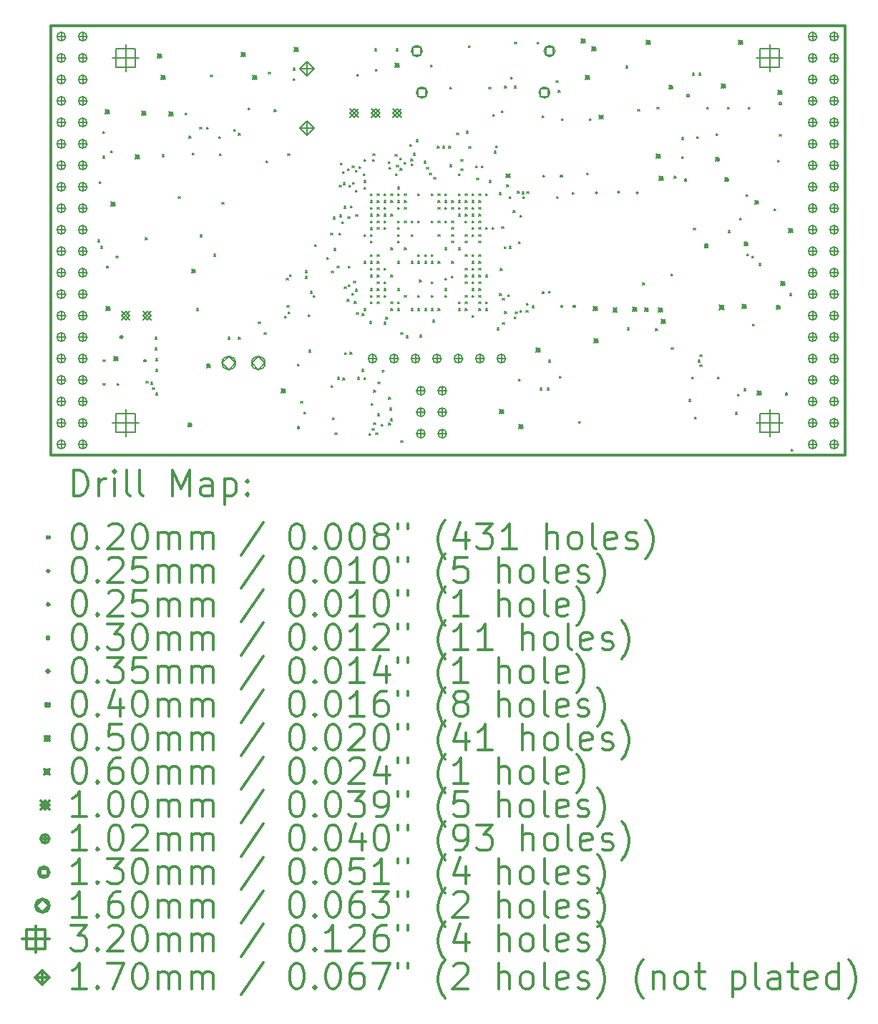
<source format=gbr>
%FSLAX45Y45*%
G04 Gerber Fmt 4.5, Leading zero omitted, Abs format (unit mm)*
G04 Created by KiCad (PCBNEW 5.0.0+dfsg1-2) date Wed Sep 19 12:04:57 2018*
%MOMM*%
%LPD*%
G01*
G04 APERTURE LIST*
%ADD10C,0.300000*%
%ADD11C,0.200000*%
G04 APERTURE END LIST*
D10*
X9410000Y-6142000D02*
X9410000Y-11222000D01*
X18808000Y-6142000D02*
X9410000Y-6142000D01*
X18808000Y-11222000D02*
X18808000Y-6142000D01*
X9410000Y-11222000D02*
X18808000Y-11222000D01*
D11*
X9969000Y-8676600D02*
X9989000Y-8696600D01*
X9989000Y-8676600D02*
X9969000Y-8696600D01*
X9990550Y-7986200D02*
X10010550Y-8006200D01*
X10010550Y-7986200D02*
X9990550Y-8006200D01*
X10007100Y-8752800D02*
X10027100Y-8772800D01*
X10027100Y-8752800D02*
X10007100Y-8772800D01*
X10032500Y-7393900D02*
X10052500Y-7413900D01*
X10052500Y-7393900D02*
X10032500Y-7413900D01*
X10032500Y-7686000D02*
X10052500Y-7706000D01*
X10052500Y-7686000D02*
X10032500Y-7706000D01*
X10035000Y-10094400D02*
X10055000Y-10114400D01*
X10055000Y-10094400D02*
X10035000Y-10114400D01*
X10035000Y-10373800D02*
X10055000Y-10393800D01*
X10055000Y-10373800D02*
X10035000Y-10393800D01*
X10125400Y-7619700D02*
X10145400Y-7639700D01*
X10145400Y-7619700D02*
X10125400Y-7639700D01*
X10187400Y-8868850D02*
X10207400Y-8888850D01*
X10207400Y-8868850D02*
X10187400Y-8888850D01*
X10200100Y-10373800D02*
X10220100Y-10393800D01*
X10220100Y-10373800D02*
X10200100Y-10393800D01*
X10535450Y-8649900D02*
X10555450Y-8669900D01*
X10555450Y-8649900D02*
X10535450Y-8669900D01*
X10543000Y-10348400D02*
X10563000Y-10368400D01*
X10563000Y-10348400D02*
X10543000Y-10368400D01*
X10595970Y-10361643D02*
X10615970Y-10381643D01*
X10615970Y-10361643D02*
X10595970Y-10381643D01*
X10619200Y-10424600D02*
X10639200Y-10444600D01*
X10639200Y-10424600D02*
X10619200Y-10444600D01*
X10650950Y-9827700D02*
X10670950Y-9847700D01*
X10670950Y-9827700D02*
X10650950Y-9847700D01*
X10650950Y-9954700D02*
X10670950Y-9974700D01*
X10670950Y-9954700D02*
X10650950Y-9974700D01*
X10657300Y-10081700D02*
X10677300Y-10101700D01*
X10677300Y-10081700D02*
X10657300Y-10101700D01*
X10657300Y-10208701D02*
X10677300Y-10228701D01*
X10677300Y-10208701D02*
X10657300Y-10228701D01*
X10657300Y-10488100D02*
X10677300Y-10508100D01*
X10677300Y-10488100D02*
X10657300Y-10508100D01*
X10733500Y-7668700D02*
X10753500Y-7688700D01*
X10753500Y-7668700D02*
X10733500Y-7688700D01*
X10924000Y-8164000D02*
X10944000Y-8184000D01*
X10944000Y-8164000D02*
X10924000Y-8184000D01*
X11001700Y-7175200D02*
X11021700Y-7195200D01*
X11021700Y-7175200D02*
X11001700Y-7195200D01*
X11049908Y-7448938D02*
X11069908Y-7468938D01*
X11069908Y-7448938D02*
X11049908Y-7468938D01*
X11090600Y-7645100D02*
X11110600Y-7665100D01*
X11110600Y-7645100D02*
X11090600Y-7665100D01*
X11137400Y-9489400D02*
X11157400Y-9509400D01*
X11157400Y-9489400D02*
X11137400Y-9509400D01*
X11178000Y-7344850D02*
X11198000Y-7364850D01*
X11198000Y-7344850D02*
X11178000Y-7364850D01*
X11179522Y-8615379D02*
X11199522Y-8635379D01*
X11199522Y-8615379D02*
X11179522Y-8635379D01*
X11260550Y-7344851D02*
X11280550Y-7364851D01*
X11280550Y-7344851D02*
X11260550Y-7364851D01*
X11305725Y-6724363D02*
X11325725Y-6744363D01*
X11325725Y-6724363D02*
X11305725Y-6744363D01*
X11344600Y-8845973D02*
X11364600Y-8865973D01*
X11364600Y-8845973D02*
X11344600Y-8865973D01*
X11400408Y-7451220D02*
X11420408Y-7471220D01*
X11420408Y-7451220D02*
X11400408Y-7471220D01*
X11408100Y-7657800D02*
X11428100Y-7677800D01*
X11428100Y-7657800D02*
X11408100Y-7677800D01*
X11441393Y-8230943D02*
X11461393Y-8250943D01*
X11461393Y-8230943D02*
X11441393Y-8250943D01*
X11514550Y-9827700D02*
X11534550Y-9847700D01*
X11534550Y-9827700D02*
X11514550Y-9847700D01*
X11578000Y-7370000D02*
X11598000Y-7390000D01*
X11598000Y-7370000D02*
X11578000Y-7390000D01*
X11633852Y-9827700D02*
X11653852Y-9847700D01*
X11653852Y-9827700D02*
X11633852Y-9847700D01*
X11635200Y-7414700D02*
X11655200Y-7434700D01*
X11655200Y-7414700D02*
X11635200Y-7434700D01*
X11747000Y-7114500D02*
X11767000Y-7134500D01*
X11767000Y-7114500D02*
X11747000Y-7134500D01*
X11870412Y-9644112D02*
X11890412Y-9664112D01*
X11890412Y-9644112D02*
X11870412Y-9664112D01*
X11940000Y-9772000D02*
X11960000Y-9792000D01*
X11960000Y-9772000D02*
X11940000Y-9792000D01*
X11959215Y-7739412D02*
X11979215Y-7759412D01*
X11979215Y-7739412D02*
X11959215Y-7759412D01*
X11990800Y-6690800D02*
X12010800Y-6710800D01*
X12010800Y-6690800D02*
X11990800Y-6710800D01*
X12056498Y-7133651D02*
X12076498Y-7153651D01*
X12076498Y-7133651D02*
X12056498Y-7153651D01*
X12182800Y-9575500D02*
X12202800Y-9595500D01*
X12202800Y-9575500D02*
X12182800Y-9595500D01*
X12201657Y-9128657D02*
X12221657Y-9148657D01*
X12221657Y-9128657D02*
X12201657Y-9148657D01*
X12210364Y-9448538D02*
X12230364Y-9468538D01*
X12230364Y-9448538D02*
X12210364Y-9468538D01*
X12219400Y-7656000D02*
X12239400Y-7676000D01*
X12239400Y-7656000D02*
X12219400Y-7676000D01*
X12220900Y-9524700D02*
X12240900Y-9544700D01*
X12240900Y-9524700D02*
X12220900Y-9544700D01*
X12242096Y-9088217D02*
X12262096Y-9108217D01*
X12262096Y-9088217D02*
X12242096Y-9108217D01*
X12282618Y-6643232D02*
X12302618Y-6663232D01*
X12302618Y-6643232D02*
X12282618Y-6663232D01*
X12284400Y-6768800D02*
X12304400Y-6788800D01*
X12304400Y-6768800D02*
X12284400Y-6788800D01*
X12332545Y-10146435D02*
X12352545Y-10166435D01*
X12352545Y-10146435D02*
X12332545Y-10166435D01*
X12370241Y-10586650D02*
X12390241Y-10606650D01*
X12390241Y-10586650D02*
X12370241Y-10606650D01*
X12410242Y-10710764D02*
X12430242Y-10730764D01*
X12430242Y-10710764D02*
X12410242Y-10730764D01*
X12423701Y-9107100D02*
X12443701Y-9127100D01*
X12443701Y-9107100D02*
X12423701Y-9127100D01*
X12423702Y-9038791D02*
X12443702Y-9058791D01*
X12443702Y-9038791D02*
X12423702Y-9058791D01*
X12460700Y-9561000D02*
X12480700Y-9581000D01*
X12480700Y-9561000D02*
X12460700Y-9581000D01*
X12467050Y-9980100D02*
X12487050Y-10000100D01*
X12487050Y-9980100D02*
X12467050Y-10000100D01*
X12486399Y-9285661D02*
X12506399Y-9305661D01*
X12506399Y-9285661D02*
X12486399Y-9305661D01*
X12519149Y-9329350D02*
X12539149Y-9349350D01*
X12539149Y-9329350D02*
X12519149Y-9349350D01*
X12538837Y-8731087D02*
X12558837Y-8751087D01*
X12558837Y-8731087D02*
X12538837Y-8751087D01*
X12682329Y-8882979D02*
X12702329Y-8902979D01*
X12702329Y-8882979D02*
X12682329Y-8902979D01*
X12727400Y-8595800D02*
X12747400Y-8615800D01*
X12747400Y-8595800D02*
X12727400Y-8615800D01*
X12731909Y-10397773D02*
X12751909Y-10417773D01*
X12751909Y-10397773D02*
X12731909Y-10417773D01*
X12733834Y-9045740D02*
X12753834Y-9065740D01*
X12753834Y-9045740D02*
X12733834Y-9065740D01*
X12748660Y-10777504D02*
X12768660Y-10797504D01*
X12768660Y-10777504D02*
X12748660Y-10797504D01*
X12759150Y-8405300D02*
X12779150Y-8425300D01*
X12779150Y-8405300D02*
X12759150Y-8425300D01*
X12764768Y-8776012D02*
X12784768Y-8796012D01*
X12784768Y-8776012D02*
X12764768Y-8796012D01*
X12778201Y-10958000D02*
X12798201Y-10978000D01*
X12798201Y-10958000D02*
X12778201Y-10978000D01*
X12803218Y-8983018D02*
X12823218Y-9003018D01*
X12823218Y-8983018D02*
X12803218Y-9003018D01*
X12808750Y-10300900D02*
X12828750Y-10320900D01*
X12828750Y-10300900D02*
X12808750Y-10320900D01*
X12824072Y-8596207D02*
X12844072Y-8616207D01*
X12844072Y-8596207D02*
X12824072Y-8616207D01*
X12829000Y-8030650D02*
X12849000Y-8050650D01*
X12849000Y-8030650D02*
X12829000Y-8050650D01*
X12835350Y-8379900D02*
X12855350Y-8399900D01*
X12855350Y-8379900D02*
X12835350Y-8399900D01*
X12841700Y-7765451D02*
X12861700Y-7785451D01*
X12861700Y-7765451D02*
X12841700Y-7785451D01*
X12860114Y-8462438D02*
X12880114Y-8482438D01*
X12880114Y-8462438D02*
X12860114Y-8482438D01*
X12867100Y-7865550D02*
X12887100Y-7885550D01*
X12887100Y-7865550D02*
X12867100Y-7885550D01*
X12870682Y-10308590D02*
X12890682Y-10328590D01*
X12890682Y-10308590D02*
X12870682Y-10328590D01*
X12873450Y-7998900D02*
X12893450Y-8018900D01*
X12893450Y-7998900D02*
X12873450Y-8018900D01*
X12886150Y-8278300D02*
X12906150Y-8298300D01*
X12906150Y-8278300D02*
X12886150Y-8298300D01*
X12886283Y-9229083D02*
X12906283Y-9249083D01*
X12906283Y-9229083D02*
X12886283Y-9249083D01*
X12890520Y-10007480D02*
X12910520Y-10027480D01*
X12910520Y-10007480D02*
X12890520Y-10027480D01*
X12921835Y-9377845D02*
X12941835Y-9397845D01*
X12941835Y-9377845D02*
X12921835Y-9397845D01*
X12924250Y-7833800D02*
X12944250Y-7853800D01*
X12944250Y-7833800D02*
X12924250Y-7853800D01*
X12930501Y-8400852D02*
X12950501Y-8420852D01*
X12950501Y-8400852D02*
X12930501Y-8420852D01*
X12934924Y-8983794D02*
X12954924Y-9003794D01*
X12954924Y-8983794D02*
X12934924Y-9003794D01*
X12935750Y-9202350D02*
X12955750Y-9222350D01*
X12955750Y-9202350D02*
X12935750Y-9222350D01*
X12940751Y-8030650D02*
X12960751Y-8050650D01*
X12960751Y-8030650D02*
X12940751Y-8050650D01*
X12956000Y-10005500D02*
X12976000Y-10025500D01*
X12976000Y-10005500D02*
X12956000Y-10025500D01*
X12962350Y-8273851D02*
X12982350Y-8293851D01*
X12982350Y-8273851D02*
X12962350Y-8293851D01*
X12976189Y-9308896D02*
X12996189Y-9328896D01*
X12996189Y-9308896D02*
X12976189Y-9328896D01*
X12981400Y-7802050D02*
X13001400Y-7822050D01*
X13001400Y-7802050D02*
X12981400Y-7822050D01*
X12984711Y-7994431D02*
X13004711Y-8014431D01*
X13004711Y-7994431D02*
X12984711Y-8014431D01*
X12999250Y-9164250D02*
X13019250Y-9184250D01*
X13019250Y-9164250D02*
X12999250Y-9184250D01*
X13007618Y-9405227D02*
X13027618Y-9425227D01*
X13027618Y-9405227D02*
X13007618Y-9425227D01*
X13018300Y-9259500D02*
X13038300Y-9279500D01*
X13038300Y-9259500D02*
X13018300Y-9279500D01*
X13018305Y-7852464D02*
X13038305Y-7872464D01*
X13038305Y-7852464D02*
X13018305Y-7872464D01*
X13019500Y-8087800D02*
X13039500Y-8107800D01*
X13039500Y-8087800D02*
X13019500Y-8107800D01*
X13023410Y-8375410D02*
X13043410Y-8395410D01*
X13043410Y-8375410D02*
X13023410Y-8395410D01*
X13030548Y-9536431D02*
X13050548Y-9556431D01*
X13050548Y-9536431D02*
X13030548Y-9556431D01*
X13033700Y-6718000D02*
X13053700Y-6738000D01*
X13053700Y-6718000D02*
X13033700Y-6738000D01*
X13043700Y-10300900D02*
X13063700Y-10320900D01*
X13063700Y-10300900D02*
X13043700Y-10320900D01*
X13063950Y-7808400D02*
X13083950Y-7828400D01*
X13083950Y-7808400D02*
X13063950Y-7828400D01*
X13093907Y-10208700D02*
X13113907Y-10228700D01*
X13113907Y-10208700D02*
X13093907Y-10228700D01*
X13098471Y-9546418D02*
X13118471Y-9566418D01*
X13118471Y-9546418D02*
X13098471Y-9566418D01*
X13114818Y-7892343D02*
X13134818Y-7912343D01*
X13134818Y-7892343D02*
X13114818Y-7912343D01*
X13118000Y-8052363D02*
X13138000Y-8072363D01*
X13138000Y-8052363D02*
X13118000Y-8072363D01*
X13118000Y-8610000D02*
X13138000Y-8630000D01*
X13138000Y-8610000D02*
X13118000Y-8630000D01*
X13118000Y-8930000D02*
X13138000Y-8950000D01*
X13138000Y-8930000D02*
X13118000Y-8950000D01*
X13118000Y-9490000D02*
X13138000Y-9510000D01*
X13138000Y-9490000D02*
X13118000Y-9510000D01*
X13118565Y-7722735D02*
X13138565Y-7742735D01*
X13138565Y-7722735D02*
X13118565Y-7742735D01*
X13119785Y-7972345D02*
X13139785Y-7992345D01*
X13139785Y-7972345D02*
X13119785Y-7992345D01*
X13119900Y-10307250D02*
X13139900Y-10327250D01*
X13139900Y-10307250D02*
X13119900Y-10327250D01*
X13178250Y-10964350D02*
X13198250Y-10984350D01*
X13198250Y-10964350D02*
X13178250Y-10984350D01*
X13189750Y-9640500D02*
X13209750Y-9660500D01*
X13209750Y-9640500D02*
X13189750Y-9660500D01*
X13197734Y-9090201D02*
X13217734Y-9110201D01*
X13217734Y-9090201D02*
X13197734Y-9110201D01*
X13198000Y-8130000D02*
X13218000Y-8150000D01*
X13218000Y-8130000D02*
X13198000Y-8150000D01*
X13198000Y-8210000D02*
X13218000Y-8230000D01*
X13218000Y-8210000D02*
X13198000Y-8230000D01*
X13198000Y-8290000D02*
X13218000Y-8310000D01*
X13218000Y-8290000D02*
X13198000Y-8310000D01*
X13198000Y-8370000D02*
X13218000Y-8390000D01*
X13218000Y-8370000D02*
X13198000Y-8390000D01*
X13198000Y-8450000D02*
X13218000Y-8470000D01*
X13218000Y-8450000D02*
X13198000Y-8470000D01*
X13198000Y-8531500D02*
X13218000Y-8551500D01*
X13218000Y-8531500D02*
X13198000Y-8551500D01*
X13198000Y-8610000D02*
X13218000Y-8630000D01*
X13218000Y-8610000D02*
X13198000Y-8630000D01*
X13198000Y-8690000D02*
X13218000Y-8710000D01*
X13218000Y-8690000D02*
X13198000Y-8710000D01*
X13198000Y-8850000D02*
X13218000Y-8870000D01*
X13218000Y-8850000D02*
X13198000Y-8870000D01*
X13198000Y-8930000D02*
X13218000Y-8950000D01*
X13218000Y-8930000D02*
X13198000Y-8950000D01*
X13198000Y-9010000D02*
X13218000Y-9030000D01*
X13218000Y-9010000D02*
X13198000Y-9030000D01*
X13198000Y-9250000D02*
X13218000Y-9270000D01*
X13218000Y-9250000D02*
X13198000Y-9270000D01*
X13198000Y-9330000D02*
X13218000Y-9350000D01*
X13218000Y-9330000D02*
X13198000Y-9350000D01*
X13198000Y-9410000D02*
X13218000Y-9430000D01*
X13218000Y-9410000D02*
X13198000Y-9430000D01*
X13206286Y-10608587D02*
X13226286Y-10628587D01*
X13226286Y-10608587D02*
X13206286Y-10628587D01*
X13217511Y-10908296D02*
X13237511Y-10928296D01*
X13237511Y-10908296D02*
X13217511Y-10928296D01*
X13220903Y-7724256D02*
X13240903Y-7744256D01*
X13240903Y-7724256D02*
X13220903Y-7744256D01*
X13227850Y-7652950D02*
X13247850Y-7672950D01*
X13247850Y-7652950D02*
X13227850Y-7672950D01*
X13234200Y-10453300D02*
X13254200Y-10473300D01*
X13254200Y-10453300D02*
X13234200Y-10473300D01*
X13234200Y-10840650D02*
X13254200Y-10860650D01*
X13254200Y-10840650D02*
X13234200Y-10860650D01*
X13245600Y-6416000D02*
X13265600Y-6436000D01*
X13265600Y-6416000D02*
X13245600Y-6436000D01*
X13258300Y-6657300D02*
X13278300Y-6677300D01*
X13278300Y-6657300D02*
X13258300Y-6677300D01*
X13260800Y-10958000D02*
X13280800Y-10978000D01*
X13280800Y-10958000D02*
X13260800Y-10978000D01*
X13278000Y-8130000D02*
X13298000Y-8150000D01*
X13298000Y-8130000D02*
X13278000Y-8150000D01*
X13278000Y-8210000D02*
X13298000Y-8230000D01*
X13298000Y-8210000D02*
X13278000Y-8230000D01*
X13278000Y-8290000D02*
X13298000Y-8310000D01*
X13298000Y-8290000D02*
X13278000Y-8310000D01*
X13278000Y-8370000D02*
X13298000Y-8390000D01*
X13298000Y-8370000D02*
X13278000Y-8390000D01*
X13278000Y-8450000D02*
X13298000Y-8470000D01*
X13298000Y-8450000D02*
X13278000Y-8470000D01*
X13278000Y-8530000D02*
X13298000Y-8550000D01*
X13298000Y-8530000D02*
X13278000Y-8550000D01*
X13278000Y-8850000D02*
X13298000Y-8870000D01*
X13298000Y-8850000D02*
X13278000Y-8870000D01*
X13278000Y-8930000D02*
X13298000Y-8950000D01*
X13298000Y-8930000D02*
X13278000Y-8950000D01*
X13278000Y-9010000D02*
X13298000Y-9030000D01*
X13298000Y-9010000D02*
X13278000Y-9030000D01*
X13278000Y-9090000D02*
X13298000Y-9110000D01*
X13298000Y-9090000D02*
X13278000Y-9110000D01*
X13278000Y-9170000D02*
X13298000Y-9190000D01*
X13298000Y-9170000D02*
X13278000Y-9190000D01*
X13278000Y-9250000D02*
X13298000Y-9270000D01*
X13298000Y-9250000D02*
X13278000Y-9270000D01*
X13278000Y-9330000D02*
X13298000Y-9350000D01*
X13298000Y-9330000D02*
X13278000Y-9350000D01*
X13278000Y-9410000D02*
X13298000Y-9430000D01*
X13298000Y-9410000D02*
X13278000Y-9430000D01*
X13281247Y-10733530D02*
X13301247Y-10753530D01*
X13301247Y-10733530D02*
X13281247Y-10753530D01*
X13285000Y-10358050D02*
X13305000Y-10378050D01*
X13305000Y-10358050D02*
X13285000Y-10378050D01*
X13324300Y-10856400D02*
X13344300Y-10876400D01*
X13344300Y-10856400D02*
X13324300Y-10876400D01*
X13358000Y-8130000D02*
X13378000Y-8150000D01*
X13378000Y-8130000D02*
X13358000Y-8150000D01*
X13358000Y-8210000D02*
X13378000Y-8230000D01*
X13378000Y-8210000D02*
X13358000Y-8230000D01*
X13358000Y-8290000D02*
X13378000Y-8310000D01*
X13378000Y-8290000D02*
X13358000Y-8310000D01*
X13358000Y-8370000D02*
X13378000Y-8390000D01*
X13378000Y-8370000D02*
X13358000Y-8390000D01*
X13358000Y-8450000D02*
X13378000Y-8470000D01*
X13378000Y-8450000D02*
X13358000Y-8470000D01*
X13358000Y-8530000D02*
X13378000Y-8550000D01*
X13378000Y-8530000D02*
X13358000Y-8550000D01*
X13358000Y-9010000D02*
X13378000Y-9030000D01*
X13378000Y-9010000D02*
X13358000Y-9030000D01*
X13358000Y-9170000D02*
X13378000Y-9190000D01*
X13378000Y-9170000D02*
X13358000Y-9190000D01*
X13358000Y-9250000D02*
X13378000Y-9270000D01*
X13378000Y-9250000D02*
X13358000Y-9270000D01*
X13358000Y-9330000D02*
X13378000Y-9350000D01*
X13378000Y-9330000D02*
X13358000Y-9350000D01*
X13358000Y-9650000D02*
X13378000Y-9670000D01*
X13378000Y-9650000D02*
X13358000Y-9670000D01*
X13378000Y-9590000D02*
X13398000Y-9610000D01*
X13398000Y-9590000D02*
X13378000Y-9610000D01*
X13411163Y-7748395D02*
X13431163Y-7768395D01*
X13431163Y-7748395D02*
X13411163Y-7768395D01*
X13413200Y-10538900D02*
X13433200Y-10558900D01*
X13433200Y-10538900D02*
X13413200Y-10558900D01*
X13413200Y-10843700D02*
X13433200Y-10863700D01*
X13433200Y-10843700D02*
X13413200Y-10863700D01*
X13415020Y-7815418D02*
X13435020Y-7835418D01*
X13435020Y-7815418D02*
X13415020Y-7835418D01*
X13425900Y-10665900D02*
X13445900Y-10685900D01*
X13445900Y-10665900D02*
X13425900Y-10685900D01*
X13432035Y-10792450D02*
X13452035Y-10812450D01*
X13452035Y-10792450D02*
X13432035Y-10812450D01*
X13438000Y-8130000D02*
X13458000Y-8150000D01*
X13458000Y-8130000D02*
X13438000Y-8150000D01*
X13438000Y-8210000D02*
X13458000Y-8230000D01*
X13458000Y-8210000D02*
X13438000Y-8230000D01*
X13438000Y-8370000D02*
X13458000Y-8390000D01*
X13458000Y-8370000D02*
X13438000Y-8390000D01*
X13438000Y-9090000D02*
X13458000Y-9110000D01*
X13458000Y-9090000D02*
X13438000Y-9110000D01*
X13438000Y-9410000D02*
X13458000Y-9430000D01*
X13458000Y-9410000D02*
X13438000Y-9430000D01*
X13438000Y-9490000D02*
X13458000Y-9510000D01*
X13458000Y-9490000D02*
X13438000Y-9510000D01*
X13438001Y-8770000D02*
X13458001Y-8790000D01*
X13458001Y-8770000D02*
X13438001Y-8790000D01*
X13489399Y-7662350D02*
X13509399Y-7682350D01*
X13509399Y-7662350D02*
X13489399Y-7682350D01*
X13492132Y-7892495D02*
X13512132Y-7912495D01*
X13512132Y-7892495D02*
X13492132Y-7912495D01*
X13499600Y-6416000D02*
X13519600Y-6436000D01*
X13519600Y-6416000D02*
X13499600Y-6436000D01*
X13507250Y-7792650D02*
X13527250Y-7812650D01*
X13527250Y-7792650D02*
X13507250Y-7812650D01*
X13518000Y-8050000D02*
X13538000Y-8070000D01*
X13538000Y-8050000D02*
X13518000Y-8070000D01*
X13518000Y-8130000D02*
X13538000Y-8150000D01*
X13538000Y-8130000D02*
X13518000Y-8150000D01*
X13518000Y-8210000D02*
X13538000Y-8230000D01*
X13538000Y-8210000D02*
X13518000Y-8230000D01*
X13518000Y-8290000D02*
X13538000Y-8310000D01*
X13538000Y-8290000D02*
X13518000Y-8310000D01*
X13518000Y-8450000D02*
X13538000Y-8470000D01*
X13538000Y-8450000D02*
X13518000Y-8470000D01*
X13518000Y-8530000D02*
X13538000Y-8550000D01*
X13538000Y-8530000D02*
X13518000Y-8550000D01*
X13518000Y-8610000D02*
X13538000Y-8630000D01*
X13538000Y-8610000D02*
X13518000Y-8630000D01*
X13518000Y-8690000D02*
X13538000Y-8710000D01*
X13538000Y-8690000D02*
X13518000Y-8710000D01*
X13518000Y-8930000D02*
X13538000Y-8950000D01*
X13538000Y-8930000D02*
X13518000Y-8950000D01*
X13518000Y-9250000D02*
X13538000Y-9270000D01*
X13538000Y-9250000D02*
X13518000Y-9270000D01*
X13518000Y-9410000D02*
X13538000Y-9430000D01*
X13538000Y-9410000D02*
X13518000Y-9430000D01*
X13518000Y-9490000D02*
X13538000Y-9510000D01*
X13538000Y-9490000D02*
X13518000Y-9510000D01*
X13546550Y-7706800D02*
X13566550Y-7726800D01*
X13566550Y-7706800D02*
X13546550Y-7726800D01*
X13549150Y-7827659D02*
X13569150Y-7847659D01*
X13569150Y-7827659D02*
X13549150Y-7847659D01*
X13555656Y-11051071D02*
X13575656Y-11071071D01*
X13575656Y-11051071D02*
X13555656Y-11071071D01*
X13558000Y-9770000D02*
X13578000Y-9790000D01*
X13578000Y-9770000D02*
X13558000Y-9790000D01*
X13594882Y-7754550D02*
X13614882Y-7774550D01*
X13614882Y-7754550D02*
X13594882Y-7774550D01*
X13598000Y-8130000D02*
X13618000Y-8150000D01*
X13618000Y-8130000D02*
X13598000Y-8150000D01*
X13598000Y-8210000D02*
X13618000Y-8230000D01*
X13618000Y-8210000D02*
X13598000Y-8230000D01*
X13598000Y-8290000D02*
X13618000Y-8310000D01*
X13618000Y-8290000D02*
X13598000Y-8310000D01*
X13598000Y-8450000D02*
X13618000Y-8470000D01*
X13618000Y-8450000D02*
X13598000Y-8470000D01*
X13598000Y-8770000D02*
X13618000Y-8790000D01*
X13618000Y-8770000D02*
X13598000Y-8790000D01*
X13598000Y-9330000D02*
X13618000Y-9350000D01*
X13618000Y-9330000D02*
X13598000Y-9350000D01*
X13618000Y-9810000D02*
X13638000Y-9830000D01*
X13638000Y-9810000D02*
X13618000Y-9830000D01*
X13664259Y-7547941D02*
X13684259Y-7567941D01*
X13684259Y-7547941D02*
X13664259Y-7567941D01*
X13676320Y-7718760D02*
X13696320Y-7738760D01*
X13696320Y-7718760D02*
X13676320Y-7738760D01*
X13678000Y-8450000D02*
X13698000Y-8470000D01*
X13698000Y-8450000D02*
X13678000Y-8470000D01*
X13678000Y-8610000D02*
X13698000Y-8630000D01*
X13698000Y-8610000D02*
X13678000Y-8630000D01*
X13678000Y-8930000D02*
X13698000Y-8950000D01*
X13698000Y-8930000D02*
X13678000Y-8950000D01*
X13678000Y-9490000D02*
X13698000Y-9510000D01*
X13698000Y-9490000D02*
X13678000Y-9510000D01*
X13679461Y-7776107D02*
X13699461Y-7796107D01*
X13699461Y-7776107D02*
X13679461Y-7796107D01*
X13707437Y-7652487D02*
X13727437Y-7672487D01*
X13727437Y-7652487D02*
X13707437Y-7672487D01*
X13738000Y-7490000D02*
X13758000Y-7510000D01*
X13758000Y-7490000D02*
X13738000Y-7510000D01*
X13758000Y-8130000D02*
X13778000Y-8150000D01*
X13778000Y-8130000D02*
X13758000Y-8150000D01*
X13758000Y-8450000D02*
X13778000Y-8470000D01*
X13778000Y-8450000D02*
X13758000Y-8470000D01*
X13758000Y-8850000D02*
X13778000Y-8870000D01*
X13778000Y-8850000D02*
X13758000Y-8870000D01*
X13758000Y-8930000D02*
X13778000Y-8950000D01*
X13778000Y-8930000D02*
X13758000Y-8950000D01*
X13758000Y-9330000D02*
X13778000Y-9350000D01*
X13778000Y-9330000D02*
X13758000Y-9350000D01*
X13758000Y-9490000D02*
X13778000Y-9510000D01*
X13778000Y-9490000D02*
X13758000Y-9510000D01*
X13778000Y-9150000D02*
X13798000Y-9170000D01*
X13798000Y-9150000D02*
X13778000Y-9170000D01*
X13781499Y-9802300D02*
X13801499Y-9822300D01*
X13801499Y-9802300D02*
X13781499Y-9822300D01*
X13830592Y-7745154D02*
X13850592Y-7765154D01*
X13850592Y-7745154D02*
X13830592Y-7765154D01*
X13838000Y-8850000D02*
X13858000Y-8870000D01*
X13858000Y-8850000D02*
X13838000Y-8870000D01*
X13838000Y-8930000D02*
X13858000Y-8950000D01*
X13858000Y-8930000D02*
X13838000Y-8950000D01*
X13838000Y-9490000D02*
X13858000Y-9510000D01*
X13858000Y-9490000D02*
X13838000Y-9510000D01*
X13862850Y-7818050D02*
X13882850Y-7838050D01*
X13882850Y-7818050D02*
X13862850Y-7838050D01*
X13894600Y-7881550D02*
X13914600Y-7901550D01*
X13914600Y-7881550D02*
X13894600Y-7901550D01*
X13910000Y-6603700D02*
X13930000Y-6623700D01*
X13930000Y-6603700D02*
X13910000Y-6623700D01*
X13918000Y-8130000D02*
X13938000Y-8150000D01*
X13938000Y-8130000D02*
X13918000Y-8150000D01*
X13918000Y-8450000D02*
X13938000Y-8470000D01*
X13938000Y-8450000D02*
X13918000Y-8470000D01*
X13918000Y-8850000D02*
X13938000Y-8870000D01*
X13938000Y-8850000D02*
X13918000Y-8870000D01*
X13918000Y-8930000D02*
X13938000Y-8950000D01*
X13938000Y-8930000D02*
X13918000Y-8950000D01*
X13918000Y-9170000D02*
X13938000Y-9190000D01*
X13938000Y-9170000D02*
X13918000Y-9190000D01*
X13918000Y-9330000D02*
X13938000Y-9350000D01*
X13938000Y-9330000D02*
X13918000Y-9350000D01*
X13918000Y-9490000D02*
X13938000Y-9510000D01*
X13938000Y-9490000D02*
X13918000Y-9510000D01*
X13933900Y-9624500D02*
X13953900Y-9644500D01*
X13953900Y-9624500D02*
X13933900Y-9644500D01*
X13945400Y-7932350D02*
X13965400Y-7952350D01*
X13965400Y-7932350D02*
X13945400Y-7952350D01*
X13987649Y-7567100D02*
X14007649Y-7587100D01*
X14007649Y-7567100D02*
X13987649Y-7587100D01*
X13996000Y-8292000D02*
X14016000Y-8312000D01*
X14016000Y-8292000D02*
X13996000Y-8312000D01*
X13998000Y-8130000D02*
X14018000Y-8150000D01*
X14018000Y-8130000D02*
X13998000Y-8150000D01*
X13998000Y-8210000D02*
X14018000Y-8230000D01*
X14018000Y-8210000D02*
X13998000Y-8230000D01*
X13998000Y-8450000D02*
X14018000Y-8470000D01*
X14018000Y-8450000D02*
X13998000Y-8470000D01*
X13998000Y-8610000D02*
X14018000Y-8630000D01*
X14018000Y-8610000D02*
X13998000Y-8630000D01*
X13998000Y-8930000D02*
X14018000Y-8950000D01*
X14018000Y-8930000D02*
X13998000Y-8950000D01*
X13998000Y-9490000D02*
X14018000Y-9510000D01*
X14018000Y-9490000D02*
X13998000Y-9510000D01*
X14054550Y-7567100D02*
X14074550Y-7587100D01*
X14074550Y-7567100D02*
X14054550Y-7587100D01*
X14078000Y-8130000D02*
X14098000Y-8150000D01*
X14098000Y-8130000D02*
X14078000Y-8150000D01*
X14078000Y-8210000D02*
X14098000Y-8230000D01*
X14098000Y-8210000D02*
X14078000Y-8230000D01*
X14078000Y-8290000D02*
X14098000Y-8310000D01*
X14098000Y-8290000D02*
X14078000Y-8310000D01*
X14078000Y-8450000D02*
X14098000Y-8470000D01*
X14098000Y-8450000D02*
X14078000Y-8470000D01*
X14078000Y-8770000D02*
X14098000Y-8790000D01*
X14098000Y-8770000D02*
X14078000Y-8790000D01*
X14078000Y-9130000D02*
X14098000Y-9150000D01*
X14098000Y-9130000D02*
X14078000Y-9150000D01*
X14078000Y-9250000D02*
X14098000Y-9270000D01*
X14098000Y-9250000D02*
X14078000Y-9270000D01*
X14078000Y-9330000D02*
X14098000Y-9350000D01*
X14098000Y-9330000D02*
X14078000Y-9350000D01*
X14124400Y-7567100D02*
X14144400Y-7587100D01*
X14144400Y-7567100D02*
X14124400Y-7587100D01*
X14135900Y-7786300D02*
X14155900Y-7806300D01*
X14155900Y-7786300D02*
X14135900Y-7806300D01*
X14138000Y-6870000D02*
X14158000Y-6890000D01*
X14158000Y-6870000D02*
X14138000Y-6890000D01*
X14154000Y-9100700D02*
X14174000Y-9120700D01*
X14174000Y-9100700D02*
X14154000Y-9120700D01*
X14158000Y-8210000D02*
X14178000Y-8230000D01*
X14178000Y-8210000D02*
X14158000Y-8230000D01*
X14158000Y-8290000D02*
X14178000Y-8310000D01*
X14178000Y-8290000D02*
X14158000Y-8310000D01*
X14158000Y-8450000D02*
X14178000Y-8470000D01*
X14178000Y-8450000D02*
X14158000Y-8470000D01*
X14158000Y-8530000D02*
X14178000Y-8550000D01*
X14178000Y-8530000D02*
X14158000Y-8550000D01*
X14158000Y-8610000D02*
X14178000Y-8630000D01*
X14178000Y-8610000D02*
X14158000Y-8630000D01*
X14158000Y-8690000D02*
X14178000Y-8710000D01*
X14178000Y-8690000D02*
X14158000Y-8710000D01*
X14158000Y-8930000D02*
X14178000Y-8950000D01*
X14178000Y-8930000D02*
X14158000Y-8950000D01*
X14218000Y-7410000D02*
X14238000Y-7430000D01*
X14238000Y-7410000D02*
X14218000Y-7430000D01*
X14236000Y-8292000D02*
X14256000Y-8312000D01*
X14256000Y-8292000D02*
X14236000Y-8312000D01*
X14236377Y-7893109D02*
X14256377Y-7913109D01*
X14256377Y-7893109D02*
X14236377Y-7913109D01*
X14238000Y-8130000D02*
X14258000Y-8150000D01*
X14258000Y-8130000D02*
X14238000Y-8150000D01*
X14238000Y-8210000D02*
X14258000Y-8230000D01*
X14258000Y-8210000D02*
X14238000Y-8230000D01*
X14238000Y-8370000D02*
X14258000Y-8390000D01*
X14258000Y-8370000D02*
X14238000Y-8390000D01*
X14238000Y-8770000D02*
X14258000Y-8790000D01*
X14258000Y-8770000D02*
X14238000Y-8790000D01*
X14238000Y-9410000D02*
X14258000Y-9430000D01*
X14258000Y-9410000D02*
X14238000Y-9430000D01*
X14238000Y-9490000D02*
X14258000Y-9510000D01*
X14258000Y-9490000D02*
X14238000Y-9510000D01*
X14267329Y-7833800D02*
X14287329Y-7853800D01*
X14287329Y-7833800D02*
X14267329Y-7853800D01*
X14268583Y-7723660D02*
X14288583Y-7743660D01*
X14288583Y-7723660D02*
X14268583Y-7743660D01*
X14316000Y-8452000D02*
X14336000Y-8472000D01*
X14336000Y-8452000D02*
X14316000Y-8472000D01*
X14318000Y-8130000D02*
X14338000Y-8150000D01*
X14338000Y-8130000D02*
X14318000Y-8150000D01*
X14318000Y-8210000D02*
X14338000Y-8230000D01*
X14338000Y-8210000D02*
X14318000Y-8230000D01*
X14318000Y-8290000D02*
X14338000Y-8310000D01*
X14338000Y-8290000D02*
X14318000Y-8310000D01*
X14318000Y-8370000D02*
X14338000Y-8390000D01*
X14338000Y-8370000D02*
X14318000Y-8390000D01*
X14318000Y-8610000D02*
X14338000Y-8630000D01*
X14338000Y-8610000D02*
X14318000Y-8630000D01*
X14318000Y-8690000D02*
X14338000Y-8710000D01*
X14338000Y-8690000D02*
X14318000Y-8710000D01*
X14318000Y-8850000D02*
X14338000Y-8870000D01*
X14338000Y-8850000D02*
X14318000Y-8870000D01*
X14318000Y-9010000D02*
X14338000Y-9030000D01*
X14338000Y-9010000D02*
X14318000Y-9030000D01*
X14318000Y-9090000D02*
X14338000Y-9110000D01*
X14338000Y-9090000D02*
X14318000Y-9110000D01*
X14318000Y-9170000D02*
X14338000Y-9190000D01*
X14338000Y-9170000D02*
X14318000Y-9190000D01*
X14318000Y-9330000D02*
X14338000Y-9350000D01*
X14338000Y-9330000D02*
X14318000Y-9350000D01*
X14318000Y-9410000D02*
X14338000Y-9430000D01*
X14338000Y-9410000D02*
X14318000Y-9430000D01*
X14318000Y-9490000D02*
X14338000Y-9510000D01*
X14338000Y-9490000D02*
X14318000Y-9510000D01*
X14331863Y-7387513D02*
X14351863Y-7407513D01*
X14351863Y-7387513D02*
X14331863Y-7407513D01*
X14355067Y-6376252D02*
X14375067Y-6396252D01*
X14375067Y-6376252D02*
X14355067Y-6396252D01*
X14360888Y-7571730D02*
X14380888Y-7591730D01*
X14380888Y-7571730D02*
X14360888Y-7591730D01*
X14398000Y-9570000D02*
X14418000Y-9590000D01*
X14418000Y-9570000D02*
X14398000Y-9590000D01*
X14398000Y-8130000D02*
X14418000Y-8150000D01*
X14418000Y-8130000D02*
X14398000Y-8150000D01*
X14398000Y-8210000D02*
X14418000Y-8230000D01*
X14418000Y-8210000D02*
X14398000Y-8230000D01*
X14398000Y-8290000D02*
X14418000Y-8310000D01*
X14418000Y-8290000D02*
X14398000Y-8310000D01*
X14398000Y-8370000D02*
X14418000Y-8390000D01*
X14418000Y-8370000D02*
X14398000Y-8390000D01*
X14398000Y-8450000D02*
X14418000Y-8470000D01*
X14418000Y-8450000D02*
X14398000Y-8470000D01*
X14398000Y-8530000D02*
X14418000Y-8550000D01*
X14418000Y-8530000D02*
X14398000Y-8550000D01*
X14398000Y-8610000D02*
X14418000Y-8630000D01*
X14418000Y-8610000D02*
X14398000Y-8630000D01*
X14398000Y-8850000D02*
X14418000Y-8870000D01*
X14418000Y-8850000D02*
X14398000Y-8870000D01*
X14398000Y-8930000D02*
X14418000Y-8950000D01*
X14418000Y-8930000D02*
X14398000Y-8950000D01*
X14398000Y-9010000D02*
X14418000Y-9030000D01*
X14418000Y-9010000D02*
X14398000Y-9030000D01*
X14398000Y-9090000D02*
X14418000Y-9110000D01*
X14418000Y-9090000D02*
X14398000Y-9110000D01*
X14398000Y-9170000D02*
X14418000Y-9190000D01*
X14418000Y-9170000D02*
X14398000Y-9190000D01*
X14398000Y-9250000D02*
X14418000Y-9270000D01*
X14418000Y-9250000D02*
X14398000Y-9270000D01*
X14398000Y-9330000D02*
X14418000Y-9350000D01*
X14418000Y-9330000D02*
X14398000Y-9350000D01*
X14441900Y-7802050D02*
X14461900Y-7822050D01*
X14461900Y-7802050D02*
X14441900Y-7822050D01*
X14453400Y-7942279D02*
X14473400Y-7962279D01*
X14473400Y-7942279D02*
X14453400Y-7962279D01*
X14478000Y-8130000D02*
X14498000Y-8150000D01*
X14498000Y-8130000D02*
X14478000Y-8150000D01*
X14478000Y-8210000D02*
X14498000Y-8230000D01*
X14498000Y-8210000D02*
X14478000Y-8230000D01*
X14478000Y-8290000D02*
X14498000Y-8310000D01*
X14498000Y-8290000D02*
X14478000Y-8310000D01*
X14478000Y-8370000D02*
X14498000Y-8390000D01*
X14498000Y-8370000D02*
X14478000Y-8390000D01*
X14478000Y-8450000D02*
X14498000Y-8470000D01*
X14498000Y-8450000D02*
X14478000Y-8470000D01*
X14478000Y-8530000D02*
X14498000Y-8550000D01*
X14498000Y-8530000D02*
X14478000Y-8550000D01*
X14478000Y-8610000D02*
X14498000Y-8630000D01*
X14498000Y-8610000D02*
X14478000Y-8630000D01*
X14478000Y-8690000D02*
X14498000Y-8710000D01*
X14498000Y-8690000D02*
X14478000Y-8710000D01*
X14478000Y-8850000D02*
X14498000Y-8870000D01*
X14498000Y-8850000D02*
X14478000Y-8870000D01*
X14478000Y-8930000D02*
X14498000Y-8950000D01*
X14498000Y-8930000D02*
X14478000Y-8950000D01*
X14478000Y-9010000D02*
X14498000Y-9030000D01*
X14498000Y-9010000D02*
X14478000Y-9030000D01*
X14478000Y-9090000D02*
X14498000Y-9110000D01*
X14498000Y-9090000D02*
X14478000Y-9110000D01*
X14478000Y-9170000D02*
X14498000Y-9190000D01*
X14498000Y-9170000D02*
X14478000Y-9190000D01*
X14478000Y-9250000D02*
X14498000Y-9270000D01*
X14498000Y-9250000D02*
X14478000Y-9270000D01*
X14478000Y-9330000D02*
X14498000Y-9350000D01*
X14498000Y-9330000D02*
X14478000Y-9350000D01*
X14478000Y-9410000D02*
X14498000Y-9430000D01*
X14498000Y-9410000D02*
X14478000Y-9430000D01*
X14478000Y-9490000D02*
X14498000Y-9510000D01*
X14498000Y-9490000D02*
X14478000Y-9510000D01*
X14511750Y-7802050D02*
X14531750Y-7822050D01*
X14531750Y-7802050D02*
X14511750Y-7822050D01*
X14558000Y-8130000D02*
X14578000Y-8150000D01*
X14578000Y-8130000D02*
X14558000Y-8150000D01*
X14558000Y-8530000D02*
X14578000Y-8550000D01*
X14578000Y-8530000D02*
X14558000Y-8550000D01*
X14558000Y-9090000D02*
X14578000Y-9110000D01*
X14578000Y-9090000D02*
X14558000Y-9110000D01*
X14558000Y-9410000D02*
X14578000Y-9430000D01*
X14578000Y-9410000D02*
X14558000Y-9430000D01*
X14558000Y-9490000D02*
X14578000Y-9510000D01*
X14578000Y-9490000D02*
X14558000Y-9510000D01*
X14598000Y-6870000D02*
X14618000Y-6890000D01*
X14618000Y-6870000D02*
X14598000Y-6890000D01*
X14600000Y-7972000D02*
X14620000Y-7992000D01*
X14620000Y-7972000D02*
X14600000Y-7992000D01*
X14638000Y-8530000D02*
X14658000Y-8550000D01*
X14658000Y-8530000D02*
X14638000Y-8550000D01*
X14646600Y-7187799D02*
X14666600Y-7207799D01*
X14666600Y-7187799D02*
X14646600Y-7207799D01*
X14660029Y-7625502D02*
X14680029Y-7645502D01*
X14680029Y-7625502D02*
X14660029Y-7645502D01*
X14676850Y-7560750D02*
X14696850Y-7580750D01*
X14696850Y-7560750D02*
X14676850Y-7580750D01*
X14694701Y-9716700D02*
X14714701Y-9736700D01*
X14714701Y-9716700D02*
X14694701Y-9736700D01*
X14720100Y-8116500D02*
X14740100Y-8136500D01*
X14740100Y-8116500D02*
X14720100Y-8136500D01*
X14724389Y-9311713D02*
X14744389Y-9331713D01*
X14744389Y-9311713D02*
X14724389Y-9331713D01*
X14733095Y-9013302D02*
X14753095Y-9033302D01*
X14753095Y-9013302D02*
X14733095Y-9033302D01*
X14748200Y-7146252D02*
X14768200Y-7166252D01*
X14768200Y-7146252D02*
X14748200Y-7166252D01*
X14751215Y-8517186D02*
X14771215Y-8537186D01*
X14771215Y-8517186D02*
X14751215Y-8537186D01*
X14760000Y-9366849D02*
X14780000Y-9386849D01*
X14780000Y-9366849D02*
X14760000Y-9386849D01*
X14760000Y-9652000D02*
X14780000Y-9672000D01*
X14780000Y-9652000D02*
X14760000Y-9672000D01*
X14781079Y-8758342D02*
X14801079Y-8778342D01*
X14801079Y-8758342D02*
X14781079Y-8778342D01*
X14784800Y-6855900D02*
X14804800Y-6875900D01*
X14804800Y-6855900D02*
X14784800Y-6875900D01*
X14785679Y-9521109D02*
X14805679Y-9541109D01*
X14805679Y-9521109D02*
X14785679Y-9541109D01*
X14810200Y-8024300D02*
X14830200Y-8044300D01*
X14830200Y-8024300D02*
X14810200Y-8044300D01*
X14824901Y-9322231D02*
X14844901Y-9342231D01*
X14844901Y-9322231D02*
X14824901Y-9342231D01*
X14838354Y-8752346D02*
X14858354Y-8772346D01*
X14858354Y-8752346D02*
X14838354Y-8772346D01*
X14841950Y-8164000D02*
X14861950Y-8184000D01*
X14861950Y-8164000D02*
X14841950Y-8184000D01*
X14858001Y-6750000D02*
X14878001Y-6770000D01*
X14878001Y-6750000D02*
X14858001Y-6770000D01*
X14886400Y-8329101D02*
X14906400Y-8349101D01*
X14906400Y-8329101D02*
X14886400Y-8349101D01*
X14899100Y-6855900D02*
X14919100Y-6875900D01*
X14919100Y-6855900D02*
X14899100Y-6875900D01*
X14899100Y-9586400D02*
X14919100Y-9606400D01*
X14919100Y-9586400D02*
X14899100Y-9606400D01*
X14903412Y-6332405D02*
X14923412Y-6352405D01*
X14923412Y-6332405D02*
X14903412Y-6352405D01*
X14910600Y-9526200D02*
X14930600Y-9546200D01*
X14930600Y-9526200D02*
X14910600Y-9546200D01*
X14937199Y-8100500D02*
X14957199Y-8120500D01*
X14957199Y-8100500D02*
X14937199Y-8120500D01*
X14947550Y-8699301D02*
X14967550Y-8719301D01*
X14967550Y-8699301D02*
X14947550Y-8719301D01*
X14947728Y-10322085D02*
X14967728Y-10342085D01*
X14967728Y-10322085D02*
X14947728Y-10342085D01*
X14966401Y-8381402D02*
X14986401Y-8401402D01*
X14986401Y-8381402D02*
X14966401Y-8401402D01*
X14967749Y-9507150D02*
X14987749Y-9527150D01*
X14987749Y-9507150D02*
X14967749Y-9527150D01*
X14991381Y-8107272D02*
X15011381Y-8127272D01*
X15011381Y-8107272D02*
X14991381Y-8127272D01*
X15000700Y-8164000D02*
X15020700Y-8184000D01*
X15020700Y-8164000D02*
X15000700Y-8184000D01*
X15037600Y-9507150D02*
X15057600Y-9527150D01*
X15057600Y-9507150D02*
X15037600Y-9527150D01*
X15043950Y-9424600D02*
X15063950Y-9444600D01*
X15063950Y-9424600D02*
X15043950Y-9444600D01*
X15045980Y-8106843D02*
X15065980Y-8126843D01*
X15065980Y-8106843D02*
X15045980Y-8126843D01*
X15109016Y-9455085D02*
X15129016Y-9475085D01*
X15129016Y-9455085D02*
X15109016Y-9475085D01*
X15167300Y-6337000D02*
X15187300Y-6357000D01*
X15187300Y-6337000D02*
X15167300Y-6357000D01*
X15201400Y-10429200D02*
X15221400Y-10449200D01*
X15221400Y-10429200D02*
X15201400Y-10449200D01*
X15230800Y-7206950D02*
X15250800Y-7226950D01*
X15250800Y-7206950D02*
X15230800Y-7226950D01*
X15239707Y-7909347D02*
X15259707Y-7929347D01*
X15259707Y-7909347D02*
X15239707Y-7929347D01*
X15290300Y-10429200D02*
X15310300Y-10449200D01*
X15310300Y-10429200D02*
X15290300Y-10449200D01*
X15303000Y-10099000D02*
X15323000Y-10119000D01*
X15323000Y-10099000D02*
X15303000Y-10119000D01*
X15305500Y-9281600D02*
X15325500Y-9301600D01*
X15325500Y-9281600D02*
X15305500Y-9301600D01*
X15394400Y-6792400D02*
X15414400Y-6812400D01*
X15414400Y-6792400D02*
X15394400Y-6812400D01*
X15419800Y-6906700D02*
X15439800Y-6926700D01*
X15439800Y-6906700D02*
X15419800Y-6926700D01*
X15432558Y-10288777D02*
X15452558Y-10308777D01*
X15452558Y-10288777D02*
X15432558Y-10308777D01*
X15459400Y-7238700D02*
X15479400Y-7258700D01*
X15479400Y-7238700D02*
X15459400Y-7258700D01*
X15584900Y-8114958D02*
X15604900Y-8134958D01*
X15604900Y-8114958D02*
X15584900Y-8134958D01*
X15662600Y-10820100D02*
X15682600Y-10840100D01*
X15682600Y-10820100D02*
X15662600Y-10840100D01*
X15789600Y-7238700D02*
X15809600Y-7258700D01*
X15809600Y-7238700D02*
X15789600Y-7258700D01*
X16217147Y-6618496D02*
X16237147Y-6638496D01*
X16237147Y-6618496D02*
X16217147Y-6638496D01*
X16234100Y-9717000D02*
X16254100Y-9737000D01*
X16254100Y-9717000D02*
X16234100Y-9737000D01*
X16359090Y-7131693D02*
X16379090Y-7151693D01*
X16379090Y-7131693D02*
X16359090Y-7151693D01*
X16418510Y-9184590D02*
X16438510Y-9204590D01*
X16438510Y-9184590D02*
X16418510Y-9204590D01*
X16570337Y-9724488D02*
X16590337Y-9744488D01*
X16590337Y-9724488D02*
X16570337Y-9744488D01*
X16588200Y-7102746D02*
X16608200Y-7122746D01*
X16608200Y-7102746D02*
X16588200Y-7122746D01*
X16754800Y-9080200D02*
X16774800Y-9100200D01*
X16774800Y-9080200D02*
X16754800Y-9100200D01*
X16758000Y-9950000D02*
X16778000Y-9970000D01*
X16778000Y-9950000D02*
X16758000Y-9970000D01*
X16791400Y-7922700D02*
X16811400Y-7942700D01*
X16811400Y-7922700D02*
X16791400Y-7942700D01*
X16880300Y-7465500D02*
X16900300Y-7485500D01*
X16900300Y-7465500D02*
X16880300Y-7485500D01*
X16880300Y-7687203D02*
X16900300Y-7707203D01*
X16900300Y-7687203D02*
X16880300Y-7707203D01*
X16962549Y-10564300D02*
X16982549Y-10584300D01*
X16982549Y-10564300D02*
X16962549Y-10584300D01*
X16996100Y-10299400D02*
X17016100Y-10319400D01*
X17016100Y-10299400D02*
X16996100Y-10319400D01*
X17007300Y-6703500D02*
X17027300Y-6723500D01*
X17027300Y-6703500D02*
X17007300Y-6723500D01*
X17020954Y-8534153D02*
X17040954Y-8554153D01*
X17040954Y-8534153D02*
X17020954Y-8554153D01*
X17032700Y-10773850D02*
X17052700Y-10793850D01*
X17052700Y-10773850D02*
X17032700Y-10793850D01*
X17058000Y-7450000D02*
X17078000Y-7470000D01*
X17078000Y-7450000D02*
X17058000Y-7470000D01*
X17075950Y-10097700D02*
X17095950Y-10117700D01*
X17095950Y-10097700D02*
X17075950Y-10117700D01*
X17083500Y-6703500D02*
X17103500Y-6723500D01*
X17103500Y-6703500D02*
X17083500Y-6723500D01*
X17095000Y-10034200D02*
X17115000Y-10054200D01*
X17115000Y-10034200D02*
X17095000Y-10054200D01*
X17095000Y-10152849D02*
X17115000Y-10172849D01*
X17115000Y-10152849D02*
X17095000Y-10172849D01*
X17173900Y-7102746D02*
X17193900Y-7122746D01*
X17193900Y-7102746D02*
X17173900Y-7122746D01*
X17288200Y-7416500D02*
X17308200Y-7436500D01*
X17308200Y-7416500D02*
X17288200Y-7436500D01*
X17300900Y-10299400D02*
X17320900Y-10319400D01*
X17320900Y-10299400D02*
X17300900Y-10319400D01*
X17421312Y-7102746D02*
X17441312Y-7122746D01*
X17441312Y-7102746D02*
X17421312Y-7122746D01*
X17427900Y-8564300D02*
X17447900Y-8584300D01*
X17447900Y-8564300D02*
X17427900Y-8584300D01*
X17514451Y-10716700D02*
X17534451Y-10736700D01*
X17534451Y-10716700D02*
X17514451Y-10736700D01*
X17540700Y-10500800D02*
X17560700Y-10520800D01*
X17560700Y-10500800D02*
X17540700Y-10520800D01*
X17566100Y-8418000D02*
X17586100Y-8438000D01*
X17586100Y-8418000D02*
X17566100Y-8438000D01*
X17616900Y-10437300D02*
X17636900Y-10457300D01*
X17636900Y-10437300D02*
X17616900Y-10457300D01*
X17642300Y-8138600D02*
X17662300Y-8158600D01*
X17662300Y-8138600D02*
X17642300Y-8158600D01*
X17650543Y-8840716D02*
X17670543Y-8860716D01*
X17670543Y-8840716D02*
X17650543Y-8860716D01*
X17669708Y-7102746D02*
X17689708Y-7122746D01*
X17689708Y-7102746D02*
X17669708Y-7122746D01*
X17708899Y-8866403D02*
X17728899Y-8886403D01*
X17728899Y-8866403D02*
X17708899Y-8886403D01*
X17718798Y-9667866D02*
X17738798Y-9687866D01*
X17738798Y-9667866D02*
X17718798Y-9687866D01*
X17792200Y-8956000D02*
X17812200Y-8976000D01*
X17812200Y-8956000D02*
X17792200Y-8976000D01*
X17970000Y-8308300D02*
X17990000Y-8328300D01*
X17990000Y-8308300D02*
X17970000Y-8328300D01*
X18015551Y-7730221D02*
X18035551Y-7750221D01*
X18035551Y-7730221D02*
X18015551Y-7750221D01*
X18036000Y-7427400D02*
X18056000Y-7447400D01*
X18056000Y-7427400D02*
X18036000Y-7447400D01*
X18158000Y-9310000D02*
X18178000Y-9330000D01*
X18178000Y-9310000D02*
X18158000Y-9330000D01*
X18177200Y-11150300D02*
X18197200Y-11170300D01*
X18197200Y-11150300D02*
X18177200Y-11170300D01*
X15416900Y-8174000D02*
G75*
G03X15416900Y-8174000I-12500J0D01*
G01*
X15772500Y-7894600D02*
G75*
G03X15772500Y-7894600I-12500J0D01*
G01*
X15880450Y-8116850D02*
G75*
G03X15880450Y-8116850I-12500J0D01*
G01*
X16147150Y-8110500D02*
G75*
G03X16147150Y-8110500I-12500J0D01*
G01*
X16363050Y-8116850D02*
G75*
G03X16363050Y-8116850I-12500J0D01*
G01*
X13344929Y-10210562D02*
X13344929Y-10235962D01*
X13332229Y-10223262D02*
X13357629Y-10223262D01*
X10093707Y-9003757D02*
X10093707Y-8982543D01*
X10072493Y-8982543D01*
X10072493Y-9003757D01*
X10093707Y-9003757D01*
X10538207Y-10115007D02*
X10538207Y-10093793D01*
X10516993Y-10093793D01*
X10516993Y-10115007D01*
X10538207Y-10115007D01*
X12354307Y-10907807D02*
X12354307Y-10886593D01*
X12333093Y-10886593D01*
X12333093Y-10907807D01*
X12354307Y-10907807D01*
X15251407Y-9310357D02*
X15251407Y-9289143D01*
X15230193Y-9289143D01*
X15230193Y-9310357D01*
X15251407Y-9310357D01*
X15467307Y-7928459D02*
X15467307Y-7907245D01*
X15446093Y-7907245D01*
X15446093Y-7928459D01*
X15467307Y-7928459D01*
X15469997Y-9471401D02*
X15469997Y-9450188D01*
X15448783Y-9450188D01*
X15448783Y-9471401D01*
X15469997Y-9471401D01*
X15619707Y-9469107D02*
X15619707Y-9447893D01*
X15598493Y-9447893D01*
X15598493Y-9469107D01*
X15619707Y-9469107D01*
X16932657Y-7975057D02*
X16932657Y-7953843D01*
X16911443Y-7953843D01*
X16911443Y-7975057D01*
X16932657Y-7975057D01*
X16962311Y-6979255D02*
X16962311Y-6958042D01*
X16941097Y-6958042D01*
X16941097Y-6979255D01*
X16962311Y-6979255D01*
X18054107Y-7071607D02*
X18054107Y-7050393D01*
X18032893Y-7050393D01*
X18032893Y-7071607D01*
X18054107Y-7071607D01*
X18126199Y-10508678D02*
X18126199Y-10487464D01*
X18104985Y-10487464D01*
X18104985Y-10508678D01*
X18126199Y-10508678D01*
X10248200Y-9842500D02*
X10265700Y-9825000D01*
X10248200Y-9807500D01*
X10230700Y-9825000D01*
X10248200Y-9842500D01*
X11039391Y-10843646D02*
X11079391Y-10883646D01*
X11079391Y-10843646D02*
X11039391Y-10883646D01*
X11079391Y-10863646D02*
G75*
G03X11079391Y-10863646I-20000J0D01*
G01*
X11259458Y-10144408D02*
X11299458Y-10184408D01*
X11299458Y-10144408D02*
X11259458Y-10184408D01*
X11299458Y-10164408D02*
G75*
G03X11299458Y-10164408I-20000J0D01*
G01*
X16730600Y-6845900D02*
X16770600Y-6885900D01*
X16770600Y-6845900D02*
X16730600Y-6885900D01*
X16770600Y-6865900D02*
G75*
G03X16770600Y-6865900I-20000J0D01*
G01*
X17149700Y-8725500D02*
X17189700Y-8765500D01*
X17189700Y-8725500D02*
X17149700Y-8765500D01*
X17189700Y-8745500D02*
G75*
G03X17189700Y-8745500I-20000J0D01*
G01*
X17283050Y-7701248D02*
X17323050Y-7741248D01*
X17323050Y-7701248D02*
X17283050Y-7741248D01*
X17323050Y-7721248D02*
G75*
G03X17323050Y-7721248I-20000J0D01*
G01*
X17391000Y-7938100D02*
X17431000Y-7978100D01*
X17431000Y-7938100D02*
X17391000Y-7978100D01*
X17431000Y-7958100D02*
G75*
G03X17431000Y-7958100I-20000J0D01*
G01*
X17619600Y-8700100D02*
X17659600Y-8740100D01*
X17659600Y-8700100D02*
X17619600Y-8740100D01*
X17659600Y-8720100D02*
G75*
G03X17659600Y-8720100I-20000J0D01*
G01*
X18002100Y-9451200D02*
X18042100Y-9491200D01*
X18042100Y-9451200D02*
X18002100Y-9491200D01*
X18042100Y-9471200D02*
G75*
G03X18042100Y-9471200I-20000J0D01*
G01*
X10060589Y-7132486D02*
X10110589Y-7182486D01*
X10110589Y-7132486D02*
X10060589Y-7182486D01*
X10085589Y-7132486D02*
X10085589Y-7182486D01*
X10060589Y-7157486D02*
X10110589Y-7157486D01*
X10064450Y-9463450D02*
X10114450Y-9513450D01*
X10114450Y-9463450D02*
X10064450Y-9513450D01*
X10089450Y-9463450D02*
X10089450Y-9513450D01*
X10064450Y-9488450D02*
X10114450Y-9488450D01*
X10121600Y-8225200D02*
X10171600Y-8275200D01*
X10171600Y-8225200D02*
X10121600Y-8275200D01*
X10146600Y-8225200D02*
X10146600Y-8275200D01*
X10121600Y-8250200D02*
X10171600Y-8250200D01*
X10159700Y-10054000D02*
X10209700Y-10104000D01*
X10209700Y-10054000D02*
X10159700Y-10104000D01*
X10184700Y-10054000D02*
X10184700Y-10104000D01*
X10159700Y-10079000D02*
X10209700Y-10079000D01*
X10415200Y-7668200D02*
X10465200Y-7718200D01*
X10465200Y-7668200D02*
X10415200Y-7718200D01*
X10440200Y-7668200D02*
X10440200Y-7718200D01*
X10415200Y-7693200D02*
X10465200Y-7693200D01*
X10489900Y-7147701D02*
X10539900Y-7197701D01*
X10539900Y-7147701D02*
X10489900Y-7197701D01*
X10514900Y-7147701D02*
X10514900Y-7197701D01*
X10489900Y-7172701D02*
X10539900Y-7172701D01*
X10672481Y-6470397D02*
X10722481Y-6520397D01*
X10722481Y-6470397D02*
X10672481Y-6520397D01*
X10697481Y-6470397D02*
X10697481Y-6520397D01*
X10672481Y-6495397D02*
X10722481Y-6495397D01*
X10718500Y-6726600D02*
X10768500Y-6776600D01*
X10768500Y-6726600D02*
X10718500Y-6776600D01*
X10743500Y-6726600D02*
X10743500Y-6776600D01*
X10718500Y-6751600D02*
X10768500Y-6751600D01*
X10808900Y-7160200D02*
X10858900Y-7210200D01*
X10858900Y-7160200D02*
X10808900Y-7210200D01*
X10833900Y-7160200D02*
X10833900Y-7210200D01*
X10808900Y-7185200D02*
X10858900Y-7185200D01*
X11077510Y-9016310D02*
X11127510Y-9066310D01*
X11127510Y-9016310D02*
X11077510Y-9066310D01*
X11102510Y-9016310D02*
X11102510Y-9066310D01*
X11077510Y-9041310D02*
X11127510Y-9041310D01*
X11663050Y-6455294D02*
X11713050Y-6505294D01*
X11713050Y-6455294D02*
X11663050Y-6505294D01*
X11688050Y-6455294D02*
X11688050Y-6505294D01*
X11663050Y-6480294D02*
X11713050Y-6480294D01*
X11799500Y-6728400D02*
X11849500Y-6778400D01*
X11849500Y-6728400D02*
X11799500Y-6778400D01*
X11824500Y-6728400D02*
X11824500Y-6778400D01*
X11799500Y-6753400D02*
X11849500Y-6753400D01*
X12142400Y-10436800D02*
X12192400Y-10486800D01*
X12192400Y-10436800D02*
X12142400Y-10486800D01*
X12167400Y-10436800D02*
X12167400Y-10486800D01*
X12142400Y-10461800D02*
X12192400Y-10461800D01*
X12294800Y-6398200D02*
X12344800Y-6448200D01*
X12344800Y-6398200D02*
X12294800Y-6448200D01*
X12319800Y-6398200D02*
X12319800Y-6448200D01*
X12294800Y-6423200D02*
X12344800Y-6423200D01*
X13485559Y-6585399D02*
X13535559Y-6635399D01*
X13535559Y-6585399D02*
X13485559Y-6635399D01*
X13510559Y-6585399D02*
X13510559Y-6635399D01*
X13485559Y-6610399D02*
X13535559Y-6610399D01*
X14720500Y-10678100D02*
X14770500Y-10728100D01*
X14770500Y-10678100D02*
X14720500Y-10728100D01*
X14745500Y-10678100D02*
X14745500Y-10728100D01*
X14720500Y-10703100D02*
X14770500Y-10703100D01*
X14801839Y-7890602D02*
X14851839Y-7940602D01*
X14851839Y-7890602D02*
X14801839Y-7940602D01*
X14826839Y-7890602D02*
X14826839Y-7940602D01*
X14801839Y-7915602D02*
X14851839Y-7915602D01*
X14949100Y-10855900D02*
X14999100Y-10905900D01*
X14999100Y-10855900D02*
X14949100Y-10905900D01*
X14974100Y-10855900D02*
X14974100Y-10905900D01*
X14949100Y-10880900D02*
X14999100Y-10880900D01*
X15150800Y-9952400D02*
X15200800Y-10002400D01*
X15200800Y-9952400D02*
X15150800Y-10002400D01*
X15175800Y-9952400D02*
X15175800Y-10002400D01*
X15150800Y-9977400D02*
X15200800Y-9977400D01*
X15685700Y-6296600D02*
X15735700Y-6346600D01*
X15735700Y-6296600D02*
X15685700Y-6346600D01*
X15710700Y-6296600D02*
X15710700Y-6346600D01*
X15685700Y-6321600D02*
X15735700Y-6321600D01*
X15737461Y-6723631D02*
X15787461Y-6773631D01*
X15787461Y-6723631D02*
X15737461Y-6773631D01*
X15762461Y-6723631D02*
X15762461Y-6773631D01*
X15737461Y-6748631D02*
X15787461Y-6748631D01*
X15812700Y-6385500D02*
X15862700Y-6435500D01*
X15862700Y-6385500D02*
X15812700Y-6435500D01*
X15837700Y-6385500D02*
X15837700Y-6435500D01*
X15812700Y-6410500D02*
X15862700Y-6410500D01*
X15828999Y-9461877D02*
X15878999Y-9511877D01*
X15878999Y-9461877D02*
X15828999Y-9511877D01*
X15853999Y-9461877D02*
X15853999Y-9511877D01*
X15828999Y-9486877D02*
X15878999Y-9486877D01*
X15839500Y-9838500D02*
X15889500Y-9888500D01*
X15889500Y-9838500D02*
X15839500Y-9888500D01*
X15864500Y-9838500D02*
X15864500Y-9888500D01*
X15839500Y-9863500D02*
X15889500Y-9863500D01*
X15901600Y-7195593D02*
X15951600Y-7245593D01*
X15951600Y-7195593D02*
X15901600Y-7245593D01*
X15926600Y-7195593D02*
X15926600Y-7245593D01*
X15901600Y-7220593D02*
X15951600Y-7220593D01*
X16065001Y-9477000D02*
X16115001Y-9527000D01*
X16115001Y-9477000D02*
X16065001Y-9527000D01*
X16090001Y-9477000D02*
X16090001Y-9527000D01*
X16065001Y-9502000D02*
X16115001Y-9502000D01*
X16295300Y-9471600D02*
X16345300Y-9521600D01*
X16345300Y-9471600D02*
X16295300Y-9521600D01*
X16320300Y-9471600D02*
X16320300Y-9521600D01*
X16295300Y-9496600D02*
X16345300Y-9496600D01*
X16437573Y-9473247D02*
X16487573Y-9523247D01*
X16487573Y-9473247D02*
X16437573Y-9523247D01*
X16462573Y-9473247D02*
X16462573Y-9523247D01*
X16437573Y-9498247D02*
X16487573Y-9498247D01*
X16460400Y-6309300D02*
X16510400Y-6359300D01*
X16510400Y-6309300D02*
X16460400Y-6359300D01*
X16485400Y-6309300D02*
X16485400Y-6359300D01*
X16460400Y-6334300D02*
X16510400Y-6334300D01*
X16573200Y-7655104D02*
X16623200Y-7705104D01*
X16623200Y-7655104D02*
X16573200Y-7705104D01*
X16598200Y-7655104D02*
X16598200Y-7705104D01*
X16573200Y-7680104D02*
X16623200Y-7680104D01*
X16603469Y-9477515D02*
X16653469Y-9527515D01*
X16653469Y-9477515D02*
X16603469Y-9527515D01*
X16628469Y-9477515D02*
X16628469Y-9527515D01*
X16603469Y-9502515D02*
X16653469Y-9502515D01*
X16611301Y-7922352D02*
X16661301Y-7972352D01*
X16661301Y-7922352D02*
X16611301Y-7972352D01*
X16636301Y-7922352D02*
X16636301Y-7972352D01*
X16611301Y-7947352D02*
X16661301Y-7947352D01*
X16638200Y-9611300D02*
X16688200Y-9661300D01*
X16688200Y-9611300D02*
X16638200Y-9661300D01*
X16663200Y-9611300D02*
X16663200Y-9661300D01*
X16638200Y-9636300D02*
X16688200Y-9636300D01*
X17347900Y-6828200D02*
X17397900Y-6878200D01*
X17397900Y-6828200D02*
X17347900Y-6878200D01*
X17372900Y-6828200D02*
X17372900Y-6878200D01*
X17347900Y-6853200D02*
X17397900Y-6853200D01*
X17552600Y-6309300D02*
X17602600Y-6359300D01*
X17602600Y-6309300D02*
X17552600Y-6359300D01*
X17577600Y-6309300D02*
X17577600Y-6359300D01*
X17552600Y-6334300D02*
X17602600Y-6334300D01*
X17589200Y-9431700D02*
X17639200Y-9481700D01*
X17639200Y-9431700D02*
X17589200Y-9481700D01*
X17614200Y-9431700D02*
X17614200Y-9481700D01*
X17589200Y-9456700D02*
X17639200Y-9456700D01*
X17740844Y-8203135D02*
X17790844Y-8253135D01*
X17790844Y-8203135D02*
X17740844Y-8253135D01*
X17765844Y-8203135D02*
X17765844Y-8253135D01*
X17740844Y-8228135D02*
X17790844Y-8228135D01*
X17767000Y-10460400D02*
X17817000Y-10510400D01*
X17817000Y-10460400D02*
X17767000Y-10510400D01*
X17792000Y-10460400D02*
X17792000Y-10510400D01*
X17767000Y-10485400D02*
X17817000Y-10485400D01*
X18019471Y-6904244D02*
X18069471Y-6954244D01*
X18069471Y-6904244D02*
X18019471Y-6954244D01*
X18044471Y-6904244D02*
X18044471Y-6954244D01*
X18019471Y-6929244D02*
X18069471Y-6929244D01*
X18046400Y-9165000D02*
X18096400Y-9215000D01*
X18096400Y-9165000D02*
X18046400Y-9215000D01*
X18071400Y-9165000D02*
X18071400Y-9215000D01*
X18046400Y-9190000D02*
X18096400Y-9190000D01*
X18145500Y-8534600D02*
X18195500Y-8584600D01*
X18195500Y-8534600D02*
X18145500Y-8584600D01*
X18170500Y-8534600D02*
X18170500Y-8584600D01*
X18145500Y-8559600D02*
X18195500Y-8559600D01*
X17319000Y-9439400D02*
X17379000Y-9499400D01*
X17379000Y-9439400D02*
X17319000Y-9499400D01*
X17370213Y-9490613D02*
X17370213Y-9448187D01*
X17327787Y-9448187D01*
X17327787Y-9490613D01*
X17370213Y-9490613D01*
X10249000Y-9521000D02*
X10349000Y-9621000D01*
X10349000Y-9521000D02*
X10249000Y-9621000D01*
X10299000Y-9621000D02*
X10349000Y-9571000D01*
X10299000Y-9521000D01*
X10249000Y-9571000D01*
X10299000Y-9621000D01*
X10503000Y-9521000D02*
X10603000Y-9621000D01*
X10603000Y-9521000D02*
X10503000Y-9621000D01*
X10553000Y-9621000D02*
X10603000Y-9571000D01*
X10553000Y-9521000D01*
X10503000Y-9571000D01*
X10553000Y-9621000D01*
X12955600Y-7122500D02*
X13055600Y-7222500D01*
X13055600Y-7122500D02*
X12955600Y-7222500D01*
X13005600Y-7222500D02*
X13055600Y-7172500D01*
X13005600Y-7122500D01*
X12955600Y-7172500D01*
X13005600Y-7222500D01*
X13209600Y-7122500D02*
X13309600Y-7222500D01*
X13309600Y-7122500D02*
X13209600Y-7222500D01*
X13259600Y-7222500D02*
X13309600Y-7172500D01*
X13259600Y-7122500D01*
X13209600Y-7172500D01*
X13259600Y-7222500D01*
X13463600Y-7122500D02*
X13563600Y-7222500D01*
X13563600Y-7122500D02*
X13463600Y-7222500D01*
X13513600Y-7222500D02*
X13563600Y-7172500D01*
X13513600Y-7122500D01*
X13463600Y-7172500D01*
X13513600Y-7222500D01*
X18427000Y-6218200D02*
X18427000Y-6319800D01*
X18376200Y-6269000D02*
X18477800Y-6269000D01*
X18477800Y-6269000D02*
G75*
G03X18477800Y-6269000I-50800J0D01*
G01*
X18427000Y-6472200D02*
X18427000Y-6573800D01*
X18376200Y-6523000D02*
X18477800Y-6523000D01*
X18477800Y-6523000D02*
G75*
G03X18477800Y-6523000I-50800J0D01*
G01*
X18427000Y-6726200D02*
X18427000Y-6827800D01*
X18376200Y-6777000D02*
X18477800Y-6777000D01*
X18477800Y-6777000D02*
G75*
G03X18477800Y-6777000I-50800J0D01*
G01*
X18427000Y-6980200D02*
X18427000Y-7081800D01*
X18376200Y-7031000D02*
X18477800Y-7031000D01*
X18477800Y-7031000D02*
G75*
G03X18477800Y-7031000I-50800J0D01*
G01*
X18427000Y-7234200D02*
X18427000Y-7335800D01*
X18376200Y-7285000D02*
X18477800Y-7285000D01*
X18477800Y-7285000D02*
G75*
G03X18477800Y-7285000I-50800J0D01*
G01*
X18427000Y-7488200D02*
X18427000Y-7589800D01*
X18376200Y-7539000D02*
X18477800Y-7539000D01*
X18477800Y-7539000D02*
G75*
G03X18477800Y-7539000I-50800J0D01*
G01*
X18427000Y-7742200D02*
X18427000Y-7843800D01*
X18376200Y-7793000D02*
X18477800Y-7793000D01*
X18477800Y-7793000D02*
G75*
G03X18477800Y-7793000I-50800J0D01*
G01*
X18427000Y-7996200D02*
X18427000Y-8097800D01*
X18376200Y-8047000D02*
X18477800Y-8047000D01*
X18477800Y-8047000D02*
G75*
G03X18477800Y-8047000I-50800J0D01*
G01*
X18427000Y-8250200D02*
X18427000Y-8351800D01*
X18376200Y-8301000D02*
X18477800Y-8301000D01*
X18477800Y-8301000D02*
G75*
G03X18477800Y-8301000I-50800J0D01*
G01*
X18427000Y-8504200D02*
X18427000Y-8605800D01*
X18376200Y-8555000D02*
X18477800Y-8555000D01*
X18477800Y-8555000D02*
G75*
G03X18477800Y-8555000I-50800J0D01*
G01*
X18427000Y-8758200D02*
X18427000Y-8859800D01*
X18376200Y-8809000D02*
X18477800Y-8809000D01*
X18477800Y-8809000D02*
G75*
G03X18477800Y-8809000I-50800J0D01*
G01*
X18427000Y-9012200D02*
X18427000Y-9113800D01*
X18376200Y-9063000D02*
X18477800Y-9063000D01*
X18477800Y-9063000D02*
G75*
G03X18477800Y-9063000I-50800J0D01*
G01*
X18427000Y-9266200D02*
X18427000Y-9367800D01*
X18376200Y-9317000D02*
X18477800Y-9317000D01*
X18477800Y-9317000D02*
G75*
G03X18477800Y-9317000I-50800J0D01*
G01*
X18427000Y-9520200D02*
X18427000Y-9621800D01*
X18376200Y-9571000D02*
X18477800Y-9571000D01*
X18477800Y-9571000D02*
G75*
G03X18477800Y-9571000I-50800J0D01*
G01*
X18427000Y-9774200D02*
X18427000Y-9875800D01*
X18376200Y-9825000D02*
X18477800Y-9825000D01*
X18477800Y-9825000D02*
G75*
G03X18477800Y-9825000I-50800J0D01*
G01*
X18427000Y-10028200D02*
X18427000Y-10129800D01*
X18376200Y-10079000D02*
X18477800Y-10079000D01*
X18477800Y-10079000D02*
G75*
G03X18477800Y-10079000I-50800J0D01*
G01*
X18427000Y-10282200D02*
X18427000Y-10383800D01*
X18376200Y-10333000D02*
X18477800Y-10333000D01*
X18477800Y-10333000D02*
G75*
G03X18477800Y-10333000I-50800J0D01*
G01*
X18427000Y-10536200D02*
X18427000Y-10637800D01*
X18376200Y-10587000D02*
X18477800Y-10587000D01*
X18477800Y-10587000D02*
G75*
G03X18477800Y-10587000I-50800J0D01*
G01*
X18427000Y-10790200D02*
X18427000Y-10891800D01*
X18376200Y-10841000D02*
X18477800Y-10841000D01*
X18477800Y-10841000D02*
G75*
G03X18477800Y-10841000I-50800J0D01*
G01*
X18427000Y-11044200D02*
X18427000Y-11145800D01*
X18376200Y-11095000D02*
X18477800Y-11095000D01*
X18477800Y-11095000D02*
G75*
G03X18477800Y-11095000I-50800J0D01*
G01*
X18681000Y-6218200D02*
X18681000Y-6319800D01*
X18630200Y-6269000D02*
X18731800Y-6269000D01*
X18731800Y-6269000D02*
G75*
G03X18731800Y-6269000I-50800J0D01*
G01*
X18681000Y-6472200D02*
X18681000Y-6573800D01*
X18630200Y-6523000D02*
X18731800Y-6523000D01*
X18731800Y-6523000D02*
G75*
G03X18731800Y-6523000I-50800J0D01*
G01*
X18681000Y-6726200D02*
X18681000Y-6827800D01*
X18630200Y-6777000D02*
X18731800Y-6777000D01*
X18731800Y-6777000D02*
G75*
G03X18731800Y-6777000I-50800J0D01*
G01*
X18681000Y-6980200D02*
X18681000Y-7081800D01*
X18630200Y-7031000D02*
X18731800Y-7031000D01*
X18731800Y-7031000D02*
G75*
G03X18731800Y-7031000I-50800J0D01*
G01*
X18681000Y-7234200D02*
X18681000Y-7335800D01*
X18630200Y-7285000D02*
X18731800Y-7285000D01*
X18731800Y-7285000D02*
G75*
G03X18731800Y-7285000I-50800J0D01*
G01*
X18681000Y-7488200D02*
X18681000Y-7589800D01*
X18630200Y-7539000D02*
X18731800Y-7539000D01*
X18731800Y-7539000D02*
G75*
G03X18731800Y-7539000I-50800J0D01*
G01*
X18681000Y-7742200D02*
X18681000Y-7843800D01*
X18630200Y-7793000D02*
X18731800Y-7793000D01*
X18731800Y-7793000D02*
G75*
G03X18731800Y-7793000I-50800J0D01*
G01*
X18681000Y-7996200D02*
X18681000Y-8097800D01*
X18630200Y-8047000D02*
X18731800Y-8047000D01*
X18731800Y-8047000D02*
G75*
G03X18731800Y-8047000I-50800J0D01*
G01*
X18681000Y-8250200D02*
X18681000Y-8351800D01*
X18630200Y-8301000D02*
X18731800Y-8301000D01*
X18731800Y-8301000D02*
G75*
G03X18731800Y-8301000I-50800J0D01*
G01*
X18681000Y-8504200D02*
X18681000Y-8605800D01*
X18630200Y-8555000D02*
X18731800Y-8555000D01*
X18731800Y-8555000D02*
G75*
G03X18731800Y-8555000I-50800J0D01*
G01*
X18681000Y-8758200D02*
X18681000Y-8859800D01*
X18630200Y-8809000D02*
X18731800Y-8809000D01*
X18731800Y-8809000D02*
G75*
G03X18731800Y-8809000I-50800J0D01*
G01*
X18681000Y-9012200D02*
X18681000Y-9113800D01*
X18630200Y-9063000D02*
X18731800Y-9063000D01*
X18731800Y-9063000D02*
G75*
G03X18731800Y-9063000I-50800J0D01*
G01*
X18681000Y-9266200D02*
X18681000Y-9367800D01*
X18630200Y-9317000D02*
X18731800Y-9317000D01*
X18731800Y-9317000D02*
G75*
G03X18731800Y-9317000I-50800J0D01*
G01*
X18681000Y-9520200D02*
X18681000Y-9621800D01*
X18630200Y-9571000D02*
X18731800Y-9571000D01*
X18731800Y-9571000D02*
G75*
G03X18731800Y-9571000I-50800J0D01*
G01*
X18681000Y-9774200D02*
X18681000Y-9875800D01*
X18630200Y-9825000D02*
X18731800Y-9825000D01*
X18731800Y-9825000D02*
G75*
G03X18731800Y-9825000I-50800J0D01*
G01*
X18681000Y-10028200D02*
X18681000Y-10129800D01*
X18630200Y-10079000D02*
X18731800Y-10079000D01*
X18731800Y-10079000D02*
G75*
G03X18731800Y-10079000I-50800J0D01*
G01*
X18681000Y-10282200D02*
X18681000Y-10383800D01*
X18630200Y-10333000D02*
X18731800Y-10333000D01*
X18731800Y-10333000D02*
G75*
G03X18731800Y-10333000I-50800J0D01*
G01*
X18681000Y-10536200D02*
X18681000Y-10637800D01*
X18630200Y-10587000D02*
X18731800Y-10587000D01*
X18731800Y-10587000D02*
G75*
G03X18731800Y-10587000I-50800J0D01*
G01*
X18681000Y-10790200D02*
X18681000Y-10891800D01*
X18630200Y-10841000D02*
X18731800Y-10841000D01*
X18731800Y-10841000D02*
G75*
G03X18731800Y-10841000I-50800J0D01*
G01*
X18681000Y-11044200D02*
X18681000Y-11145800D01*
X18630200Y-11095000D02*
X18731800Y-11095000D01*
X18731800Y-11095000D02*
G75*
G03X18731800Y-11095000I-50800J0D01*
G01*
X13791500Y-10409200D02*
X13791500Y-10510800D01*
X13740700Y-10460000D02*
X13842300Y-10460000D01*
X13842300Y-10460000D02*
G75*
G03X13842300Y-10460000I-50800J0D01*
G01*
X13791500Y-10663200D02*
X13791500Y-10764800D01*
X13740700Y-10714000D02*
X13842300Y-10714000D01*
X13842300Y-10714000D02*
G75*
G03X13842300Y-10714000I-50800J0D01*
G01*
X13791500Y-10917200D02*
X13791500Y-11018800D01*
X13740700Y-10968000D02*
X13842300Y-10968000D01*
X13842300Y-10968000D02*
G75*
G03X13842300Y-10968000I-50800J0D01*
G01*
X14045500Y-10409200D02*
X14045500Y-10510800D01*
X13994700Y-10460000D02*
X14096300Y-10460000D01*
X14096300Y-10460000D02*
G75*
G03X14096300Y-10460000I-50800J0D01*
G01*
X14045500Y-10663200D02*
X14045500Y-10764800D01*
X13994700Y-10714000D02*
X14096300Y-10714000D01*
X14096300Y-10714000D02*
G75*
G03X14096300Y-10714000I-50800J0D01*
G01*
X14045500Y-10917200D02*
X14045500Y-11018800D01*
X13994700Y-10968000D02*
X14096300Y-10968000D01*
X14096300Y-10968000D02*
G75*
G03X14096300Y-10968000I-50800J0D01*
G01*
X9537000Y-6218200D02*
X9537000Y-6319800D01*
X9486200Y-6269000D02*
X9587800Y-6269000D01*
X9587800Y-6269000D02*
G75*
G03X9587800Y-6269000I-50800J0D01*
G01*
X9537000Y-6472200D02*
X9537000Y-6573800D01*
X9486200Y-6523000D02*
X9587800Y-6523000D01*
X9587800Y-6523000D02*
G75*
G03X9587800Y-6523000I-50800J0D01*
G01*
X9537000Y-6726200D02*
X9537000Y-6827800D01*
X9486200Y-6777000D02*
X9587800Y-6777000D01*
X9587800Y-6777000D02*
G75*
G03X9587800Y-6777000I-50800J0D01*
G01*
X9537000Y-6980200D02*
X9537000Y-7081800D01*
X9486200Y-7031000D02*
X9587800Y-7031000D01*
X9587800Y-7031000D02*
G75*
G03X9587800Y-7031000I-50800J0D01*
G01*
X9537000Y-7234200D02*
X9537000Y-7335800D01*
X9486200Y-7285000D02*
X9587800Y-7285000D01*
X9587800Y-7285000D02*
G75*
G03X9587800Y-7285000I-50800J0D01*
G01*
X9537000Y-7488200D02*
X9537000Y-7589800D01*
X9486200Y-7539000D02*
X9587800Y-7539000D01*
X9587800Y-7539000D02*
G75*
G03X9587800Y-7539000I-50800J0D01*
G01*
X9537000Y-7742200D02*
X9537000Y-7843800D01*
X9486200Y-7793000D02*
X9587800Y-7793000D01*
X9587800Y-7793000D02*
G75*
G03X9587800Y-7793000I-50800J0D01*
G01*
X9537000Y-7996200D02*
X9537000Y-8097800D01*
X9486200Y-8047000D02*
X9587800Y-8047000D01*
X9587800Y-8047000D02*
G75*
G03X9587800Y-8047000I-50800J0D01*
G01*
X9537000Y-8250200D02*
X9537000Y-8351800D01*
X9486200Y-8301000D02*
X9587800Y-8301000D01*
X9587800Y-8301000D02*
G75*
G03X9587800Y-8301000I-50800J0D01*
G01*
X9537000Y-8504200D02*
X9537000Y-8605800D01*
X9486200Y-8555000D02*
X9587800Y-8555000D01*
X9587800Y-8555000D02*
G75*
G03X9587800Y-8555000I-50800J0D01*
G01*
X9537000Y-8758200D02*
X9537000Y-8859800D01*
X9486200Y-8809000D02*
X9587800Y-8809000D01*
X9587800Y-8809000D02*
G75*
G03X9587800Y-8809000I-50800J0D01*
G01*
X9537000Y-9012200D02*
X9537000Y-9113800D01*
X9486200Y-9063000D02*
X9587800Y-9063000D01*
X9587800Y-9063000D02*
G75*
G03X9587800Y-9063000I-50800J0D01*
G01*
X9537000Y-9266200D02*
X9537000Y-9367800D01*
X9486200Y-9317000D02*
X9587800Y-9317000D01*
X9587800Y-9317000D02*
G75*
G03X9587800Y-9317000I-50800J0D01*
G01*
X9537000Y-9520200D02*
X9537000Y-9621800D01*
X9486200Y-9571000D02*
X9587800Y-9571000D01*
X9587800Y-9571000D02*
G75*
G03X9587800Y-9571000I-50800J0D01*
G01*
X9537000Y-9774200D02*
X9537000Y-9875800D01*
X9486200Y-9825000D02*
X9587800Y-9825000D01*
X9587800Y-9825000D02*
G75*
G03X9587800Y-9825000I-50800J0D01*
G01*
X9537000Y-10028200D02*
X9537000Y-10129800D01*
X9486200Y-10079000D02*
X9587800Y-10079000D01*
X9587800Y-10079000D02*
G75*
G03X9587800Y-10079000I-50800J0D01*
G01*
X9537000Y-10282200D02*
X9537000Y-10383800D01*
X9486200Y-10333000D02*
X9587800Y-10333000D01*
X9587800Y-10333000D02*
G75*
G03X9587800Y-10333000I-50800J0D01*
G01*
X9537000Y-10536200D02*
X9537000Y-10637800D01*
X9486200Y-10587000D02*
X9587800Y-10587000D01*
X9587800Y-10587000D02*
G75*
G03X9587800Y-10587000I-50800J0D01*
G01*
X9537000Y-10790200D02*
X9537000Y-10891800D01*
X9486200Y-10841000D02*
X9587800Y-10841000D01*
X9587800Y-10841000D02*
G75*
G03X9587800Y-10841000I-50800J0D01*
G01*
X9537000Y-11044200D02*
X9537000Y-11145800D01*
X9486200Y-11095000D02*
X9587800Y-11095000D01*
X9587800Y-11095000D02*
G75*
G03X9587800Y-11095000I-50800J0D01*
G01*
X9791000Y-6218200D02*
X9791000Y-6319800D01*
X9740200Y-6269000D02*
X9841800Y-6269000D01*
X9841800Y-6269000D02*
G75*
G03X9841800Y-6269000I-50800J0D01*
G01*
X9791000Y-6472200D02*
X9791000Y-6573800D01*
X9740200Y-6523000D02*
X9841800Y-6523000D01*
X9841800Y-6523000D02*
G75*
G03X9841800Y-6523000I-50800J0D01*
G01*
X9791000Y-6726200D02*
X9791000Y-6827800D01*
X9740200Y-6777000D02*
X9841800Y-6777000D01*
X9841800Y-6777000D02*
G75*
G03X9841800Y-6777000I-50800J0D01*
G01*
X9791000Y-6980200D02*
X9791000Y-7081800D01*
X9740200Y-7031000D02*
X9841800Y-7031000D01*
X9841800Y-7031000D02*
G75*
G03X9841800Y-7031000I-50800J0D01*
G01*
X9791000Y-7234200D02*
X9791000Y-7335800D01*
X9740200Y-7285000D02*
X9841800Y-7285000D01*
X9841800Y-7285000D02*
G75*
G03X9841800Y-7285000I-50800J0D01*
G01*
X9791000Y-7488200D02*
X9791000Y-7589800D01*
X9740200Y-7539000D02*
X9841800Y-7539000D01*
X9841800Y-7539000D02*
G75*
G03X9841800Y-7539000I-50800J0D01*
G01*
X9791000Y-7742200D02*
X9791000Y-7843800D01*
X9740200Y-7793000D02*
X9841800Y-7793000D01*
X9841800Y-7793000D02*
G75*
G03X9841800Y-7793000I-50800J0D01*
G01*
X9791000Y-7996200D02*
X9791000Y-8097800D01*
X9740200Y-8047000D02*
X9841800Y-8047000D01*
X9841800Y-8047000D02*
G75*
G03X9841800Y-8047000I-50800J0D01*
G01*
X9791000Y-8250200D02*
X9791000Y-8351800D01*
X9740200Y-8301000D02*
X9841800Y-8301000D01*
X9841800Y-8301000D02*
G75*
G03X9841800Y-8301000I-50800J0D01*
G01*
X9791000Y-8504200D02*
X9791000Y-8605800D01*
X9740200Y-8555000D02*
X9841800Y-8555000D01*
X9841800Y-8555000D02*
G75*
G03X9841800Y-8555000I-50800J0D01*
G01*
X9791000Y-8758200D02*
X9791000Y-8859800D01*
X9740200Y-8809000D02*
X9841800Y-8809000D01*
X9841800Y-8809000D02*
G75*
G03X9841800Y-8809000I-50800J0D01*
G01*
X9791000Y-9012200D02*
X9791000Y-9113800D01*
X9740200Y-9063000D02*
X9841800Y-9063000D01*
X9841800Y-9063000D02*
G75*
G03X9841800Y-9063000I-50800J0D01*
G01*
X9791000Y-9266200D02*
X9791000Y-9367800D01*
X9740200Y-9317000D02*
X9841800Y-9317000D01*
X9841800Y-9317000D02*
G75*
G03X9841800Y-9317000I-50800J0D01*
G01*
X9791000Y-9520200D02*
X9791000Y-9621800D01*
X9740200Y-9571000D02*
X9841800Y-9571000D01*
X9841800Y-9571000D02*
G75*
G03X9841800Y-9571000I-50800J0D01*
G01*
X9791000Y-9774200D02*
X9791000Y-9875800D01*
X9740200Y-9825000D02*
X9841800Y-9825000D01*
X9841800Y-9825000D02*
G75*
G03X9841800Y-9825000I-50800J0D01*
G01*
X9791000Y-10028200D02*
X9791000Y-10129800D01*
X9740200Y-10079000D02*
X9841800Y-10079000D01*
X9841800Y-10079000D02*
G75*
G03X9841800Y-10079000I-50800J0D01*
G01*
X9791000Y-10282200D02*
X9791000Y-10383800D01*
X9740200Y-10333000D02*
X9841800Y-10333000D01*
X9841800Y-10333000D02*
G75*
G03X9841800Y-10333000I-50800J0D01*
G01*
X9791000Y-10536200D02*
X9791000Y-10637800D01*
X9740200Y-10587000D02*
X9841800Y-10587000D01*
X9841800Y-10587000D02*
G75*
G03X9841800Y-10587000I-50800J0D01*
G01*
X9791000Y-10790200D02*
X9791000Y-10891800D01*
X9740200Y-10841000D02*
X9841800Y-10841000D01*
X9841800Y-10841000D02*
G75*
G03X9841800Y-10841000I-50800J0D01*
G01*
X9791000Y-11044200D02*
X9791000Y-11145800D01*
X9740200Y-11095000D02*
X9841800Y-11095000D01*
X9841800Y-11095000D02*
G75*
G03X9841800Y-11095000I-50800J0D01*
G01*
X13220000Y-10028200D02*
X13220000Y-10129800D01*
X13169200Y-10079000D02*
X13270800Y-10079000D01*
X13270800Y-10079000D02*
G75*
G03X13270800Y-10079000I-50800J0D01*
G01*
X13474000Y-10028200D02*
X13474000Y-10129800D01*
X13423200Y-10079000D02*
X13524800Y-10079000D01*
X13524800Y-10079000D02*
G75*
G03X13524800Y-10079000I-50800J0D01*
G01*
X13728000Y-10028200D02*
X13728000Y-10129800D01*
X13677200Y-10079000D02*
X13778800Y-10079000D01*
X13778800Y-10079000D02*
G75*
G03X13778800Y-10079000I-50800J0D01*
G01*
X13982000Y-10028200D02*
X13982000Y-10129800D01*
X13931200Y-10079000D02*
X14032800Y-10079000D01*
X14032800Y-10079000D02*
G75*
G03X14032800Y-10079000I-50800J0D01*
G01*
X14236000Y-10028200D02*
X14236000Y-10129800D01*
X14185200Y-10079000D02*
X14286800Y-10079000D01*
X14286800Y-10079000D02*
G75*
G03X14286800Y-10079000I-50800J0D01*
G01*
X14490000Y-10028200D02*
X14490000Y-10129800D01*
X14439200Y-10079000D02*
X14540800Y-10079000D01*
X14540800Y-10079000D02*
G75*
G03X14540800Y-10079000I-50800J0D01*
G01*
X14744000Y-10028200D02*
X14744000Y-10129800D01*
X14693200Y-10079000D02*
X14794800Y-10079000D01*
X14794800Y-10079000D02*
G75*
G03X14794800Y-10079000I-50800J0D01*
G01*
X13790562Y-6487162D02*
X13790562Y-6395238D01*
X13698638Y-6395238D01*
X13698638Y-6487162D01*
X13790562Y-6487162D01*
X13809600Y-6441200D02*
G75*
G03X13809600Y-6441200I-65000J0D01*
G01*
X13850562Y-6977162D02*
X13850562Y-6885238D01*
X13758638Y-6885238D01*
X13758638Y-6977162D01*
X13850562Y-6977162D01*
X13869600Y-6931200D02*
G75*
G03X13869600Y-6931200I-65000J0D01*
G01*
X15300562Y-6977162D02*
X15300562Y-6885238D01*
X15208638Y-6885238D01*
X15208638Y-6977162D01*
X15300562Y-6977162D01*
X15319600Y-6931200D02*
G75*
G03X15319600Y-6931200I-65000J0D01*
G01*
X15360562Y-6487162D02*
X15360562Y-6395238D01*
X15268638Y-6395238D01*
X15268638Y-6487162D01*
X15360562Y-6487162D01*
X15379600Y-6441200D02*
G75*
G03X15379600Y-6441200I-65000J0D01*
G01*
X11519700Y-10211600D02*
X11599700Y-10131600D01*
X11519700Y-10051600D01*
X11439700Y-10131600D01*
X11519700Y-10211600D01*
X11599700Y-10131600D02*
G75*
G03X11599700Y-10131600I-80000J0D01*
G01*
X11868950Y-10211600D02*
X11948950Y-10131600D01*
X11868950Y-10051600D01*
X11788950Y-10131600D01*
X11868950Y-10211600D01*
X11948950Y-10131600D02*
G75*
G03X11948950Y-10131600I-80000J0D01*
G01*
X10299000Y-6363000D02*
X10299000Y-6683000D01*
X10139000Y-6523000D02*
X10459000Y-6523000D01*
X10412138Y-6636138D02*
X10412138Y-6409862D01*
X10185862Y-6409862D01*
X10185862Y-6636138D01*
X10412138Y-6636138D01*
X17919000Y-6363000D02*
X17919000Y-6683000D01*
X17759000Y-6523000D02*
X18079000Y-6523000D01*
X18032138Y-6636138D02*
X18032138Y-6409862D01*
X17805862Y-6409862D01*
X17805862Y-6636138D01*
X18032138Y-6636138D01*
X17919000Y-10681000D02*
X17919000Y-11001000D01*
X17759000Y-10841000D02*
X18079000Y-10841000D01*
X18032138Y-10954138D02*
X18032138Y-10727862D01*
X17805862Y-10727862D01*
X17805862Y-10954138D01*
X18032138Y-10954138D01*
X10299000Y-10681000D02*
X10299000Y-11001000D01*
X10139000Y-10841000D02*
X10459000Y-10841000D01*
X10412138Y-10954138D02*
X10412138Y-10727862D01*
X10185862Y-10727862D01*
X10185862Y-10954138D01*
X10412138Y-10954138D01*
X12446800Y-6566800D02*
X12446800Y-6736800D01*
X12361800Y-6651800D02*
X12531800Y-6651800D01*
X12446800Y-6736800D02*
X12531800Y-6651800D01*
X12446800Y-6566800D01*
X12361800Y-6651800D01*
X12446800Y-6736800D01*
X12446800Y-7266800D02*
X12446800Y-7436800D01*
X12361800Y-7351800D02*
X12531800Y-7351800D01*
X12446800Y-7436800D02*
X12531800Y-7351800D01*
X12446800Y-7266800D01*
X12361800Y-7351800D01*
X12446800Y-7436800D01*
D10*
X9681428Y-11702714D02*
X9681428Y-11402714D01*
X9752857Y-11402714D01*
X9795714Y-11417000D01*
X9824286Y-11445571D01*
X9838571Y-11474143D01*
X9852857Y-11531286D01*
X9852857Y-11574143D01*
X9838571Y-11631286D01*
X9824286Y-11659857D01*
X9795714Y-11688429D01*
X9752857Y-11702714D01*
X9681428Y-11702714D01*
X9981428Y-11702714D02*
X9981428Y-11502714D01*
X9981428Y-11559857D02*
X9995714Y-11531286D01*
X10010000Y-11517000D01*
X10038571Y-11502714D01*
X10067143Y-11502714D01*
X10167143Y-11702714D02*
X10167143Y-11502714D01*
X10167143Y-11402714D02*
X10152857Y-11417000D01*
X10167143Y-11431286D01*
X10181428Y-11417000D01*
X10167143Y-11402714D01*
X10167143Y-11431286D01*
X10352857Y-11702714D02*
X10324286Y-11688429D01*
X10310000Y-11659857D01*
X10310000Y-11402714D01*
X10510000Y-11702714D02*
X10481428Y-11688429D01*
X10467143Y-11659857D01*
X10467143Y-11402714D01*
X10852857Y-11702714D02*
X10852857Y-11402714D01*
X10952857Y-11617000D01*
X11052857Y-11402714D01*
X11052857Y-11702714D01*
X11324286Y-11702714D02*
X11324286Y-11545571D01*
X11310000Y-11517000D01*
X11281428Y-11502714D01*
X11224286Y-11502714D01*
X11195714Y-11517000D01*
X11324286Y-11688429D02*
X11295714Y-11702714D01*
X11224286Y-11702714D01*
X11195714Y-11688429D01*
X11181428Y-11659857D01*
X11181428Y-11631286D01*
X11195714Y-11602714D01*
X11224286Y-11588429D01*
X11295714Y-11588429D01*
X11324286Y-11574143D01*
X11467143Y-11502714D02*
X11467143Y-11802714D01*
X11467143Y-11517000D02*
X11495714Y-11502714D01*
X11552857Y-11502714D01*
X11581428Y-11517000D01*
X11595714Y-11531286D01*
X11610000Y-11559857D01*
X11610000Y-11645571D01*
X11595714Y-11674143D01*
X11581428Y-11688429D01*
X11552857Y-11702714D01*
X11495714Y-11702714D01*
X11467143Y-11688429D01*
X11738571Y-11674143D02*
X11752857Y-11688429D01*
X11738571Y-11702714D01*
X11724286Y-11688429D01*
X11738571Y-11674143D01*
X11738571Y-11702714D01*
X11738571Y-11517000D02*
X11752857Y-11531286D01*
X11738571Y-11545571D01*
X11724286Y-11531286D01*
X11738571Y-11517000D01*
X11738571Y-11545571D01*
X9375000Y-12187000D02*
X9395000Y-12207000D01*
X9395000Y-12187000D02*
X9375000Y-12207000D01*
X9738571Y-12032714D02*
X9767143Y-12032714D01*
X9795714Y-12047000D01*
X9810000Y-12061286D01*
X9824286Y-12089857D01*
X9838571Y-12147000D01*
X9838571Y-12218429D01*
X9824286Y-12275571D01*
X9810000Y-12304143D01*
X9795714Y-12318429D01*
X9767143Y-12332714D01*
X9738571Y-12332714D01*
X9710000Y-12318429D01*
X9695714Y-12304143D01*
X9681428Y-12275571D01*
X9667143Y-12218429D01*
X9667143Y-12147000D01*
X9681428Y-12089857D01*
X9695714Y-12061286D01*
X9710000Y-12047000D01*
X9738571Y-12032714D01*
X9967143Y-12304143D02*
X9981428Y-12318429D01*
X9967143Y-12332714D01*
X9952857Y-12318429D01*
X9967143Y-12304143D01*
X9967143Y-12332714D01*
X10095714Y-12061286D02*
X10110000Y-12047000D01*
X10138571Y-12032714D01*
X10210000Y-12032714D01*
X10238571Y-12047000D01*
X10252857Y-12061286D01*
X10267143Y-12089857D01*
X10267143Y-12118429D01*
X10252857Y-12161286D01*
X10081428Y-12332714D01*
X10267143Y-12332714D01*
X10452857Y-12032714D02*
X10481428Y-12032714D01*
X10510000Y-12047000D01*
X10524286Y-12061286D01*
X10538571Y-12089857D01*
X10552857Y-12147000D01*
X10552857Y-12218429D01*
X10538571Y-12275571D01*
X10524286Y-12304143D01*
X10510000Y-12318429D01*
X10481428Y-12332714D01*
X10452857Y-12332714D01*
X10424286Y-12318429D01*
X10410000Y-12304143D01*
X10395714Y-12275571D01*
X10381428Y-12218429D01*
X10381428Y-12147000D01*
X10395714Y-12089857D01*
X10410000Y-12061286D01*
X10424286Y-12047000D01*
X10452857Y-12032714D01*
X10681428Y-12332714D02*
X10681428Y-12132714D01*
X10681428Y-12161286D02*
X10695714Y-12147000D01*
X10724286Y-12132714D01*
X10767143Y-12132714D01*
X10795714Y-12147000D01*
X10810000Y-12175571D01*
X10810000Y-12332714D01*
X10810000Y-12175571D02*
X10824286Y-12147000D01*
X10852857Y-12132714D01*
X10895714Y-12132714D01*
X10924286Y-12147000D01*
X10938571Y-12175571D01*
X10938571Y-12332714D01*
X11081428Y-12332714D02*
X11081428Y-12132714D01*
X11081428Y-12161286D02*
X11095714Y-12147000D01*
X11124286Y-12132714D01*
X11167143Y-12132714D01*
X11195714Y-12147000D01*
X11210000Y-12175571D01*
X11210000Y-12332714D01*
X11210000Y-12175571D02*
X11224286Y-12147000D01*
X11252857Y-12132714D01*
X11295714Y-12132714D01*
X11324286Y-12147000D01*
X11338571Y-12175571D01*
X11338571Y-12332714D01*
X11924286Y-12018429D02*
X11667143Y-12404143D01*
X12310000Y-12032714D02*
X12338571Y-12032714D01*
X12367143Y-12047000D01*
X12381428Y-12061286D01*
X12395714Y-12089857D01*
X12410000Y-12147000D01*
X12410000Y-12218429D01*
X12395714Y-12275571D01*
X12381428Y-12304143D01*
X12367143Y-12318429D01*
X12338571Y-12332714D01*
X12310000Y-12332714D01*
X12281428Y-12318429D01*
X12267143Y-12304143D01*
X12252857Y-12275571D01*
X12238571Y-12218429D01*
X12238571Y-12147000D01*
X12252857Y-12089857D01*
X12267143Y-12061286D01*
X12281428Y-12047000D01*
X12310000Y-12032714D01*
X12538571Y-12304143D02*
X12552857Y-12318429D01*
X12538571Y-12332714D01*
X12524286Y-12318429D01*
X12538571Y-12304143D01*
X12538571Y-12332714D01*
X12738571Y-12032714D02*
X12767143Y-12032714D01*
X12795714Y-12047000D01*
X12810000Y-12061286D01*
X12824286Y-12089857D01*
X12838571Y-12147000D01*
X12838571Y-12218429D01*
X12824286Y-12275571D01*
X12810000Y-12304143D01*
X12795714Y-12318429D01*
X12767143Y-12332714D01*
X12738571Y-12332714D01*
X12710000Y-12318429D01*
X12695714Y-12304143D01*
X12681428Y-12275571D01*
X12667143Y-12218429D01*
X12667143Y-12147000D01*
X12681428Y-12089857D01*
X12695714Y-12061286D01*
X12710000Y-12047000D01*
X12738571Y-12032714D01*
X13024286Y-12032714D02*
X13052857Y-12032714D01*
X13081428Y-12047000D01*
X13095714Y-12061286D01*
X13110000Y-12089857D01*
X13124286Y-12147000D01*
X13124286Y-12218429D01*
X13110000Y-12275571D01*
X13095714Y-12304143D01*
X13081428Y-12318429D01*
X13052857Y-12332714D01*
X13024286Y-12332714D01*
X12995714Y-12318429D01*
X12981428Y-12304143D01*
X12967143Y-12275571D01*
X12952857Y-12218429D01*
X12952857Y-12147000D01*
X12967143Y-12089857D01*
X12981428Y-12061286D01*
X12995714Y-12047000D01*
X13024286Y-12032714D01*
X13295714Y-12161286D02*
X13267143Y-12147000D01*
X13252857Y-12132714D01*
X13238571Y-12104143D01*
X13238571Y-12089857D01*
X13252857Y-12061286D01*
X13267143Y-12047000D01*
X13295714Y-12032714D01*
X13352857Y-12032714D01*
X13381428Y-12047000D01*
X13395714Y-12061286D01*
X13410000Y-12089857D01*
X13410000Y-12104143D01*
X13395714Y-12132714D01*
X13381428Y-12147000D01*
X13352857Y-12161286D01*
X13295714Y-12161286D01*
X13267143Y-12175571D01*
X13252857Y-12189857D01*
X13238571Y-12218429D01*
X13238571Y-12275571D01*
X13252857Y-12304143D01*
X13267143Y-12318429D01*
X13295714Y-12332714D01*
X13352857Y-12332714D01*
X13381428Y-12318429D01*
X13395714Y-12304143D01*
X13410000Y-12275571D01*
X13410000Y-12218429D01*
X13395714Y-12189857D01*
X13381428Y-12175571D01*
X13352857Y-12161286D01*
X13524286Y-12032714D02*
X13524286Y-12089857D01*
X13638571Y-12032714D02*
X13638571Y-12089857D01*
X14081428Y-12447000D02*
X14067143Y-12432714D01*
X14038571Y-12389857D01*
X14024286Y-12361286D01*
X14010000Y-12318429D01*
X13995714Y-12247000D01*
X13995714Y-12189857D01*
X14010000Y-12118429D01*
X14024286Y-12075571D01*
X14038571Y-12047000D01*
X14067143Y-12004143D01*
X14081428Y-11989857D01*
X14324286Y-12132714D02*
X14324286Y-12332714D01*
X14252857Y-12018429D02*
X14181428Y-12232714D01*
X14367143Y-12232714D01*
X14452857Y-12032714D02*
X14638571Y-12032714D01*
X14538571Y-12147000D01*
X14581428Y-12147000D01*
X14610000Y-12161286D01*
X14624286Y-12175571D01*
X14638571Y-12204143D01*
X14638571Y-12275571D01*
X14624286Y-12304143D01*
X14610000Y-12318429D01*
X14581428Y-12332714D01*
X14495714Y-12332714D01*
X14467143Y-12318429D01*
X14452857Y-12304143D01*
X14924286Y-12332714D02*
X14752857Y-12332714D01*
X14838571Y-12332714D02*
X14838571Y-12032714D01*
X14810000Y-12075571D01*
X14781428Y-12104143D01*
X14752857Y-12118429D01*
X15281428Y-12332714D02*
X15281428Y-12032714D01*
X15410000Y-12332714D02*
X15410000Y-12175571D01*
X15395714Y-12147000D01*
X15367143Y-12132714D01*
X15324286Y-12132714D01*
X15295714Y-12147000D01*
X15281428Y-12161286D01*
X15595714Y-12332714D02*
X15567143Y-12318429D01*
X15552857Y-12304143D01*
X15538571Y-12275571D01*
X15538571Y-12189857D01*
X15552857Y-12161286D01*
X15567143Y-12147000D01*
X15595714Y-12132714D01*
X15638571Y-12132714D01*
X15667143Y-12147000D01*
X15681428Y-12161286D01*
X15695714Y-12189857D01*
X15695714Y-12275571D01*
X15681428Y-12304143D01*
X15667143Y-12318429D01*
X15638571Y-12332714D01*
X15595714Y-12332714D01*
X15867143Y-12332714D02*
X15838571Y-12318429D01*
X15824286Y-12289857D01*
X15824286Y-12032714D01*
X16095714Y-12318429D02*
X16067143Y-12332714D01*
X16010000Y-12332714D01*
X15981428Y-12318429D01*
X15967143Y-12289857D01*
X15967143Y-12175571D01*
X15981428Y-12147000D01*
X16010000Y-12132714D01*
X16067143Y-12132714D01*
X16095714Y-12147000D01*
X16110000Y-12175571D01*
X16110000Y-12204143D01*
X15967143Y-12232714D01*
X16224286Y-12318429D02*
X16252857Y-12332714D01*
X16310000Y-12332714D01*
X16338571Y-12318429D01*
X16352857Y-12289857D01*
X16352857Y-12275571D01*
X16338571Y-12247000D01*
X16310000Y-12232714D01*
X16267143Y-12232714D01*
X16238571Y-12218429D01*
X16224286Y-12189857D01*
X16224286Y-12175571D01*
X16238571Y-12147000D01*
X16267143Y-12132714D01*
X16310000Y-12132714D01*
X16338571Y-12147000D01*
X16452857Y-12447000D02*
X16467143Y-12432714D01*
X16495714Y-12389857D01*
X16510000Y-12361286D01*
X16524286Y-12318429D01*
X16538571Y-12247000D01*
X16538571Y-12189857D01*
X16524286Y-12118429D01*
X16510000Y-12075571D01*
X16495714Y-12047000D01*
X16467143Y-12004143D01*
X16452857Y-11989857D01*
X9395000Y-12593000D02*
G75*
G03X9395000Y-12593000I-12500J0D01*
G01*
X9738571Y-12428714D02*
X9767143Y-12428714D01*
X9795714Y-12443000D01*
X9810000Y-12457286D01*
X9824286Y-12485857D01*
X9838571Y-12543000D01*
X9838571Y-12614429D01*
X9824286Y-12671571D01*
X9810000Y-12700143D01*
X9795714Y-12714429D01*
X9767143Y-12728714D01*
X9738571Y-12728714D01*
X9710000Y-12714429D01*
X9695714Y-12700143D01*
X9681428Y-12671571D01*
X9667143Y-12614429D01*
X9667143Y-12543000D01*
X9681428Y-12485857D01*
X9695714Y-12457286D01*
X9710000Y-12443000D01*
X9738571Y-12428714D01*
X9967143Y-12700143D02*
X9981428Y-12714429D01*
X9967143Y-12728714D01*
X9952857Y-12714429D01*
X9967143Y-12700143D01*
X9967143Y-12728714D01*
X10095714Y-12457286D02*
X10110000Y-12443000D01*
X10138571Y-12428714D01*
X10210000Y-12428714D01*
X10238571Y-12443000D01*
X10252857Y-12457286D01*
X10267143Y-12485857D01*
X10267143Y-12514429D01*
X10252857Y-12557286D01*
X10081428Y-12728714D01*
X10267143Y-12728714D01*
X10538571Y-12428714D02*
X10395714Y-12428714D01*
X10381428Y-12571571D01*
X10395714Y-12557286D01*
X10424286Y-12543000D01*
X10495714Y-12543000D01*
X10524286Y-12557286D01*
X10538571Y-12571571D01*
X10552857Y-12600143D01*
X10552857Y-12671571D01*
X10538571Y-12700143D01*
X10524286Y-12714429D01*
X10495714Y-12728714D01*
X10424286Y-12728714D01*
X10395714Y-12714429D01*
X10381428Y-12700143D01*
X10681428Y-12728714D02*
X10681428Y-12528714D01*
X10681428Y-12557286D02*
X10695714Y-12543000D01*
X10724286Y-12528714D01*
X10767143Y-12528714D01*
X10795714Y-12543000D01*
X10810000Y-12571571D01*
X10810000Y-12728714D01*
X10810000Y-12571571D02*
X10824286Y-12543000D01*
X10852857Y-12528714D01*
X10895714Y-12528714D01*
X10924286Y-12543000D01*
X10938571Y-12571571D01*
X10938571Y-12728714D01*
X11081428Y-12728714D02*
X11081428Y-12528714D01*
X11081428Y-12557286D02*
X11095714Y-12543000D01*
X11124286Y-12528714D01*
X11167143Y-12528714D01*
X11195714Y-12543000D01*
X11210000Y-12571571D01*
X11210000Y-12728714D01*
X11210000Y-12571571D02*
X11224286Y-12543000D01*
X11252857Y-12528714D01*
X11295714Y-12528714D01*
X11324286Y-12543000D01*
X11338571Y-12571571D01*
X11338571Y-12728714D01*
X11924286Y-12414429D02*
X11667143Y-12800143D01*
X12310000Y-12428714D02*
X12338571Y-12428714D01*
X12367143Y-12443000D01*
X12381428Y-12457286D01*
X12395714Y-12485857D01*
X12410000Y-12543000D01*
X12410000Y-12614429D01*
X12395714Y-12671571D01*
X12381428Y-12700143D01*
X12367143Y-12714429D01*
X12338571Y-12728714D01*
X12310000Y-12728714D01*
X12281428Y-12714429D01*
X12267143Y-12700143D01*
X12252857Y-12671571D01*
X12238571Y-12614429D01*
X12238571Y-12543000D01*
X12252857Y-12485857D01*
X12267143Y-12457286D01*
X12281428Y-12443000D01*
X12310000Y-12428714D01*
X12538571Y-12700143D02*
X12552857Y-12714429D01*
X12538571Y-12728714D01*
X12524286Y-12714429D01*
X12538571Y-12700143D01*
X12538571Y-12728714D01*
X12738571Y-12428714D02*
X12767143Y-12428714D01*
X12795714Y-12443000D01*
X12810000Y-12457286D01*
X12824286Y-12485857D01*
X12838571Y-12543000D01*
X12838571Y-12614429D01*
X12824286Y-12671571D01*
X12810000Y-12700143D01*
X12795714Y-12714429D01*
X12767143Y-12728714D01*
X12738571Y-12728714D01*
X12710000Y-12714429D01*
X12695714Y-12700143D01*
X12681428Y-12671571D01*
X12667143Y-12614429D01*
X12667143Y-12543000D01*
X12681428Y-12485857D01*
X12695714Y-12457286D01*
X12710000Y-12443000D01*
X12738571Y-12428714D01*
X13124286Y-12728714D02*
X12952857Y-12728714D01*
X13038571Y-12728714D02*
X13038571Y-12428714D01*
X13010000Y-12471571D01*
X12981428Y-12500143D01*
X12952857Y-12514429D01*
X13310000Y-12428714D02*
X13338571Y-12428714D01*
X13367143Y-12443000D01*
X13381428Y-12457286D01*
X13395714Y-12485857D01*
X13410000Y-12543000D01*
X13410000Y-12614429D01*
X13395714Y-12671571D01*
X13381428Y-12700143D01*
X13367143Y-12714429D01*
X13338571Y-12728714D01*
X13310000Y-12728714D01*
X13281428Y-12714429D01*
X13267143Y-12700143D01*
X13252857Y-12671571D01*
X13238571Y-12614429D01*
X13238571Y-12543000D01*
X13252857Y-12485857D01*
X13267143Y-12457286D01*
X13281428Y-12443000D01*
X13310000Y-12428714D01*
X13524286Y-12428714D02*
X13524286Y-12485857D01*
X13638571Y-12428714D02*
X13638571Y-12485857D01*
X14081428Y-12843000D02*
X14067143Y-12828714D01*
X14038571Y-12785857D01*
X14024286Y-12757286D01*
X14010000Y-12714429D01*
X13995714Y-12643000D01*
X13995714Y-12585857D01*
X14010000Y-12514429D01*
X14024286Y-12471571D01*
X14038571Y-12443000D01*
X14067143Y-12400143D01*
X14081428Y-12385857D01*
X14338571Y-12428714D02*
X14195714Y-12428714D01*
X14181428Y-12571571D01*
X14195714Y-12557286D01*
X14224286Y-12543000D01*
X14295714Y-12543000D01*
X14324286Y-12557286D01*
X14338571Y-12571571D01*
X14352857Y-12600143D01*
X14352857Y-12671571D01*
X14338571Y-12700143D01*
X14324286Y-12714429D01*
X14295714Y-12728714D01*
X14224286Y-12728714D01*
X14195714Y-12714429D01*
X14181428Y-12700143D01*
X14710000Y-12728714D02*
X14710000Y-12428714D01*
X14838571Y-12728714D02*
X14838571Y-12571571D01*
X14824286Y-12543000D01*
X14795714Y-12528714D01*
X14752857Y-12528714D01*
X14724286Y-12543000D01*
X14710000Y-12557286D01*
X15024286Y-12728714D02*
X14995714Y-12714429D01*
X14981428Y-12700143D01*
X14967143Y-12671571D01*
X14967143Y-12585857D01*
X14981428Y-12557286D01*
X14995714Y-12543000D01*
X15024286Y-12528714D01*
X15067143Y-12528714D01*
X15095714Y-12543000D01*
X15110000Y-12557286D01*
X15124286Y-12585857D01*
X15124286Y-12671571D01*
X15110000Y-12700143D01*
X15095714Y-12714429D01*
X15067143Y-12728714D01*
X15024286Y-12728714D01*
X15295714Y-12728714D02*
X15267143Y-12714429D01*
X15252857Y-12685857D01*
X15252857Y-12428714D01*
X15524286Y-12714429D02*
X15495714Y-12728714D01*
X15438571Y-12728714D01*
X15410000Y-12714429D01*
X15395714Y-12685857D01*
X15395714Y-12571571D01*
X15410000Y-12543000D01*
X15438571Y-12528714D01*
X15495714Y-12528714D01*
X15524286Y-12543000D01*
X15538571Y-12571571D01*
X15538571Y-12600143D01*
X15395714Y-12628714D01*
X15652857Y-12714429D02*
X15681428Y-12728714D01*
X15738571Y-12728714D01*
X15767143Y-12714429D01*
X15781428Y-12685857D01*
X15781428Y-12671571D01*
X15767143Y-12643000D01*
X15738571Y-12628714D01*
X15695714Y-12628714D01*
X15667143Y-12614429D01*
X15652857Y-12585857D01*
X15652857Y-12571571D01*
X15667143Y-12543000D01*
X15695714Y-12528714D01*
X15738571Y-12528714D01*
X15767143Y-12543000D01*
X15881428Y-12843000D02*
X15895714Y-12828714D01*
X15924286Y-12785857D01*
X15938571Y-12757286D01*
X15952857Y-12714429D01*
X15967143Y-12643000D01*
X15967143Y-12585857D01*
X15952857Y-12514429D01*
X15938571Y-12471571D01*
X15924286Y-12443000D01*
X15895714Y-12400143D01*
X15881428Y-12385857D01*
X9382300Y-12976300D02*
X9382300Y-13001700D01*
X9369600Y-12989000D02*
X9395000Y-12989000D01*
X9738571Y-12824714D02*
X9767143Y-12824714D01*
X9795714Y-12839000D01*
X9810000Y-12853286D01*
X9824286Y-12881857D01*
X9838571Y-12939000D01*
X9838571Y-13010429D01*
X9824286Y-13067571D01*
X9810000Y-13096143D01*
X9795714Y-13110429D01*
X9767143Y-13124714D01*
X9738571Y-13124714D01*
X9710000Y-13110429D01*
X9695714Y-13096143D01*
X9681428Y-13067571D01*
X9667143Y-13010429D01*
X9667143Y-12939000D01*
X9681428Y-12881857D01*
X9695714Y-12853286D01*
X9710000Y-12839000D01*
X9738571Y-12824714D01*
X9967143Y-13096143D02*
X9981428Y-13110429D01*
X9967143Y-13124714D01*
X9952857Y-13110429D01*
X9967143Y-13096143D01*
X9967143Y-13124714D01*
X10095714Y-12853286D02*
X10110000Y-12839000D01*
X10138571Y-12824714D01*
X10210000Y-12824714D01*
X10238571Y-12839000D01*
X10252857Y-12853286D01*
X10267143Y-12881857D01*
X10267143Y-12910429D01*
X10252857Y-12953286D01*
X10081428Y-13124714D01*
X10267143Y-13124714D01*
X10538571Y-12824714D02*
X10395714Y-12824714D01*
X10381428Y-12967571D01*
X10395714Y-12953286D01*
X10424286Y-12939000D01*
X10495714Y-12939000D01*
X10524286Y-12953286D01*
X10538571Y-12967571D01*
X10552857Y-12996143D01*
X10552857Y-13067571D01*
X10538571Y-13096143D01*
X10524286Y-13110429D01*
X10495714Y-13124714D01*
X10424286Y-13124714D01*
X10395714Y-13110429D01*
X10381428Y-13096143D01*
X10681428Y-13124714D02*
X10681428Y-12924714D01*
X10681428Y-12953286D02*
X10695714Y-12939000D01*
X10724286Y-12924714D01*
X10767143Y-12924714D01*
X10795714Y-12939000D01*
X10810000Y-12967571D01*
X10810000Y-13124714D01*
X10810000Y-12967571D02*
X10824286Y-12939000D01*
X10852857Y-12924714D01*
X10895714Y-12924714D01*
X10924286Y-12939000D01*
X10938571Y-12967571D01*
X10938571Y-13124714D01*
X11081428Y-13124714D02*
X11081428Y-12924714D01*
X11081428Y-12953286D02*
X11095714Y-12939000D01*
X11124286Y-12924714D01*
X11167143Y-12924714D01*
X11195714Y-12939000D01*
X11210000Y-12967571D01*
X11210000Y-13124714D01*
X11210000Y-12967571D02*
X11224286Y-12939000D01*
X11252857Y-12924714D01*
X11295714Y-12924714D01*
X11324286Y-12939000D01*
X11338571Y-12967571D01*
X11338571Y-13124714D01*
X11924286Y-12810429D02*
X11667143Y-13196143D01*
X12310000Y-12824714D02*
X12338571Y-12824714D01*
X12367143Y-12839000D01*
X12381428Y-12853286D01*
X12395714Y-12881857D01*
X12410000Y-12939000D01*
X12410000Y-13010429D01*
X12395714Y-13067571D01*
X12381428Y-13096143D01*
X12367143Y-13110429D01*
X12338571Y-13124714D01*
X12310000Y-13124714D01*
X12281428Y-13110429D01*
X12267143Y-13096143D01*
X12252857Y-13067571D01*
X12238571Y-13010429D01*
X12238571Y-12939000D01*
X12252857Y-12881857D01*
X12267143Y-12853286D01*
X12281428Y-12839000D01*
X12310000Y-12824714D01*
X12538571Y-13096143D02*
X12552857Y-13110429D01*
X12538571Y-13124714D01*
X12524286Y-13110429D01*
X12538571Y-13096143D01*
X12538571Y-13124714D01*
X12738571Y-12824714D02*
X12767143Y-12824714D01*
X12795714Y-12839000D01*
X12810000Y-12853286D01*
X12824286Y-12881857D01*
X12838571Y-12939000D01*
X12838571Y-13010429D01*
X12824286Y-13067571D01*
X12810000Y-13096143D01*
X12795714Y-13110429D01*
X12767143Y-13124714D01*
X12738571Y-13124714D01*
X12710000Y-13110429D01*
X12695714Y-13096143D01*
X12681428Y-13067571D01*
X12667143Y-13010429D01*
X12667143Y-12939000D01*
X12681428Y-12881857D01*
X12695714Y-12853286D01*
X12710000Y-12839000D01*
X12738571Y-12824714D01*
X13124286Y-13124714D02*
X12952857Y-13124714D01*
X13038571Y-13124714D02*
X13038571Y-12824714D01*
X13010000Y-12867571D01*
X12981428Y-12896143D01*
X12952857Y-12910429D01*
X13310000Y-12824714D02*
X13338571Y-12824714D01*
X13367143Y-12839000D01*
X13381428Y-12853286D01*
X13395714Y-12881857D01*
X13410000Y-12939000D01*
X13410000Y-13010429D01*
X13395714Y-13067571D01*
X13381428Y-13096143D01*
X13367143Y-13110429D01*
X13338571Y-13124714D01*
X13310000Y-13124714D01*
X13281428Y-13110429D01*
X13267143Y-13096143D01*
X13252857Y-13067571D01*
X13238571Y-13010429D01*
X13238571Y-12939000D01*
X13252857Y-12881857D01*
X13267143Y-12853286D01*
X13281428Y-12839000D01*
X13310000Y-12824714D01*
X13524286Y-12824714D02*
X13524286Y-12881857D01*
X13638571Y-12824714D02*
X13638571Y-12881857D01*
X14081428Y-13239000D02*
X14067143Y-13224714D01*
X14038571Y-13181857D01*
X14024286Y-13153286D01*
X14010000Y-13110429D01*
X13995714Y-13039000D01*
X13995714Y-12981857D01*
X14010000Y-12910429D01*
X14024286Y-12867571D01*
X14038571Y-12839000D01*
X14067143Y-12796143D01*
X14081428Y-12781857D01*
X14352857Y-13124714D02*
X14181428Y-13124714D01*
X14267143Y-13124714D02*
X14267143Y-12824714D01*
X14238571Y-12867571D01*
X14210000Y-12896143D01*
X14181428Y-12910429D01*
X14710000Y-13124714D02*
X14710000Y-12824714D01*
X14838571Y-13124714D02*
X14838571Y-12967571D01*
X14824286Y-12939000D01*
X14795714Y-12924714D01*
X14752857Y-12924714D01*
X14724286Y-12939000D01*
X14710000Y-12953286D01*
X15024286Y-13124714D02*
X14995714Y-13110429D01*
X14981428Y-13096143D01*
X14967143Y-13067571D01*
X14967143Y-12981857D01*
X14981428Y-12953286D01*
X14995714Y-12939000D01*
X15024286Y-12924714D01*
X15067143Y-12924714D01*
X15095714Y-12939000D01*
X15110000Y-12953286D01*
X15124286Y-12981857D01*
X15124286Y-13067571D01*
X15110000Y-13096143D01*
X15095714Y-13110429D01*
X15067143Y-13124714D01*
X15024286Y-13124714D01*
X15295714Y-13124714D02*
X15267143Y-13110429D01*
X15252857Y-13081857D01*
X15252857Y-12824714D01*
X15524286Y-13110429D02*
X15495714Y-13124714D01*
X15438571Y-13124714D01*
X15410000Y-13110429D01*
X15395714Y-13081857D01*
X15395714Y-12967571D01*
X15410000Y-12939000D01*
X15438571Y-12924714D01*
X15495714Y-12924714D01*
X15524286Y-12939000D01*
X15538571Y-12967571D01*
X15538571Y-12996143D01*
X15395714Y-13024714D01*
X15638571Y-13239000D02*
X15652857Y-13224714D01*
X15681428Y-13181857D01*
X15695714Y-13153286D01*
X15710000Y-13110429D01*
X15724286Y-13039000D01*
X15724286Y-12981857D01*
X15710000Y-12910429D01*
X15695714Y-12867571D01*
X15681428Y-12839000D01*
X15652857Y-12796143D01*
X15638571Y-12781857D01*
X9390607Y-13395607D02*
X9390607Y-13374393D01*
X9369393Y-13374393D01*
X9369393Y-13395607D01*
X9390607Y-13395607D01*
X9738571Y-13220714D02*
X9767143Y-13220714D01*
X9795714Y-13235000D01*
X9810000Y-13249286D01*
X9824286Y-13277857D01*
X9838571Y-13335000D01*
X9838571Y-13406429D01*
X9824286Y-13463571D01*
X9810000Y-13492143D01*
X9795714Y-13506429D01*
X9767143Y-13520714D01*
X9738571Y-13520714D01*
X9710000Y-13506429D01*
X9695714Y-13492143D01*
X9681428Y-13463571D01*
X9667143Y-13406429D01*
X9667143Y-13335000D01*
X9681428Y-13277857D01*
X9695714Y-13249286D01*
X9710000Y-13235000D01*
X9738571Y-13220714D01*
X9967143Y-13492143D02*
X9981428Y-13506429D01*
X9967143Y-13520714D01*
X9952857Y-13506429D01*
X9967143Y-13492143D01*
X9967143Y-13520714D01*
X10081428Y-13220714D02*
X10267143Y-13220714D01*
X10167143Y-13335000D01*
X10210000Y-13335000D01*
X10238571Y-13349286D01*
X10252857Y-13363571D01*
X10267143Y-13392143D01*
X10267143Y-13463571D01*
X10252857Y-13492143D01*
X10238571Y-13506429D01*
X10210000Y-13520714D01*
X10124286Y-13520714D01*
X10095714Y-13506429D01*
X10081428Y-13492143D01*
X10452857Y-13220714D02*
X10481428Y-13220714D01*
X10510000Y-13235000D01*
X10524286Y-13249286D01*
X10538571Y-13277857D01*
X10552857Y-13335000D01*
X10552857Y-13406429D01*
X10538571Y-13463571D01*
X10524286Y-13492143D01*
X10510000Y-13506429D01*
X10481428Y-13520714D01*
X10452857Y-13520714D01*
X10424286Y-13506429D01*
X10410000Y-13492143D01*
X10395714Y-13463571D01*
X10381428Y-13406429D01*
X10381428Y-13335000D01*
X10395714Y-13277857D01*
X10410000Y-13249286D01*
X10424286Y-13235000D01*
X10452857Y-13220714D01*
X10681428Y-13520714D02*
X10681428Y-13320714D01*
X10681428Y-13349286D02*
X10695714Y-13335000D01*
X10724286Y-13320714D01*
X10767143Y-13320714D01*
X10795714Y-13335000D01*
X10810000Y-13363571D01*
X10810000Y-13520714D01*
X10810000Y-13363571D02*
X10824286Y-13335000D01*
X10852857Y-13320714D01*
X10895714Y-13320714D01*
X10924286Y-13335000D01*
X10938571Y-13363571D01*
X10938571Y-13520714D01*
X11081428Y-13520714D02*
X11081428Y-13320714D01*
X11081428Y-13349286D02*
X11095714Y-13335000D01*
X11124286Y-13320714D01*
X11167143Y-13320714D01*
X11195714Y-13335000D01*
X11210000Y-13363571D01*
X11210000Y-13520714D01*
X11210000Y-13363571D02*
X11224286Y-13335000D01*
X11252857Y-13320714D01*
X11295714Y-13320714D01*
X11324286Y-13335000D01*
X11338571Y-13363571D01*
X11338571Y-13520714D01*
X11924286Y-13206429D02*
X11667143Y-13592143D01*
X12310000Y-13220714D02*
X12338571Y-13220714D01*
X12367143Y-13235000D01*
X12381428Y-13249286D01*
X12395714Y-13277857D01*
X12410000Y-13335000D01*
X12410000Y-13406429D01*
X12395714Y-13463571D01*
X12381428Y-13492143D01*
X12367143Y-13506429D01*
X12338571Y-13520714D01*
X12310000Y-13520714D01*
X12281428Y-13506429D01*
X12267143Y-13492143D01*
X12252857Y-13463571D01*
X12238571Y-13406429D01*
X12238571Y-13335000D01*
X12252857Y-13277857D01*
X12267143Y-13249286D01*
X12281428Y-13235000D01*
X12310000Y-13220714D01*
X12538571Y-13492143D02*
X12552857Y-13506429D01*
X12538571Y-13520714D01*
X12524286Y-13506429D01*
X12538571Y-13492143D01*
X12538571Y-13520714D01*
X12738571Y-13220714D02*
X12767143Y-13220714D01*
X12795714Y-13235000D01*
X12810000Y-13249286D01*
X12824286Y-13277857D01*
X12838571Y-13335000D01*
X12838571Y-13406429D01*
X12824286Y-13463571D01*
X12810000Y-13492143D01*
X12795714Y-13506429D01*
X12767143Y-13520714D01*
X12738571Y-13520714D01*
X12710000Y-13506429D01*
X12695714Y-13492143D01*
X12681428Y-13463571D01*
X12667143Y-13406429D01*
X12667143Y-13335000D01*
X12681428Y-13277857D01*
X12695714Y-13249286D01*
X12710000Y-13235000D01*
X12738571Y-13220714D01*
X13124286Y-13520714D02*
X12952857Y-13520714D01*
X13038571Y-13520714D02*
X13038571Y-13220714D01*
X13010000Y-13263571D01*
X12981428Y-13292143D01*
X12952857Y-13306429D01*
X13238571Y-13249286D02*
X13252857Y-13235000D01*
X13281428Y-13220714D01*
X13352857Y-13220714D01*
X13381428Y-13235000D01*
X13395714Y-13249286D01*
X13410000Y-13277857D01*
X13410000Y-13306429D01*
X13395714Y-13349286D01*
X13224286Y-13520714D01*
X13410000Y-13520714D01*
X13524286Y-13220714D02*
X13524286Y-13277857D01*
X13638571Y-13220714D02*
X13638571Y-13277857D01*
X14081428Y-13635000D02*
X14067143Y-13620714D01*
X14038571Y-13577857D01*
X14024286Y-13549286D01*
X14010000Y-13506429D01*
X13995714Y-13435000D01*
X13995714Y-13377857D01*
X14010000Y-13306429D01*
X14024286Y-13263571D01*
X14038571Y-13235000D01*
X14067143Y-13192143D01*
X14081428Y-13177857D01*
X14352857Y-13520714D02*
X14181428Y-13520714D01*
X14267143Y-13520714D02*
X14267143Y-13220714D01*
X14238571Y-13263571D01*
X14210000Y-13292143D01*
X14181428Y-13306429D01*
X14638571Y-13520714D02*
X14467143Y-13520714D01*
X14552857Y-13520714D02*
X14552857Y-13220714D01*
X14524286Y-13263571D01*
X14495714Y-13292143D01*
X14467143Y-13306429D01*
X14995714Y-13520714D02*
X14995714Y-13220714D01*
X15124286Y-13520714D02*
X15124286Y-13363571D01*
X15110000Y-13335000D01*
X15081428Y-13320714D01*
X15038571Y-13320714D01*
X15010000Y-13335000D01*
X14995714Y-13349286D01*
X15310000Y-13520714D02*
X15281428Y-13506429D01*
X15267143Y-13492143D01*
X15252857Y-13463571D01*
X15252857Y-13377857D01*
X15267143Y-13349286D01*
X15281428Y-13335000D01*
X15310000Y-13320714D01*
X15352857Y-13320714D01*
X15381428Y-13335000D01*
X15395714Y-13349286D01*
X15410000Y-13377857D01*
X15410000Y-13463571D01*
X15395714Y-13492143D01*
X15381428Y-13506429D01*
X15352857Y-13520714D01*
X15310000Y-13520714D01*
X15581428Y-13520714D02*
X15552857Y-13506429D01*
X15538571Y-13477857D01*
X15538571Y-13220714D01*
X15810000Y-13506429D02*
X15781428Y-13520714D01*
X15724286Y-13520714D01*
X15695714Y-13506429D01*
X15681428Y-13477857D01*
X15681428Y-13363571D01*
X15695714Y-13335000D01*
X15724286Y-13320714D01*
X15781428Y-13320714D01*
X15810000Y-13335000D01*
X15824286Y-13363571D01*
X15824286Y-13392143D01*
X15681428Y-13420714D01*
X15938571Y-13506429D02*
X15967143Y-13520714D01*
X16024286Y-13520714D01*
X16052857Y-13506429D01*
X16067143Y-13477857D01*
X16067143Y-13463571D01*
X16052857Y-13435000D01*
X16024286Y-13420714D01*
X15981428Y-13420714D01*
X15952857Y-13406429D01*
X15938571Y-13377857D01*
X15938571Y-13363571D01*
X15952857Y-13335000D01*
X15981428Y-13320714D01*
X16024286Y-13320714D01*
X16052857Y-13335000D01*
X16167143Y-13635000D02*
X16181428Y-13620714D01*
X16210000Y-13577857D01*
X16224286Y-13549286D01*
X16238571Y-13506429D01*
X16252857Y-13435000D01*
X16252857Y-13377857D01*
X16238571Y-13306429D01*
X16224286Y-13263571D01*
X16210000Y-13235000D01*
X16181428Y-13192143D01*
X16167143Y-13177857D01*
X9377500Y-13798500D02*
X9395000Y-13781000D01*
X9377500Y-13763500D01*
X9360000Y-13781000D01*
X9377500Y-13798500D01*
X9738571Y-13616714D02*
X9767143Y-13616714D01*
X9795714Y-13631000D01*
X9810000Y-13645286D01*
X9824286Y-13673857D01*
X9838571Y-13731000D01*
X9838571Y-13802429D01*
X9824286Y-13859571D01*
X9810000Y-13888143D01*
X9795714Y-13902429D01*
X9767143Y-13916714D01*
X9738571Y-13916714D01*
X9710000Y-13902429D01*
X9695714Y-13888143D01*
X9681428Y-13859571D01*
X9667143Y-13802429D01*
X9667143Y-13731000D01*
X9681428Y-13673857D01*
X9695714Y-13645286D01*
X9710000Y-13631000D01*
X9738571Y-13616714D01*
X9967143Y-13888143D02*
X9981428Y-13902429D01*
X9967143Y-13916714D01*
X9952857Y-13902429D01*
X9967143Y-13888143D01*
X9967143Y-13916714D01*
X10081428Y-13616714D02*
X10267143Y-13616714D01*
X10167143Y-13731000D01*
X10210000Y-13731000D01*
X10238571Y-13745286D01*
X10252857Y-13759571D01*
X10267143Y-13788143D01*
X10267143Y-13859571D01*
X10252857Y-13888143D01*
X10238571Y-13902429D01*
X10210000Y-13916714D01*
X10124286Y-13916714D01*
X10095714Y-13902429D01*
X10081428Y-13888143D01*
X10538571Y-13616714D02*
X10395714Y-13616714D01*
X10381428Y-13759571D01*
X10395714Y-13745286D01*
X10424286Y-13731000D01*
X10495714Y-13731000D01*
X10524286Y-13745286D01*
X10538571Y-13759571D01*
X10552857Y-13788143D01*
X10552857Y-13859571D01*
X10538571Y-13888143D01*
X10524286Y-13902429D01*
X10495714Y-13916714D01*
X10424286Y-13916714D01*
X10395714Y-13902429D01*
X10381428Y-13888143D01*
X10681428Y-13916714D02*
X10681428Y-13716714D01*
X10681428Y-13745286D02*
X10695714Y-13731000D01*
X10724286Y-13716714D01*
X10767143Y-13716714D01*
X10795714Y-13731000D01*
X10810000Y-13759571D01*
X10810000Y-13916714D01*
X10810000Y-13759571D02*
X10824286Y-13731000D01*
X10852857Y-13716714D01*
X10895714Y-13716714D01*
X10924286Y-13731000D01*
X10938571Y-13759571D01*
X10938571Y-13916714D01*
X11081428Y-13916714D02*
X11081428Y-13716714D01*
X11081428Y-13745286D02*
X11095714Y-13731000D01*
X11124286Y-13716714D01*
X11167143Y-13716714D01*
X11195714Y-13731000D01*
X11210000Y-13759571D01*
X11210000Y-13916714D01*
X11210000Y-13759571D02*
X11224286Y-13731000D01*
X11252857Y-13716714D01*
X11295714Y-13716714D01*
X11324286Y-13731000D01*
X11338571Y-13759571D01*
X11338571Y-13916714D01*
X11924286Y-13602429D02*
X11667143Y-13988143D01*
X12310000Y-13616714D02*
X12338571Y-13616714D01*
X12367143Y-13631000D01*
X12381428Y-13645286D01*
X12395714Y-13673857D01*
X12410000Y-13731000D01*
X12410000Y-13802429D01*
X12395714Y-13859571D01*
X12381428Y-13888143D01*
X12367143Y-13902429D01*
X12338571Y-13916714D01*
X12310000Y-13916714D01*
X12281428Y-13902429D01*
X12267143Y-13888143D01*
X12252857Y-13859571D01*
X12238571Y-13802429D01*
X12238571Y-13731000D01*
X12252857Y-13673857D01*
X12267143Y-13645286D01*
X12281428Y-13631000D01*
X12310000Y-13616714D01*
X12538571Y-13888143D02*
X12552857Y-13902429D01*
X12538571Y-13916714D01*
X12524286Y-13902429D01*
X12538571Y-13888143D01*
X12538571Y-13916714D01*
X12738571Y-13616714D02*
X12767143Y-13616714D01*
X12795714Y-13631000D01*
X12810000Y-13645286D01*
X12824286Y-13673857D01*
X12838571Y-13731000D01*
X12838571Y-13802429D01*
X12824286Y-13859571D01*
X12810000Y-13888143D01*
X12795714Y-13902429D01*
X12767143Y-13916714D01*
X12738571Y-13916714D01*
X12710000Y-13902429D01*
X12695714Y-13888143D01*
X12681428Y-13859571D01*
X12667143Y-13802429D01*
X12667143Y-13731000D01*
X12681428Y-13673857D01*
X12695714Y-13645286D01*
X12710000Y-13631000D01*
X12738571Y-13616714D01*
X13124286Y-13916714D02*
X12952857Y-13916714D01*
X13038571Y-13916714D02*
X13038571Y-13616714D01*
X13010000Y-13659571D01*
X12981428Y-13688143D01*
X12952857Y-13702429D01*
X13381428Y-13716714D02*
X13381428Y-13916714D01*
X13310000Y-13602429D02*
X13238571Y-13816714D01*
X13424286Y-13816714D01*
X13524286Y-13616714D02*
X13524286Y-13673857D01*
X13638571Y-13616714D02*
X13638571Y-13673857D01*
X14081428Y-14031000D02*
X14067143Y-14016714D01*
X14038571Y-13973857D01*
X14024286Y-13945286D01*
X14010000Y-13902429D01*
X13995714Y-13831000D01*
X13995714Y-13773857D01*
X14010000Y-13702429D01*
X14024286Y-13659571D01*
X14038571Y-13631000D01*
X14067143Y-13588143D01*
X14081428Y-13573857D01*
X14352857Y-13916714D02*
X14181428Y-13916714D01*
X14267143Y-13916714D02*
X14267143Y-13616714D01*
X14238571Y-13659571D01*
X14210000Y-13688143D01*
X14181428Y-13702429D01*
X14710000Y-13916714D02*
X14710000Y-13616714D01*
X14838571Y-13916714D02*
X14838571Y-13759571D01*
X14824286Y-13731000D01*
X14795714Y-13716714D01*
X14752857Y-13716714D01*
X14724286Y-13731000D01*
X14710000Y-13745286D01*
X15024286Y-13916714D02*
X14995714Y-13902429D01*
X14981428Y-13888143D01*
X14967143Y-13859571D01*
X14967143Y-13773857D01*
X14981428Y-13745286D01*
X14995714Y-13731000D01*
X15024286Y-13716714D01*
X15067143Y-13716714D01*
X15095714Y-13731000D01*
X15110000Y-13745286D01*
X15124286Y-13773857D01*
X15124286Y-13859571D01*
X15110000Y-13888143D01*
X15095714Y-13902429D01*
X15067143Y-13916714D01*
X15024286Y-13916714D01*
X15295714Y-13916714D02*
X15267143Y-13902429D01*
X15252857Y-13873857D01*
X15252857Y-13616714D01*
X15524286Y-13902429D02*
X15495714Y-13916714D01*
X15438571Y-13916714D01*
X15410000Y-13902429D01*
X15395714Y-13873857D01*
X15395714Y-13759571D01*
X15410000Y-13731000D01*
X15438571Y-13716714D01*
X15495714Y-13716714D01*
X15524286Y-13731000D01*
X15538571Y-13759571D01*
X15538571Y-13788143D01*
X15395714Y-13816714D01*
X15638571Y-14031000D02*
X15652857Y-14016714D01*
X15681428Y-13973857D01*
X15695714Y-13945286D01*
X15710000Y-13902429D01*
X15724286Y-13831000D01*
X15724286Y-13773857D01*
X15710000Y-13702429D01*
X15695714Y-13659571D01*
X15681428Y-13631000D01*
X15652857Y-13588143D01*
X15638571Y-13573857D01*
X9355000Y-14157000D02*
X9395000Y-14197000D01*
X9395000Y-14157000D02*
X9355000Y-14197000D01*
X9395000Y-14177000D02*
G75*
G03X9395000Y-14177000I-20000J0D01*
G01*
X9738571Y-14012714D02*
X9767143Y-14012714D01*
X9795714Y-14027000D01*
X9810000Y-14041286D01*
X9824286Y-14069857D01*
X9838571Y-14127000D01*
X9838571Y-14198429D01*
X9824286Y-14255571D01*
X9810000Y-14284143D01*
X9795714Y-14298429D01*
X9767143Y-14312714D01*
X9738571Y-14312714D01*
X9710000Y-14298429D01*
X9695714Y-14284143D01*
X9681428Y-14255571D01*
X9667143Y-14198429D01*
X9667143Y-14127000D01*
X9681428Y-14069857D01*
X9695714Y-14041286D01*
X9710000Y-14027000D01*
X9738571Y-14012714D01*
X9967143Y-14284143D02*
X9981428Y-14298429D01*
X9967143Y-14312714D01*
X9952857Y-14298429D01*
X9967143Y-14284143D01*
X9967143Y-14312714D01*
X10238571Y-14112714D02*
X10238571Y-14312714D01*
X10167143Y-13998429D02*
X10095714Y-14212714D01*
X10281428Y-14212714D01*
X10452857Y-14012714D02*
X10481428Y-14012714D01*
X10510000Y-14027000D01*
X10524286Y-14041286D01*
X10538571Y-14069857D01*
X10552857Y-14127000D01*
X10552857Y-14198429D01*
X10538571Y-14255571D01*
X10524286Y-14284143D01*
X10510000Y-14298429D01*
X10481428Y-14312714D01*
X10452857Y-14312714D01*
X10424286Y-14298429D01*
X10410000Y-14284143D01*
X10395714Y-14255571D01*
X10381428Y-14198429D01*
X10381428Y-14127000D01*
X10395714Y-14069857D01*
X10410000Y-14041286D01*
X10424286Y-14027000D01*
X10452857Y-14012714D01*
X10681428Y-14312714D02*
X10681428Y-14112714D01*
X10681428Y-14141286D02*
X10695714Y-14127000D01*
X10724286Y-14112714D01*
X10767143Y-14112714D01*
X10795714Y-14127000D01*
X10810000Y-14155571D01*
X10810000Y-14312714D01*
X10810000Y-14155571D02*
X10824286Y-14127000D01*
X10852857Y-14112714D01*
X10895714Y-14112714D01*
X10924286Y-14127000D01*
X10938571Y-14155571D01*
X10938571Y-14312714D01*
X11081428Y-14312714D02*
X11081428Y-14112714D01*
X11081428Y-14141286D02*
X11095714Y-14127000D01*
X11124286Y-14112714D01*
X11167143Y-14112714D01*
X11195714Y-14127000D01*
X11210000Y-14155571D01*
X11210000Y-14312714D01*
X11210000Y-14155571D02*
X11224286Y-14127000D01*
X11252857Y-14112714D01*
X11295714Y-14112714D01*
X11324286Y-14127000D01*
X11338571Y-14155571D01*
X11338571Y-14312714D01*
X11924286Y-13998429D02*
X11667143Y-14384143D01*
X12310000Y-14012714D02*
X12338571Y-14012714D01*
X12367143Y-14027000D01*
X12381428Y-14041286D01*
X12395714Y-14069857D01*
X12410000Y-14127000D01*
X12410000Y-14198429D01*
X12395714Y-14255571D01*
X12381428Y-14284143D01*
X12367143Y-14298429D01*
X12338571Y-14312714D01*
X12310000Y-14312714D01*
X12281428Y-14298429D01*
X12267143Y-14284143D01*
X12252857Y-14255571D01*
X12238571Y-14198429D01*
X12238571Y-14127000D01*
X12252857Y-14069857D01*
X12267143Y-14041286D01*
X12281428Y-14027000D01*
X12310000Y-14012714D01*
X12538571Y-14284143D02*
X12552857Y-14298429D01*
X12538571Y-14312714D01*
X12524286Y-14298429D01*
X12538571Y-14284143D01*
X12538571Y-14312714D01*
X12738571Y-14012714D02*
X12767143Y-14012714D01*
X12795714Y-14027000D01*
X12810000Y-14041286D01*
X12824286Y-14069857D01*
X12838571Y-14127000D01*
X12838571Y-14198429D01*
X12824286Y-14255571D01*
X12810000Y-14284143D01*
X12795714Y-14298429D01*
X12767143Y-14312714D01*
X12738571Y-14312714D01*
X12710000Y-14298429D01*
X12695714Y-14284143D01*
X12681428Y-14255571D01*
X12667143Y-14198429D01*
X12667143Y-14127000D01*
X12681428Y-14069857D01*
X12695714Y-14041286D01*
X12710000Y-14027000D01*
X12738571Y-14012714D01*
X13124286Y-14312714D02*
X12952857Y-14312714D01*
X13038571Y-14312714D02*
X13038571Y-14012714D01*
X13010000Y-14055571D01*
X12981428Y-14084143D01*
X12952857Y-14098429D01*
X13381428Y-14012714D02*
X13324286Y-14012714D01*
X13295714Y-14027000D01*
X13281428Y-14041286D01*
X13252857Y-14084143D01*
X13238571Y-14141286D01*
X13238571Y-14255571D01*
X13252857Y-14284143D01*
X13267143Y-14298429D01*
X13295714Y-14312714D01*
X13352857Y-14312714D01*
X13381428Y-14298429D01*
X13395714Y-14284143D01*
X13410000Y-14255571D01*
X13410000Y-14184143D01*
X13395714Y-14155571D01*
X13381428Y-14141286D01*
X13352857Y-14127000D01*
X13295714Y-14127000D01*
X13267143Y-14141286D01*
X13252857Y-14155571D01*
X13238571Y-14184143D01*
X13524286Y-14012714D02*
X13524286Y-14069857D01*
X13638571Y-14012714D02*
X13638571Y-14069857D01*
X14081428Y-14427000D02*
X14067143Y-14412714D01*
X14038571Y-14369857D01*
X14024286Y-14341286D01*
X14010000Y-14298429D01*
X13995714Y-14227000D01*
X13995714Y-14169857D01*
X14010000Y-14098429D01*
X14024286Y-14055571D01*
X14038571Y-14027000D01*
X14067143Y-13984143D01*
X14081428Y-13969857D01*
X14238571Y-14141286D02*
X14210000Y-14127000D01*
X14195714Y-14112714D01*
X14181428Y-14084143D01*
X14181428Y-14069857D01*
X14195714Y-14041286D01*
X14210000Y-14027000D01*
X14238571Y-14012714D01*
X14295714Y-14012714D01*
X14324286Y-14027000D01*
X14338571Y-14041286D01*
X14352857Y-14069857D01*
X14352857Y-14084143D01*
X14338571Y-14112714D01*
X14324286Y-14127000D01*
X14295714Y-14141286D01*
X14238571Y-14141286D01*
X14210000Y-14155571D01*
X14195714Y-14169857D01*
X14181428Y-14198429D01*
X14181428Y-14255571D01*
X14195714Y-14284143D01*
X14210000Y-14298429D01*
X14238571Y-14312714D01*
X14295714Y-14312714D01*
X14324286Y-14298429D01*
X14338571Y-14284143D01*
X14352857Y-14255571D01*
X14352857Y-14198429D01*
X14338571Y-14169857D01*
X14324286Y-14155571D01*
X14295714Y-14141286D01*
X14710000Y-14312714D02*
X14710000Y-14012714D01*
X14838571Y-14312714D02*
X14838571Y-14155571D01*
X14824286Y-14127000D01*
X14795714Y-14112714D01*
X14752857Y-14112714D01*
X14724286Y-14127000D01*
X14710000Y-14141286D01*
X15024286Y-14312714D02*
X14995714Y-14298429D01*
X14981428Y-14284143D01*
X14967143Y-14255571D01*
X14967143Y-14169857D01*
X14981428Y-14141286D01*
X14995714Y-14127000D01*
X15024286Y-14112714D01*
X15067143Y-14112714D01*
X15095714Y-14127000D01*
X15110000Y-14141286D01*
X15124286Y-14169857D01*
X15124286Y-14255571D01*
X15110000Y-14284143D01*
X15095714Y-14298429D01*
X15067143Y-14312714D01*
X15024286Y-14312714D01*
X15295714Y-14312714D02*
X15267143Y-14298429D01*
X15252857Y-14269857D01*
X15252857Y-14012714D01*
X15524286Y-14298429D02*
X15495714Y-14312714D01*
X15438571Y-14312714D01*
X15410000Y-14298429D01*
X15395714Y-14269857D01*
X15395714Y-14155571D01*
X15410000Y-14127000D01*
X15438571Y-14112714D01*
X15495714Y-14112714D01*
X15524286Y-14127000D01*
X15538571Y-14155571D01*
X15538571Y-14184143D01*
X15395714Y-14212714D01*
X15652857Y-14298429D02*
X15681428Y-14312714D01*
X15738571Y-14312714D01*
X15767143Y-14298429D01*
X15781428Y-14269857D01*
X15781428Y-14255571D01*
X15767143Y-14227000D01*
X15738571Y-14212714D01*
X15695714Y-14212714D01*
X15667143Y-14198429D01*
X15652857Y-14169857D01*
X15652857Y-14155571D01*
X15667143Y-14127000D01*
X15695714Y-14112714D01*
X15738571Y-14112714D01*
X15767143Y-14127000D01*
X15881428Y-14427000D02*
X15895714Y-14412714D01*
X15924286Y-14369857D01*
X15938571Y-14341286D01*
X15952857Y-14298429D01*
X15967143Y-14227000D01*
X15967143Y-14169857D01*
X15952857Y-14098429D01*
X15938571Y-14055571D01*
X15924286Y-14027000D01*
X15895714Y-13984143D01*
X15881428Y-13969857D01*
X9345000Y-14548000D02*
X9395000Y-14598000D01*
X9395000Y-14548000D02*
X9345000Y-14598000D01*
X9370000Y-14548000D02*
X9370000Y-14598000D01*
X9345000Y-14573000D02*
X9395000Y-14573000D01*
X9738571Y-14408714D02*
X9767143Y-14408714D01*
X9795714Y-14423000D01*
X9810000Y-14437286D01*
X9824286Y-14465857D01*
X9838571Y-14523000D01*
X9838571Y-14594429D01*
X9824286Y-14651571D01*
X9810000Y-14680143D01*
X9795714Y-14694429D01*
X9767143Y-14708714D01*
X9738571Y-14708714D01*
X9710000Y-14694429D01*
X9695714Y-14680143D01*
X9681428Y-14651571D01*
X9667143Y-14594429D01*
X9667143Y-14523000D01*
X9681428Y-14465857D01*
X9695714Y-14437286D01*
X9710000Y-14423000D01*
X9738571Y-14408714D01*
X9967143Y-14680143D02*
X9981428Y-14694429D01*
X9967143Y-14708714D01*
X9952857Y-14694429D01*
X9967143Y-14680143D01*
X9967143Y-14708714D01*
X10252857Y-14408714D02*
X10110000Y-14408714D01*
X10095714Y-14551571D01*
X10110000Y-14537286D01*
X10138571Y-14523000D01*
X10210000Y-14523000D01*
X10238571Y-14537286D01*
X10252857Y-14551571D01*
X10267143Y-14580143D01*
X10267143Y-14651571D01*
X10252857Y-14680143D01*
X10238571Y-14694429D01*
X10210000Y-14708714D01*
X10138571Y-14708714D01*
X10110000Y-14694429D01*
X10095714Y-14680143D01*
X10452857Y-14408714D02*
X10481428Y-14408714D01*
X10510000Y-14423000D01*
X10524286Y-14437286D01*
X10538571Y-14465857D01*
X10552857Y-14523000D01*
X10552857Y-14594429D01*
X10538571Y-14651571D01*
X10524286Y-14680143D01*
X10510000Y-14694429D01*
X10481428Y-14708714D01*
X10452857Y-14708714D01*
X10424286Y-14694429D01*
X10410000Y-14680143D01*
X10395714Y-14651571D01*
X10381428Y-14594429D01*
X10381428Y-14523000D01*
X10395714Y-14465857D01*
X10410000Y-14437286D01*
X10424286Y-14423000D01*
X10452857Y-14408714D01*
X10681428Y-14708714D02*
X10681428Y-14508714D01*
X10681428Y-14537286D02*
X10695714Y-14523000D01*
X10724286Y-14508714D01*
X10767143Y-14508714D01*
X10795714Y-14523000D01*
X10810000Y-14551571D01*
X10810000Y-14708714D01*
X10810000Y-14551571D02*
X10824286Y-14523000D01*
X10852857Y-14508714D01*
X10895714Y-14508714D01*
X10924286Y-14523000D01*
X10938571Y-14551571D01*
X10938571Y-14708714D01*
X11081428Y-14708714D02*
X11081428Y-14508714D01*
X11081428Y-14537286D02*
X11095714Y-14523000D01*
X11124286Y-14508714D01*
X11167143Y-14508714D01*
X11195714Y-14523000D01*
X11210000Y-14551571D01*
X11210000Y-14708714D01*
X11210000Y-14551571D02*
X11224286Y-14523000D01*
X11252857Y-14508714D01*
X11295714Y-14508714D01*
X11324286Y-14523000D01*
X11338571Y-14551571D01*
X11338571Y-14708714D01*
X11924286Y-14394429D02*
X11667143Y-14780143D01*
X12310000Y-14408714D02*
X12338571Y-14408714D01*
X12367143Y-14423000D01*
X12381428Y-14437286D01*
X12395714Y-14465857D01*
X12410000Y-14523000D01*
X12410000Y-14594429D01*
X12395714Y-14651571D01*
X12381428Y-14680143D01*
X12367143Y-14694429D01*
X12338571Y-14708714D01*
X12310000Y-14708714D01*
X12281428Y-14694429D01*
X12267143Y-14680143D01*
X12252857Y-14651571D01*
X12238571Y-14594429D01*
X12238571Y-14523000D01*
X12252857Y-14465857D01*
X12267143Y-14437286D01*
X12281428Y-14423000D01*
X12310000Y-14408714D01*
X12538571Y-14680143D02*
X12552857Y-14694429D01*
X12538571Y-14708714D01*
X12524286Y-14694429D01*
X12538571Y-14680143D01*
X12538571Y-14708714D01*
X12738571Y-14408714D02*
X12767143Y-14408714D01*
X12795714Y-14423000D01*
X12810000Y-14437286D01*
X12824286Y-14465857D01*
X12838571Y-14523000D01*
X12838571Y-14594429D01*
X12824286Y-14651571D01*
X12810000Y-14680143D01*
X12795714Y-14694429D01*
X12767143Y-14708714D01*
X12738571Y-14708714D01*
X12710000Y-14694429D01*
X12695714Y-14680143D01*
X12681428Y-14651571D01*
X12667143Y-14594429D01*
X12667143Y-14523000D01*
X12681428Y-14465857D01*
X12695714Y-14437286D01*
X12710000Y-14423000D01*
X12738571Y-14408714D01*
X12952857Y-14437286D02*
X12967143Y-14423000D01*
X12995714Y-14408714D01*
X13067143Y-14408714D01*
X13095714Y-14423000D01*
X13110000Y-14437286D01*
X13124286Y-14465857D01*
X13124286Y-14494429D01*
X13110000Y-14537286D01*
X12938571Y-14708714D01*
X13124286Y-14708714D01*
X13310000Y-14408714D02*
X13338571Y-14408714D01*
X13367143Y-14423000D01*
X13381428Y-14437286D01*
X13395714Y-14465857D01*
X13410000Y-14523000D01*
X13410000Y-14594429D01*
X13395714Y-14651571D01*
X13381428Y-14680143D01*
X13367143Y-14694429D01*
X13338571Y-14708714D01*
X13310000Y-14708714D01*
X13281428Y-14694429D01*
X13267143Y-14680143D01*
X13252857Y-14651571D01*
X13238571Y-14594429D01*
X13238571Y-14523000D01*
X13252857Y-14465857D01*
X13267143Y-14437286D01*
X13281428Y-14423000D01*
X13310000Y-14408714D01*
X13524286Y-14408714D02*
X13524286Y-14465857D01*
X13638571Y-14408714D02*
X13638571Y-14465857D01*
X14081428Y-14823000D02*
X14067143Y-14808714D01*
X14038571Y-14765857D01*
X14024286Y-14737286D01*
X14010000Y-14694429D01*
X13995714Y-14623000D01*
X13995714Y-14565857D01*
X14010000Y-14494429D01*
X14024286Y-14451571D01*
X14038571Y-14423000D01*
X14067143Y-14380143D01*
X14081428Y-14365857D01*
X14324286Y-14508714D02*
X14324286Y-14708714D01*
X14252857Y-14394429D02*
X14181428Y-14608714D01*
X14367143Y-14608714D01*
X14638571Y-14708714D02*
X14467143Y-14708714D01*
X14552857Y-14708714D02*
X14552857Y-14408714D01*
X14524286Y-14451571D01*
X14495714Y-14480143D01*
X14467143Y-14494429D01*
X14995714Y-14708714D02*
X14995714Y-14408714D01*
X15124286Y-14708714D02*
X15124286Y-14551571D01*
X15110000Y-14523000D01*
X15081428Y-14508714D01*
X15038571Y-14508714D01*
X15010000Y-14523000D01*
X14995714Y-14537286D01*
X15310000Y-14708714D02*
X15281428Y-14694429D01*
X15267143Y-14680143D01*
X15252857Y-14651571D01*
X15252857Y-14565857D01*
X15267143Y-14537286D01*
X15281428Y-14523000D01*
X15310000Y-14508714D01*
X15352857Y-14508714D01*
X15381428Y-14523000D01*
X15395714Y-14537286D01*
X15410000Y-14565857D01*
X15410000Y-14651571D01*
X15395714Y-14680143D01*
X15381428Y-14694429D01*
X15352857Y-14708714D01*
X15310000Y-14708714D01*
X15581428Y-14708714D02*
X15552857Y-14694429D01*
X15538571Y-14665857D01*
X15538571Y-14408714D01*
X15810000Y-14694429D02*
X15781428Y-14708714D01*
X15724286Y-14708714D01*
X15695714Y-14694429D01*
X15681428Y-14665857D01*
X15681428Y-14551571D01*
X15695714Y-14523000D01*
X15724286Y-14508714D01*
X15781428Y-14508714D01*
X15810000Y-14523000D01*
X15824286Y-14551571D01*
X15824286Y-14580143D01*
X15681428Y-14608714D01*
X15938571Y-14694429D02*
X15967143Y-14708714D01*
X16024286Y-14708714D01*
X16052857Y-14694429D01*
X16067143Y-14665857D01*
X16067143Y-14651571D01*
X16052857Y-14623000D01*
X16024286Y-14608714D01*
X15981428Y-14608714D01*
X15952857Y-14594429D01*
X15938571Y-14565857D01*
X15938571Y-14551571D01*
X15952857Y-14523000D01*
X15981428Y-14508714D01*
X16024286Y-14508714D01*
X16052857Y-14523000D01*
X16167143Y-14823000D02*
X16181428Y-14808714D01*
X16210000Y-14765857D01*
X16224286Y-14737286D01*
X16238571Y-14694429D01*
X16252857Y-14623000D01*
X16252857Y-14565857D01*
X16238571Y-14494429D01*
X16224286Y-14451571D01*
X16210000Y-14423000D01*
X16181428Y-14380143D01*
X16167143Y-14365857D01*
X9335000Y-14939000D02*
X9395000Y-14999000D01*
X9395000Y-14939000D02*
X9335000Y-14999000D01*
X9386213Y-14990213D02*
X9386213Y-14947787D01*
X9343787Y-14947787D01*
X9343787Y-14990213D01*
X9386213Y-14990213D01*
X9738571Y-14804714D02*
X9767143Y-14804714D01*
X9795714Y-14819000D01*
X9810000Y-14833286D01*
X9824286Y-14861857D01*
X9838571Y-14919000D01*
X9838571Y-14990429D01*
X9824286Y-15047571D01*
X9810000Y-15076143D01*
X9795714Y-15090429D01*
X9767143Y-15104714D01*
X9738571Y-15104714D01*
X9710000Y-15090429D01*
X9695714Y-15076143D01*
X9681428Y-15047571D01*
X9667143Y-14990429D01*
X9667143Y-14919000D01*
X9681428Y-14861857D01*
X9695714Y-14833286D01*
X9710000Y-14819000D01*
X9738571Y-14804714D01*
X9967143Y-15076143D02*
X9981428Y-15090429D01*
X9967143Y-15104714D01*
X9952857Y-15090429D01*
X9967143Y-15076143D01*
X9967143Y-15104714D01*
X10238571Y-14804714D02*
X10181428Y-14804714D01*
X10152857Y-14819000D01*
X10138571Y-14833286D01*
X10110000Y-14876143D01*
X10095714Y-14933286D01*
X10095714Y-15047571D01*
X10110000Y-15076143D01*
X10124286Y-15090429D01*
X10152857Y-15104714D01*
X10210000Y-15104714D01*
X10238571Y-15090429D01*
X10252857Y-15076143D01*
X10267143Y-15047571D01*
X10267143Y-14976143D01*
X10252857Y-14947571D01*
X10238571Y-14933286D01*
X10210000Y-14919000D01*
X10152857Y-14919000D01*
X10124286Y-14933286D01*
X10110000Y-14947571D01*
X10095714Y-14976143D01*
X10452857Y-14804714D02*
X10481428Y-14804714D01*
X10510000Y-14819000D01*
X10524286Y-14833286D01*
X10538571Y-14861857D01*
X10552857Y-14919000D01*
X10552857Y-14990429D01*
X10538571Y-15047571D01*
X10524286Y-15076143D01*
X10510000Y-15090429D01*
X10481428Y-15104714D01*
X10452857Y-15104714D01*
X10424286Y-15090429D01*
X10410000Y-15076143D01*
X10395714Y-15047571D01*
X10381428Y-14990429D01*
X10381428Y-14919000D01*
X10395714Y-14861857D01*
X10410000Y-14833286D01*
X10424286Y-14819000D01*
X10452857Y-14804714D01*
X10681428Y-15104714D02*
X10681428Y-14904714D01*
X10681428Y-14933286D02*
X10695714Y-14919000D01*
X10724286Y-14904714D01*
X10767143Y-14904714D01*
X10795714Y-14919000D01*
X10810000Y-14947571D01*
X10810000Y-15104714D01*
X10810000Y-14947571D02*
X10824286Y-14919000D01*
X10852857Y-14904714D01*
X10895714Y-14904714D01*
X10924286Y-14919000D01*
X10938571Y-14947571D01*
X10938571Y-15104714D01*
X11081428Y-15104714D02*
X11081428Y-14904714D01*
X11081428Y-14933286D02*
X11095714Y-14919000D01*
X11124286Y-14904714D01*
X11167143Y-14904714D01*
X11195714Y-14919000D01*
X11210000Y-14947571D01*
X11210000Y-15104714D01*
X11210000Y-14947571D02*
X11224286Y-14919000D01*
X11252857Y-14904714D01*
X11295714Y-14904714D01*
X11324286Y-14919000D01*
X11338571Y-14947571D01*
X11338571Y-15104714D01*
X11924286Y-14790429D02*
X11667143Y-15176143D01*
X12310000Y-14804714D02*
X12338571Y-14804714D01*
X12367143Y-14819000D01*
X12381428Y-14833286D01*
X12395714Y-14861857D01*
X12410000Y-14919000D01*
X12410000Y-14990429D01*
X12395714Y-15047571D01*
X12381428Y-15076143D01*
X12367143Y-15090429D01*
X12338571Y-15104714D01*
X12310000Y-15104714D01*
X12281428Y-15090429D01*
X12267143Y-15076143D01*
X12252857Y-15047571D01*
X12238571Y-14990429D01*
X12238571Y-14919000D01*
X12252857Y-14861857D01*
X12267143Y-14833286D01*
X12281428Y-14819000D01*
X12310000Y-14804714D01*
X12538571Y-15076143D02*
X12552857Y-15090429D01*
X12538571Y-15104714D01*
X12524286Y-15090429D01*
X12538571Y-15076143D01*
X12538571Y-15104714D01*
X12738571Y-14804714D02*
X12767143Y-14804714D01*
X12795714Y-14819000D01*
X12810000Y-14833286D01*
X12824286Y-14861857D01*
X12838571Y-14919000D01*
X12838571Y-14990429D01*
X12824286Y-15047571D01*
X12810000Y-15076143D01*
X12795714Y-15090429D01*
X12767143Y-15104714D01*
X12738571Y-15104714D01*
X12710000Y-15090429D01*
X12695714Y-15076143D01*
X12681428Y-15047571D01*
X12667143Y-14990429D01*
X12667143Y-14919000D01*
X12681428Y-14861857D01*
X12695714Y-14833286D01*
X12710000Y-14819000D01*
X12738571Y-14804714D01*
X12952857Y-14833286D02*
X12967143Y-14819000D01*
X12995714Y-14804714D01*
X13067143Y-14804714D01*
X13095714Y-14819000D01*
X13110000Y-14833286D01*
X13124286Y-14861857D01*
X13124286Y-14890429D01*
X13110000Y-14933286D01*
X12938571Y-15104714D01*
X13124286Y-15104714D01*
X13381428Y-14904714D02*
X13381428Y-15104714D01*
X13310000Y-14790429D02*
X13238571Y-15004714D01*
X13424286Y-15004714D01*
X13524286Y-14804714D02*
X13524286Y-14861857D01*
X13638571Y-14804714D02*
X13638571Y-14861857D01*
X14081428Y-15219000D02*
X14067143Y-15204714D01*
X14038571Y-15161857D01*
X14024286Y-15133286D01*
X14010000Y-15090429D01*
X13995714Y-15019000D01*
X13995714Y-14961857D01*
X14010000Y-14890429D01*
X14024286Y-14847571D01*
X14038571Y-14819000D01*
X14067143Y-14776143D01*
X14081428Y-14761857D01*
X14352857Y-15104714D02*
X14181428Y-15104714D01*
X14267143Y-15104714D02*
X14267143Y-14804714D01*
X14238571Y-14847571D01*
X14210000Y-14876143D01*
X14181428Y-14890429D01*
X14710000Y-15104714D02*
X14710000Y-14804714D01*
X14838571Y-15104714D02*
X14838571Y-14947571D01*
X14824286Y-14919000D01*
X14795714Y-14904714D01*
X14752857Y-14904714D01*
X14724286Y-14919000D01*
X14710000Y-14933286D01*
X15024286Y-15104714D02*
X14995714Y-15090429D01*
X14981428Y-15076143D01*
X14967143Y-15047571D01*
X14967143Y-14961857D01*
X14981428Y-14933286D01*
X14995714Y-14919000D01*
X15024286Y-14904714D01*
X15067143Y-14904714D01*
X15095714Y-14919000D01*
X15110000Y-14933286D01*
X15124286Y-14961857D01*
X15124286Y-15047571D01*
X15110000Y-15076143D01*
X15095714Y-15090429D01*
X15067143Y-15104714D01*
X15024286Y-15104714D01*
X15295714Y-15104714D02*
X15267143Y-15090429D01*
X15252857Y-15061857D01*
X15252857Y-14804714D01*
X15524286Y-15090429D02*
X15495714Y-15104714D01*
X15438571Y-15104714D01*
X15410000Y-15090429D01*
X15395714Y-15061857D01*
X15395714Y-14947571D01*
X15410000Y-14919000D01*
X15438571Y-14904714D01*
X15495714Y-14904714D01*
X15524286Y-14919000D01*
X15538571Y-14947571D01*
X15538571Y-14976143D01*
X15395714Y-15004714D01*
X15638571Y-15219000D02*
X15652857Y-15204714D01*
X15681428Y-15161857D01*
X15695714Y-15133286D01*
X15710000Y-15090429D01*
X15724286Y-15019000D01*
X15724286Y-14961857D01*
X15710000Y-14890429D01*
X15695714Y-14847571D01*
X15681428Y-14819000D01*
X15652857Y-14776143D01*
X15638571Y-14761857D01*
X9295000Y-15315000D02*
X9395000Y-15415000D01*
X9395000Y-15315000D02*
X9295000Y-15415000D01*
X9345000Y-15415000D02*
X9395000Y-15365000D01*
X9345000Y-15315000D01*
X9295000Y-15365000D01*
X9345000Y-15415000D01*
X9838571Y-15500714D02*
X9667143Y-15500714D01*
X9752857Y-15500714D02*
X9752857Y-15200714D01*
X9724286Y-15243571D01*
X9695714Y-15272143D01*
X9667143Y-15286429D01*
X9967143Y-15472143D02*
X9981428Y-15486429D01*
X9967143Y-15500714D01*
X9952857Y-15486429D01*
X9967143Y-15472143D01*
X9967143Y-15500714D01*
X10167143Y-15200714D02*
X10195714Y-15200714D01*
X10224286Y-15215000D01*
X10238571Y-15229286D01*
X10252857Y-15257857D01*
X10267143Y-15315000D01*
X10267143Y-15386429D01*
X10252857Y-15443571D01*
X10238571Y-15472143D01*
X10224286Y-15486429D01*
X10195714Y-15500714D01*
X10167143Y-15500714D01*
X10138571Y-15486429D01*
X10124286Y-15472143D01*
X10110000Y-15443571D01*
X10095714Y-15386429D01*
X10095714Y-15315000D01*
X10110000Y-15257857D01*
X10124286Y-15229286D01*
X10138571Y-15215000D01*
X10167143Y-15200714D01*
X10452857Y-15200714D02*
X10481428Y-15200714D01*
X10510000Y-15215000D01*
X10524286Y-15229286D01*
X10538571Y-15257857D01*
X10552857Y-15315000D01*
X10552857Y-15386429D01*
X10538571Y-15443571D01*
X10524286Y-15472143D01*
X10510000Y-15486429D01*
X10481428Y-15500714D01*
X10452857Y-15500714D01*
X10424286Y-15486429D01*
X10410000Y-15472143D01*
X10395714Y-15443571D01*
X10381428Y-15386429D01*
X10381428Y-15315000D01*
X10395714Y-15257857D01*
X10410000Y-15229286D01*
X10424286Y-15215000D01*
X10452857Y-15200714D01*
X10681428Y-15500714D02*
X10681428Y-15300714D01*
X10681428Y-15329286D02*
X10695714Y-15315000D01*
X10724286Y-15300714D01*
X10767143Y-15300714D01*
X10795714Y-15315000D01*
X10810000Y-15343571D01*
X10810000Y-15500714D01*
X10810000Y-15343571D02*
X10824286Y-15315000D01*
X10852857Y-15300714D01*
X10895714Y-15300714D01*
X10924286Y-15315000D01*
X10938571Y-15343571D01*
X10938571Y-15500714D01*
X11081428Y-15500714D02*
X11081428Y-15300714D01*
X11081428Y-15329286D02*
X11095714Y-15315000D01*
X11124286Y-15300714D01*
X11167143Y-15300714D01*
X11195714Y-15315000D01*
X11210000Y-15343571D01*
X11210000Y-15500714D01*
X11210000Y-15343571D02*
X11224286Y-15315000D01*
X11252857Y-15300714D01*
X11295714Y-15300714D01*
X11324286Y-15315000D01*
X11338571Y-15343571D01*
X11338571Y-15500714D01*
X11924286Y-15186429D02*
X11667143Y-15572143D01*
X12310000Y-15200714D02*
X12338571Y-15200714D01*
X12367143Y-15215000D01*
X12381428Y-15229286D01*
X12395714Y-15257857D01*
X12410000Y-15315000D01*
X12410000Y-15386429D01*
X12395714Y-15443571D01*
X12381428Y-15472143D01*
X12367143Y-15486429D01*
X12338571Y-15500714D01*
X12310000Y-15500714D01*
X12281428Y-15486429D01*
X12267143Y-15472143D01*
X12252857Y-15443571D01*
X12238571Y-15386429D01*
X12238571Y-15315000D01*
X12252857Y-15257857D01*
X12267143Y-15229286D01*
X12281428Y-15215000D01*
X12310000Y-15200714D01*
X12538571Y-15472143D02*
X12552857Y-15486429D01*
X12538571Y-15500714D01*
X12524286Y-15486429D01*
X12538571Y-15472143D01*
X12538571Y-15500714D01*
X12738571Y-15200714D02*
X12767143Y-15200714D01*
X12795714Y-15215000D01*
X12810000Y-15229286D01*
X12824286Y-15257857D01*
X12838571Y-15315000D01*
X12838571Y-15386429D01*
X12824286Y-15443571D01*
X12810000Y-15472143D01*
X12795714Y-15486429D01*
X12767143Y-15500714D01*
X12738571Y-15500714D01*
X12710000Y-15486429D01*
X12695714Y-15472143D01*
X12681428Y-15443571D01*
X12667143Y-15386429D01*
X12667143Y-15315000D01*
X12681428Y-15257857D01*
X12695714Y-15229286D01*
X12710000Y-15215000D01*
X12738571Y-15200714D01*
X12938571Y-15200714D02*
X13124286Y-15200714D01*
X13024286Y-15315000D01*
X13067143Y-15315000D01*
X13095714Y-15329286D01*
X13110000Y-15343571D01*
X13124286Y-15372143D01*
X13124286Y-15443571D01*
X13110000Y-15472143D01*
X13095714Y-15486429D01*
X13067143Y-15500714D01*
X12981428Y-15500714D01*
X12952857Y-15486429D01*
X12938571Y-15472143D01*
X13267143Y-15500714D02*
X13324286Y-15500714D01*
X13352857Y-15486429D01*
X13367143Y-15472143D01*
X13395714Y-15429286D01*
X13410000Y-15372143D01*
X13410000Y-15257857D01*
X13395714Y-15229286D01*
X13381428Y-15215000D01*
X13352857Y-15200714D01*
X13295714Y-15200714D01*
X13267143Y-15215000D01*
X13252857Y-15229286D01*
X13238571Y-15257857D01*
X13238571Y-15329286D01*
X13252857Y-15357857D01*
X13267143Y-15372143D01*
X13295714Y-15386429D01*
X13352857Y-15386429D01*
X13381428Y-15372143D01*
X13395714Y-15357857D01*
X13410000Y-15329286D01*
X13524286Y-15200714D02*
X13524286Y-15257857D01*
X13638571Y-15200714D02*
X13638571Y-15257857D01*
X14081428Y-15615000D02*
X14067143Y-15600714D01*
X14038571Y-15557857D01*
X14024286Y-15529286D01*
X14010000Y-15486429D01*
X13995714Y-15415000D01*
X13995714Y-15357857D01*
X14010000Y-15286429D01*
X14024286Y-15243571D01*
X14038571Y-15215000D01*
X14067143Y-15172143D01*
X14081428Y-15157857D01*
X14338571Y-15200714D02*
X14195714Y-15200714D01*
X14181428Y-15343571D01*
X14195714Y-15329286D01*
X14224286Y-15315000D01*
X14295714Y-15315000D01*
X14324286Y-15329286D01*
X14338571Y-15343571D01*
X14352857Y-15372143D01*
X14352857Y-15443571D01*
X14338571Y-15472143D01*
X14324286Y-15486429D01*
X14295714Y-15500714D01*
X14224286Y-15500714D01*
X14195714Y-15486429D01*
X14181428Y-15472143D01*
X14710000Y-15500714D02*
X14710000Y-15200714D01*
X14838571Y-15500714D02*
X14838571Y-15343571D01*
X14824286Y-15315000D01*
X14795714Y-15300714D01*
X14752857Y-15300714D01*
X14724286Y-15315000D01*
X14710000Y-15329286D01*
X15024286Y-15500714D02*
X14995714Y-15486429D01*
X14981428Y-15472143D01*
X14967143Y-15443571D01*
X14967143Y-15357857D01*
X14981428Y-15329286D01*
X14995714Y-15315000D01*
X15024286Y-15300714D01*
X15067143Y-15300714D01*
X15095714Y-15315000D01*
X15110000Y-15329286D01*
X15124286Y-15357857D01*
X15124286Y-15443571D01*
X15110000Y-15472143D01*
X15095714Y-15486429D01*
X15067143Y-15500714D01*
X15024286Y-15500714D01*
X15295714Y-15500714D02*
X15267143Y-15486429D01*
X15252857Y-15457857D01*
X15252857Y-15200714D01*
X15524286Y-15486429D02*
X15495714Y-15500714D01*
X15438571Y-15500714D01*
X15410000Y-15486429D01*
X15395714Y-15457857D01*
X15395714Y-15343571D01*
X15410000Y-15315000D01*
X15438571Y-15300714D01*
X15495714Y-15300714D01*
X15524286Y-15315000D01*
X15538571Y-15343571D01*
X15538571Y-15372143D01*
X15395714Y-15400714D01*
X15652857Y-15486429D02*
X15681428Y-15500714D01*
X15738571Y-15500714D01*
X15767143Y-15486429D01*
X15781428Y-15457857D01*
X15781428Y-15443571D01*
X15767143Y-15415000D01*
X15738571Y-15400714D01*
X15695714Y-15400714D01*
X15667143Y-15386429D01*
X15652857Y-15357857D01*
X15652857Y-15343571D01*
X15667143Y-15315000D01*
X15695714Y-15300714D01*
X15738571Y-15300714D01*
X15767143Y-15315000D01*
X15881428Y-15615000D02*
X15895714Y-15600714D01*
X15924286Y-15557857D01*
X15938571Y-15529286D01*
X15952857Y-15486429D01*
X15967143Y-15415000D01*
X15967143Y-15357857D01*
X15952857Y-15286429D01*
X15938571Y-15243571D01*
X15924286Y-15215000D01*
X15895714Y-15172143D01*
X15881428Y-15157857D01*
X9344200Y-15710200D02*
X9344200Y-15811800D01*
X9293400Y-15761000D02*
X9395000Y-15761000D01*
X9395000Y-15761000D02*
G75*
G03X9395000Y-15761000I-50800J0D01*
G01*
X9838571Y-15896714D02*
X9667143Y-15896714D01*
X9752857Y-15896714D02*
X9752857Y-15596714D01*
X9724286Y-15639571D01*
X9695714Y-15668143D01*
X9667143Y-15682429D01*
X9967143Y-15868143D02*
X9981428Y-15882429D01*
X9967143Y-15896714D01*
X9952857Y-15882429D01*
X9967143Y-15868143D01*
X9967143Y-15896714D01*
X10167143Y-15596714D02*
X10195714Y-15596714D01*
X10224286Y-15611000D01*
X10238571Y-15625286D01*
X10252857Y-15653857D01*
X10267143Y-15711000D01*
X10267143Y-15782429D01*
X10252857Y-15839571D01*
X10238571Y-15868143D01*
X10224286Y-15882429D01*
X10195714Y-15896714D01*
X10167143Y-15896714D01*
X10138571Y-15882429D01*
X10124286Y-15868143D01*
X10110000Y-15839571D01*
X10095714Y-15782429D01*
X10095714Y-15711000D01*
X10110000Y-15653857D01*
X10124286Y-15625286D01*
X10138571Y-15611000D01*
X10167143Y-15596714D01*
X10381428Y-15625286D02*
X10395714Y-15611000D01*
X10424286Y-15596714D01*
X10495714Y-15596714D01*
X10524286Y-15611000D01*
X10538571Y-15625286D01*
X10552857Y-15653857D01*
X10552857Y-15682429D01*
X10538571Y-15725286D01*
X10367143Y-15896714D01*
X10552857Y-15896714D01*
X10681428Y-15896714D02*
X10681428Y-15696714D01*
X10681428Y-15725286D02*
X10695714Y-15711000D01*
X10724286Y-15696714D01*
X10767143Y-15696714D01*
X10795714Y-15711000D01*
X10810000Y-15739571D01*
X10810000Y-15896714D01*
X10810000Y-15739571D02*
X10824286Y-15711000D01*
X10852857Y-15696714D01*
X10895714Y-15696714D01*
X10924286Y-15711000D01*
X10938571Y-15739571D01*
X10938571Y-15896714D01*
X11081428Y-15896714D02*
X11081428Y-15696714D01*
X11081428Y-15725286D02*
X11095714Y-15711000D01*
X11124286Y-15696714D01*
X11167143Y-15696714D01*
X11195714Y-15711000D01*
X11210000Y-15739571D01*
X11210000Y-15896714D01*
X11210000Y-15739571D02*
X11224286Y-15711000D01*
X11252857Y-15696714D01*
X11295714Y-15696714D01*
X11324286Y-15711000D01*
X11338571Y-15739571D01*
X11338571Y-15896714D01*
X11924286Y-15582429D02*
X11667143Y-15968143D01*
X12310000Y-15596714D02*
X12338571Y-15596714D01*
X12367143Y-15611000D01*
X12381428Y-15625286D01*
X12395714Y-15653857D01*
X12410000Y-15711000D01*
X12410000Y-15782429D01*
X12395714Y-15839571D01*
X12381428Y-15868143D01*
X12367143Y-15882429D01*
X12338571Y-15896714D01*
X12310000Y-15896714D01*
X12281428Y-15882429D01*
X12267143Y-15868143D01*
X12252857Y-15839571D01*
X12238571Y-15782429D01*
X12238571Y-15711000D01*
X12252857Y-15653857D01*
X12267143Y-15625286D01*
X12281428Y-15611000D01*
X12310000Y-15596714D01*
X12538571Y-15868143D02*
X12552857Y-15882429D01*
X12538571Y-15896714D01*
X12524286Y-15882429D01*
X12538571Y-15868143D01*
X12538571Y-15896714D01*
X12738571Y-15596714D02*
X12767143Y-15596714D01*
X12795714Y-15611000D01*
X12810000Y-15625286D01*
X12824286Y-15653857D01*
X12838571Y-15711000D01*
X12838571Y-15782429D01*
X12824286Y-15839571D01*
X12810000Y-15868143D01*
X12795714Y-15882429D01*
X12767143Y-15896714D01*
X12738571Y-15896714D01*
X12710000Y-15882429D01*
X12695714Y-15868143D01*
X12681428Y-15839571D01*
X12667143Y-15782429D01*
X12667143Y-15711000D01*
X12681428Y-15653857D01*
X12695714Y-15625286D01*
X12710000Y-15611000D01*
X12738571Y-15596714D01*
X13095714Y-15696714D02*
X13095714Y-15896714D01*
X13024286Y-15582429D02*
X12952857Y-15796714D01*
X13138571Y-15796714D01*
X13310000Y-15596714D02*
X13338571Y-15596714D01*
X13367143Y-15611000D01*
X13381428Y-15625286D01*
X13395714Y-15653857D01*
X13410000Y-15711000D01*
X13410000Y-15782429D01*
X13395714Y-15839571D01*
X13381428Y-15868143D01*
X13367143Y-15882429D01*
X13338571Y-15896714D01*
X13310000Y-15896714D01*
X13281428Y-15882429D01*
X13267143Y-15868143D01*
X13252857Y-15839571D01*
X13238571Y-15782429D01*
X13238571Y-15711000D01*
X13252857Y-15653857D01*
X13267143Y-15625286D01*
X13281428Y-15611000D01*
X13310000Y-15596714D01*
X13524286Y-15596714D02*
X13524286Y-15653857D01*
X13638571Y-15596714D02*
X13638571Y-15653857D01*
X14081428Y-16011000D02*
X14067143Y-15996714D01*
X14038571Y-15953857D01*
X14024286Y-15925286D01*
X14010000Y-15882429D01*
X13995714Y-15811000D01*
X13995714Y-15753857D01*
X14010000Y-15682429D01*
X14024286Y-15639571D01*
X14038571Y-15611000D01*
X14067143Y-15568143D01*
X14081428Y-15553857D01*
X14210000Y-15896714D02*
X14267143Y-15896714D01*
X14295714Y-15882429D01*
X14310000Y-15868143D01*
X14338571Y-15825286D01*
X14352857Y-15768143D01*
X14352857Y-15653857D01*
X14338571Y-15625286D01*
X14324286Y-15611000D01*
X14295714Y-15596714D01*
X14238571Y-15596714D01*
X14210000Y-15611000D01*
X14195714Y-15625286D01*
X14181428Y-15653857D01*
X14181428Y-15725286D01*
X14195714Y-15753857D01*
X14210000Y-15768143D01*
X14238571Y-15782429D01*
X14295714Y-15782429D01*
X14324286Y-15768143D01*
X14338571Y-15753857D01*
X14352857Y-15725286D01*
X14452857Y-15596714D02*
X14638571Y-15596714D01*
X14538571Y-15711000D01*
X14581428Y-15711000D01*
X14610000Y-15725286D01*
X14624286Y-15739571D01*
X14638571Y-15768143D01*
X14638571Y-15839571D01*
X14624286Y-15868143D01*
X14610000Y-15882429D01*
X14581428Y-15896714D01*
X14495714Y-15896714D01*
X14467143Y-15882429D01*
X14452857Y-15868143D01*
X14995714Y-15896714D02*
X14995714Y-15596714D01*
X15124286Y-15896714D02*
X15124286Y-15739571D01*
X15110000Y-15711000D01*
X15081428Y-15696714D01*
X15038571Y-15696714D01*
X15010000Y-15711000D01*
X14995714Y-15725286D01*
X15310000Y-15896714D02*
X15281428Y-15882429D01*
X15267143Y-15868143D01*
X15252857Y-15839571D01*
X15252857Y-15753857D01*
X15267143Y-15725286D01*
X15281428Y-15711000D01*
X15310000Y-15696714D01*
X15352857Y-15696714D01*
X15381428Y-15711000D01*
X15395714Y-15725286D01*
X15410000Y-15753857D01*
X15410000Y-15839571D01*
X15395714Y-15868143D01*
X15381428Y-15882429D01*
X15352857Y-15896714D01*
X15310000Y-15896714D01*
X15581428Y-15896714D02*
X15552857Y-15882429D01*
X15538571Y-15853857D01*
X15538571Y-15596714D01*
X15810000Y-15882429D02*
X15781428Y-15896714D01*
X15724286Y-15896714D01*
X15695714Y-15882429D01*
X15681428Y-15853857D01*
X15681428Y-15739571D01*
X15695714Y-15711000D01*
X15724286Y-15696714D01*
X15781428Y-15696714D01*
X15810000Y-15711000D01*
X15824286Y-15739571D01*
X15824286Y-15768143D01*
X15681428Y-15796714D01*
X15938571Y-15882429D02*
X15967143Y-15896714D01*
X16024286Y-15896714D01*
X16052857Y-15882429D01*
X16067143Y-15853857D01*
X16067143Y-15839571D01*
X16052857Y-15811000D01*
X16024286Y-15796714D01*
X15981428Y-15796714D01*
X15952857Y-15782429D01*
X15938571Y-15753857D01*
X15938571Y-15739571D01*
X15952857Y-15711000D01*
X15981428Y-15696714D01*
X16024286Y-15696714D01*
X16052857Y-15711000D01*
X16167143Y-16011000D02*
X16181428Y-15996714D01*
X16210000Y-15953857D01*
X16224286Y-15925286D01*
X16238571Y-15882429D01*
X16252857Y-15811000D01*
X16252857Y-15753857D01*
X16238571Y-15682429D01*
X16224286Y-15639571D01*
X16210000Y-15611000D01*
X16181428Y-15568143D01*
X16167143Y-15553857D01*
X9375962Y-16202962D02*
X9375962Y-16111038D01*
X9284038Y-16111038D01*
X9284038Y-16202962D01*
X9375962Y-16202962D01*
X9395000Y-16157000D02*
G75*
G03X9395000Y-16157000I-65000J0D01*
G01*
X9838571Y-16292714D02*
X9667143Y-16292714D01*
X9752857Y-16292714D02*
X9752857Y-15992714D01*
X9724286Y-16035571D01*
X9695714Y-16064143D01*
X9667143Y-16078429D01*
X9967143Y-16264143D02*
X9981428Y-16278429D01*
X9967143Y-16292714D01*
X9952857Y-16278429D01*
X9967143Y-16264143D01*
X9967143Y-16292714D01*
X10081428Y-15992714D02*
X10267143Y-15992714D01*
X10167143Y-16107000D01*
X10210000Y-16107000D01*
X10238571Y-16121286D01*
X10252857Y-16135571D01*
X10267143Y-16164143D01*
X10267143Y-16235571D01*
X10252857Y-16264143D01*
X10238571Y-16278429D01*
X10210000Y-16292714D01*
X10124286Y-16292714D01*
X10095714Y-16278429D01*
X10081428Y-16264143D01*
X10452857Y-15992714D02*
X10481428Y-15992714D01*
X10510000Y-16007000D01*
X10524286Y-16021286D01*
X10538571Y-16049857D01*
X10552857Y-16107000D01*
X10552857Y-16178429D01*
X10538571Y-16235571D01*
X10524286Y-16264143D01*
X10510000Y-16278429D01*
X10481428Y-16292714D01*
X10452857Y-16292714D01*
X10424286Y-16278429D01*
X10410000Y-16264143D01*
X10395714Y-16235571D01*
X10381428Y-16178429D01*
X10381428Y-16107000D01*
X10395714Y-16049857D01*
X10410000Y-16021286D01*
X10424286Y-16007000D01*
X10452857Y-15992714D01*
X10681428Y-16292714D02*
X10681428Y-16092714D01*
X10681428Y-16121286D02*
X10695714Y-16107000D01*
X10724286Y-16092714D01*
X10767143Y-16092714D01*
X10795714Y-16107000D01*
X10810000Y-16135571D01*
X10810000Y-16292714D01*
X10810000Y-16135571D02*
X10824286Y-16107000D01*
X10852857Y-16092714D01*
X10895714Y-16092714D01*
X10924286Y-16107000D01*
X10938571Y-16135571D01*
X10938571Y-16292714D01*
X11081428Y-16292714D02*
X11081428Y-16092714D01*
X11081428Y-16121286D02*
X11095714Y-16107000D01*
X11124286Y-16092714D01*
X11167143Y-16092714D01*
X11195714Y-16107000D01*
X11210000Y-16135571D01*
X11210000Y-16292714D01*
X11210000Y-16135571D02*
X11224286Y-16107000D01*
X11252857Y-16092714D01*
X11295714Y-16092714D01*
X11324286Y-16107000D01*
X11338571Y-16135571D01*
X11338571Y-16292714D01*
X11924286Y-15978429D02*
X11667143Y-16364143D01*
X12310000Y-15992714D02*
X12338571Y-15992714D01*
X12367143Y-16007000D01*
X12381428Y-16021286D01*
X12395714Y-16049857D01*
X12410000Y-16107000D01*
X12410000Y-16178429D01*
X12395714Y-16235571D01*
X12381428Y-16264143D01*
X12367143Y-16278429D01*
X12338571Y-16292714D01*
X12310000Y-16292714D01*
X12281428Y-16278429D01*
X12267143Y-16264143D01*
X12252857Y-16235571D01*
X12238571Y-16178429D01*
X12238571Y-16107000D01*
X12252857Y-16049857D01*
X12267143Y-16021286D01*
X12281428Y-16007000D01*
X12310000Y-15992714D01*
X12538571Y-16264143D02*
X12552857Y-16278429D01*
X12538571Y-16292714D01*
X12524286Y-16278429D01*
X12538571Y-16264143D01*
X12538571Y-16292714D01*
X12738571Y-15992714D02*
X12767143Y-15992714D01*
X12795714Y-16007000D01*
X12810000Y-16021286D01*
X12824286Y-16049857D01*
X12838571Y-16107000D01*
X12838571Y-16178429D01*
X12824286Y-16235571D01*
X12810000Y-16264143D01*
X12795714Y-16278429D01*
X12767143Y-16292714D01*
X12738571Y-16292714D01*
X12710000Y-16278429D01*
X12695714Y-16264143D01*
X12681428Y-16235571D01*
X12667143Y-16178429D01*
X12667143Y-16107000D01*
X12681428Y-16049857D01*
X12695714Y-16021286D01*
X12710000Y-16007000D01*
X12738571Y-15992714D01*
X13110000Y-15992714D02*
X12967143Y-15992714D01*
X12952857Y-16135571D01*
X12967143Y-16121286D01*
X12995714Y-16107000D01*
X13067143Y-16107000D01*
X13095714Y-16121286D01*
X13110000Y-16135571D01*
X13124286Y-16164143D01*
X13124286Y-16235571D01*
X13110000Y-16264143D01*
X13095714Y-16278429D01*
X13067143Y-16292714D01*
X12995714Y-16292714D01*
X12967143Y-16278429D01*
X12952857Y-16264143D01*
X13410000Y-16292714D02*
X13238571Y-16292714D01*
X13324286Y-16292714D02*
X13324286Y-15992714D01*
X13295714Y-16035571D01*
X13267143Y-16064143D01*
X13238571Y-16078429D01*
X13524286Y-15992714D02*
X13524286Y-16049857D01*
X13638571Y-15992714D02*
X13638571Y-16049857D01*
X14081428Y-16407000D02*
X14067143Y-16392714D01*
X14038571Y-16349857D01*
X14024286Y-16321286D01*
X14010000Y-16278429D01*
X13995714Y-16207000D01*
X13995714Y-16149857D01*
X14010000Y-16078429D01*
X14024286Y-16035571D01*
X14038571Y-16007000D01*
X14067143Y-15964143D01*
X14081428Y-15949857D01*
X14324286Y-16092714D02*
X14324286Y-16292714D01*
X14252857Y-15978429D02*
X14181428Y-16192714D01*
X14367143Y-16192714D01*
X14710000Y-16292714D02*
X14710000Y-15992714D01*
X14838571Y-16292714D02*
X14838571Y-16135571D01*
X14824286Y-16107000D01*
X14795714Y-16092714D01*
X14752857Y-16092714D01*
X14724286Y-16107000D01*
X14710000Y-16121286D01*
X15024286Y-16292714D02*
X14995714Y-16278429D01*
X14981428Y-16264143D01*
X14967143Y-16235571D01*
X14967143Y-16149857D01*
X14981428Y-16121286D01*
X14995714Y-16107000D01*
X15024286Y-16092714D01*
X15067143Y-16092714D01*
X15095714Y-16107000D01*
X15110000Y-16121286D01*
X15124286Y-16149857D01*
X15124286Y-16235571D01*
X15110000Y-16264143D01*
X15095714Y-16278429D01*
X15067143Y-16292714D01*
X15024286Y-16292714D01*
X15295714Y-16292714D02*
X15267143Y-16278429D01*
X15252857Y-16249857D01*
X15252857Y-15992714D01*
X15524286Y-16278429D02*
X15495714Y-16292714D01*
X15438571Y-16292714D01*
X15410000Y-16278429D01*
X15395714Y-16249857D01*
X15395714Y-16135571D01*
X15410000Y-16107000D01*
X15438571Y-16092714D01*
X15495714Y-16092714D01*
X15524286Y-16107000D01*
X15538571Y-16135571D01*
X15538571Y-16164143D01*
X15395714Y-16192714D01*
X15652857Y-16278429D02*
X15681428Y-16292714D01*
X15738571Y-16292714D01*
X15767143Y-16278429D01*
X15781428Y-16249857D01*
X15781428Y-16235571D01*
X15767143Y-16207000D01*
X15738571Y-16192714D01*
X15695714Y-16192714D01*
X15667143Y-16178429D01*
X15652857Y-16149857D01*
X15652857Y-16135571D01*
X15667143Y-16107000D01*
X15695714Y-16092714D01*
X15738571Y-16092714D01*
X15767143Y-16107000D01*
X15881428Y-16407000D02*
X15895714Y-16392714D01*
X15924286Y-16349857D01*
X15938571Y-16321286D01*
X15952857Y-16278429D01*
X15967143Y-16207000D01*
X15967143Y-16149857D01*
X15952857Y-16078429D01*
X15938571Y-16035571D01*
X15924286Y-16007000D01*
X15895714Y-15964143D01*
X15881428Y-15949857D01*
X9315000Y-16633000D02*
X9395000Y-16553000D01*
X9315000Y-16473000D01*
X9235000Y-16553000D01*
X9315000Y-16633000D01*
X9395000Y-16553000D02*
G75*
G03X9395000Y-16553000I-80000J0D01*
G01*
X9838571Y-16688714D02*
X9667143Y-16688714D01*
X9752857Y-16688714D02*
X9752857Y-16388714D01*
X9724286Y-16431571D01*
X9695714Y-16460143D01*
X9667143Y-16474429D01*
X9967143Y-16660143D02*
X9981428Y-16674429D01*
X9967143Y-16688714D01*
X9952857Y-16674429D01*
X9967143Y-16660143D01*
X9967143Y-16688714D01*
X10238571Y-16388714D02*
X10181428Y-16388714D01*
X10152857Y-16403000D01*
X10138571Y-16417286D01*
X10110000Y-16460143D01*
X10095714Y-16517286D01*
X10095714Y-16631571D01*
X10110000Y-16660143D01*
X10124286Y-16674429D01*
X10152857Y-16688714D01*
X10210000Y-16688714D01*
X10238571Y-16674429D01*
X10252857Y-16660143D01*
X10267143Y-16631571D01*
X10267143Y-16560143D01*
X10252857Y-16531571D01*
X10238571Y-16517286D01*
X10210000Y-16503000D01*
X10152857Y-16503000D01*
X10124286Y-16517286D01*
X10110000Y-16531571D01*
X10095714Y-16560143D01*
X10452857Y-16388714D02*
X10481428Y-16388714D01*
X10510000Y-16403000D01*
X10524286Y-16417286D01*
X10538571Y-16445857D01*
X10552857Y-16503000D01*
X10552857Y-16574429D01*
X10538571Y-16631571D01*
X10524286Y-16660143D01*
X10510000Y-16674429D01*
X10481428Y-16688714D01*
X10452857Y-16688714D01*
X10424286Y-16674429D01*
X10410000Y-16660143D01*
X10395714Y-16631571D01*
X10381428Y-16574429D01*
X10381428Y-16503000D01*
X10395714Y-16445857D01*
X10410000Y-16417286D01*
X10424286Y-16403000D01*
X10452857Y-16388714D01*
X10681428Y-16688714D02*
X10681428Y-16488714D01*
X10681428Y-16517286D02*
X10695714Y-16503000D01*
X10724286Y-16488714D01*
X10767143Y-16488714D01*
X10795714Y-16503000D01*
X10810000Y-16531571D01*
X10810000Y-16688714D01*
X10810000Y-16531571D02*
X10824286Y-16503000D01*
X10852857Y-16488714D01*
X10895714Y-16488714D01*
X10924286Y-16503000D01*
X10938571Y-16531571D01*
X10938571Y-16688714D01*
X11081428Y-16688714D02*
X11081428Y-16488714D01*
X11081428Y-16517286D02*
X11095714Y-16503000D01*
X11124286Y-16488714D01*
X11167143Y-16488714D01*
X11195714Y-16503000D01*
X11210000Y-16531571D01*
X11210000Y-16688714D01*
X11210000Y-16531571D02*
X11224286Y-16503000D01*
X11252857Y-16488714D01*
X11295714Y-16488714D01*
X11324286Y-16503000D01*
X11338571Y-16531571D01*
X11338571Y-16688714D01*
X11924286Y-16374429D02*
X11667143Y-16760143D01*
X12310000Y-16388714D02*
X12338571Y-16388714D01*
X12367143Y-16403000D01*
X12381428Y-16417286D01*
X12395714Y-16445857D01*
X12410000Y-16503000D01*
X12410000Y-16574429D01*
X12395714Y-16631571D01*
X12381428Y-16660143D01*
X12367143Y-16674429D01*
X12338571Y-16688714D01*
X12310000Y-16688714D01*
X12281428Y-16674429D01*
X12267143Y-16660143D01*
X12252857Y-16631571D01*
X12238571Y-16574429D01*
X12238571Y-16503000D01*
X12252857Y-16445857D01*
X12267143Y-16417286D01*
X12281428Y-16403000D01*
X12310000Y-16388714D01*
X12538571Y-16660143D02*
X12552857Y-16674429D01*
X12538571Y-16688714D01*
X12524286Y-16674429D01*
X12538571Y-16660143D01*
X12538571Y-16688714D01*
X12738571Y-16388714D02*
X12767143Y-16388714D01*
X12795714Y-16403000D01*
X12810000Y-16417286D01*
X12824286Y-16445857D01*
X12838571Y-16503000D01*
X12838571Y-16574429D01*
X12824286Y-16631571D01*
X12810000Y-16660143D01*
X12795714Y-16674429D01*
X12767143Y-16688714D01*
X12738571Y-16688714D01*
X12710000Y-16674429D01*
X12695714Y-16660143D01*
X12681428Y-16631571D01*
X12667143Y-16574429D01*
X12667143Y-16503000D01*
X12681428Y-16445857D01*
X12695714Y-16417286D01*
X12710000Y-16403000D01*
X12738571Y-16388714D01*
X13095714Y-16388714D02*
X13038571Y-16388714D01*
X13010000Y-16403000D01*
X12995714Y-16417286D01*
X12967143Y-16460143D01*
X12952857Y-16517286D01*
X12952857Y-16631571D01*
X12967143Y-16660143D01*
X12981428Y-16674429D01*
X13010000Y-16688714D01*
X13067143Y-16688714D01*
X13095714Y-16674429D01*
X13110000Y-16660143D01*
X13124286Y-16631571D01*
X13124286Y-16560143D01*
X13110000Y-16531571D01*
X13095714Y-16517286D01*
X13067143Y-16503000D01*
X13010000Y-16503000D01*
X12981428Y-16517286D01*
X12967143Y-16531571D01*
X12952857Y-16560143D01*
X13224286Y-16388714D02*
X13410000Y-16388714D01*
X13310000Y-16503000D01*
X13352857Y-16503000D01*
X13381428Y-16517286D01*
X13395714Y-16531571D01*
X13410000Y-16560143D01*
X13410000Y-16631571D01*
X13395714Y-16660143D01*
X13381428Y-16674429D01*
X13352857Y-16688714D01*
X13267143Y-16688714D01*
X13238571Y-16674429D01*
X13224286Y-16660143D01*
X13524286Y-16388714D02*
X13524286Y-16445857D01*
X13638571Y-16388714D02*
X13638571Y-16445857D01*
X14081428Y-16803000D02*
X14067143Y-16788714D01*
X14038571Y-16745857D01*
X14024286Y-16717286D01*
X14010000Y-16674429D01*
X13995714Y-16603000D01*
X13995714Y-16545857D01*
X14010000Y-16474429D01*
X14024286Y-16431571D01*
X14038571Y-16403000D01*
X14067143Y-16360143D01*
X14081428Y-16345857D01*
X14181428Y-16417286D02*
X14195714Y-16403000D01*
X14224286Y-16388714D01*
X14295714Y-16388714D01*
X14324286Y-16403000D01*
X14338571Y-16417286D01*
X14352857Y-16445857D01*
X14352857Y-16474429D01*
X14338571Y-16517286D01*
X14167143Y-16688714D01*
X14352857Y-16688714D01*
X14710000Y-16688714D02*
X14710000Y-16388714D01*
X14838571Y-16688714D02*
X14838571Y-16531571D01*
X14824286Y-16503000D01*
X14795714Y-16488714D01*
X14752857Y-16488714D01*
X14724286Y-16503000D01*
X14710000Y-16517286D01*
X15024286Y-16688714D02*
X14995714Y-16674429D01*
X14981428Y-16660143D01*
X14967143Y-16631571D01*
X14967143Y-16545857D01*
X14981428Y-16517286D01*
X14995714Y-16503000D01*
X15024286Y-16488714D01*
X15067143Y-16488714D01*
X15095714Y-16503000D01*
X15110000Y-16517286D01*
X15124286Y-16545857D01*
X15124286Y-16631571D01*
X15110000Y-16660143D01*
X15095714Y-16674429D01*
X15067143Y-16688714D01*
X15024286Y-16688714D01*
X15295714Y-16688714D02*
X15267143Y-16674429D01*
X15252857Y-16645857D01*
X15252857Y-16388714D01*
X15524286Y-16674429D02*
X15495714Y-16688714D01*
X15438571Y-16688714D01*
X15410000Y-16674429D01*
X15395714Y-16645857D01*
X15395714Y-16531571D01*
X15410000Y-16503000D01*
X15438571Y-16488714D01*
X15495714Y-16488714D01*
X15524286Y-16503000D01*
X15538571Y-16531571D01*
X15538571Y-16560143D01*
X15395714Y-16588714D01*
X15652857Y-16674429D02*
X15681428Y-16688714D01*
X15738571Y-16688714D01*
X15767143Y-16674429D01*
X15781428Y-16645857D01*
X15781428Y-16631571D01*
X15767143Y-16603000D01*
X15738571Y-16588714D01*
X15695714Y-16588714D01*
X15667143Y-16574429D01*
X15652857Y-16545857D01*
X15652857Y-16531571D01*
X15667143Y-16503000D01*
X15695714Y-16488714D01*
X15738571Y-16488714D01*
X15767143Y-16503000D01*
X15881428Y-16803000D02*
X15895714Y-16788714D01*
X15924286Y-16745857D01*
X15938571Y-16717286D01*
X15952857Y-16674429D01*
X15967143Y-16603000D01*
X15967143Y-16545857D01*
X15952857Y-16474429D01*
X15938571Y-16431571D01*
X15924286Y-16403000D01*
X15895714Y-16360143D01*
X15881428Y-16345857D01*
X9235000Y-16789000D02*
X9235000Y-17109000D01*
X9075000Y-16949000D02*
X9395000Y-16949000D01*
X9348138Y-17062138D02*
X9348138Y-16835862D01*
X9121862Y-16835862D01*
X9121862Y-17062138D01*
X9348138Y-17062138D01*
X9652857Y-16784714D02*
X9838571Y-16784714D01*
X9738571Y-16899000D01*
X9781428Y-16899000D01*
X9810000Y-16913286D01*
X9824286Y-16927572D01*
X9838571Y-16956143D01*
X9838571Y-17027572D01*
X9824286Y-17056143D01*
X9810000Y-17070429D01*
X9781428Y-17084714D01*
X9695714Y-17084714D01*
X9667143Y-17070429D01*
X9652857Y-17056143D01*
X9967143Y-17056143D02*
X9981428Y-17070429D01*
X9967143Y-17084714D01*
X9952857Y-17070429D01*
X9967143Y-17056143D01*
X9967143Y-17084714D01*
X10095714Y-16813286D02*
X10110000Y-16799000D01*
X10138571Y-16784714D01*
X10210000Y-16784714D01*
X10238571Y-16799000D01*
X10252857Y-16813286D01*
X10267143Y-16841857D01*
X10267143Y-16870429D01*
X10252857Y-16913286D01*
X10081428Y-17084714D01*
X10267143Y-17084714D01*
X10452857Y-16784714D02*
X10481428Y-16784714D01*
X10510000Y-16799000D01*
X10524286Y-16813286D01*
X10538571Y-16841857D01*
X10552857Y-16899000D01*
X10552857Y-16970429D01*
X10538571Y-17027572D01*
X10524286Y-17056143D01*
X10510000Y-17070429D01*
X10481428Y-17084714D01*
X10452857Y-17084714D01*
X10424286Y-17070429D01*
X10410000Y-17056143D01*
X10395714Y-17027572D01*
X10381428Y-16970429D01*
X10381428Y-16899000D01*
X10395714Y-16841857D01*
X10410000Y-16813286D01*
X10424286Y-16799000D01*
X10452857Y-16784714D01*
X10681428Y-17084714D02*
X10681428Y-16884714D01*
X10681428Y-16913286D02*
X10695714Y-16899000D01*
X10724286Y-16884714D01*
X10767143Y-16884714D01*
X10795714Y-16899000D01*
X10810000Y-16927572D01*
X10810000Y-17084714D01*
X10810000Y-16927572D02*
X10824286Y-16899000D01*
X10852857Y-16884714D01*
X10895714Y-16884714D01*
X10924286Y-16899000D01*
X10938571Y-16927572D01*
X10938571Y-17084714D01*
X11081428Y-17084714D02*
X11081428Y-16884714D01*
X11081428Y-16913286D02*
X11095714Y-16899000D01*
X11124286Y-16884714D01*
X11167143Y-16884714D01*
X11195714Y-16899000D01*
X11210000Y-16927572D01*
X11210000Y-17084714D01*
X11210000Y-16927572D02*
X11224286Y-16899000D01*
X11252857Y-16884714D01*
X11295714Y-16884714D01*
X11324286Y-16899000D01*
X11338571Y-16927572D01*
X11338571Y-17084714D01*
X11924286Y-16770429D02*
X11667143Y-17156143D01*
X12310000Y-16784714D02*
X12338571Y-16784714D01*
X12367143Y-16799000D01*
X12381428Y-16813286D01*
X12395714Y-16841857D01*
X12410000Y-16899000D01*
X12410000Y-16970429D01*
X12395714Y-17027572D01*
X12381428Y-17056143D01*
X12367143Y-17070429D01*
X12338571Y-17084714D01*
X12310000Y-17084714D01*
X12281428Y-17070429D01*
X12267143Y-17056143D01*
X12252857Y-17027572D01*
X12238571Y-16970429D01*
X12238571Y-16899000D01*
X12252857Y-16841857D01*
X12267143Y-16813286D01*
X12281428Y-16799000D01*
X12310000Y-16784714D01*
X12538571Y-17056143D02*
X12552857Y-17070429D01*
X12538571Y-17084714D01*
X12524286Y-17070429D01*
X12538571Y-17056143D01*
X12538571Y-17084714D01*
X12838571Y-17084714D02*
X12667143Y-17084714D01*
X12752857Y-17084714D02*
X12752857Y-16784714D01*
X12724286Y-16827572D01*
X12695714Y-16856143D01*
X12667143Y-16870429D01*
X12952857Y-16813286D02*
X12967143Y-16799000D01*
X12995714Y-16784714D01*
X13067143Y-16784714D01*
X13095714Y-16799000D01*
X13110000Y-16813286D01*
X13124286Y-16841857D01*
X13124286Y-16870429D01*
X13110000Y-16913286D01*
X12938571Y-17084714D01*
X13124286Y-17084714D01*
X13381428Y-16784714D02*
X13324286Y-16784714D01*
X13295714Y-16799000D01*
X13281428Y-16813286D01*
X13252857Y-16856143D01*
X13238571Y-16913286D01*
X13238571Y-17027572D01*
X13252857Y-17056143D01*
X13267143Y-17070429D01*
X13295714Y-17084714D01*
X13352857Y-17084714D01*
X13381428Y-17070429D01*
X13395714Y-17056143D01*
X13410000Y-17027572D01*
X13410000Y-16956143D01*
X13395714Y-16927572D01*
X13381428Y-16913286D01*
X13352857Y-16899000D01*
X13295714Y-16899000D01*
X13267143Y-16913286D01*
X13252857Y-16927572D01*
X13238571Y-16956143D01*
X13524286Y-16784714D02*
X13524286Y-16841857D01*
X13638571Y-16784714D02*
X13638571Y-16841857D01*
X14081428Y-17199000D02*
X14067143Y-17184714D01*
X14038571Y-17141857D01*
X14024286Y-17113286D01*
X14010000Y-17070429D01*
X13995714Y-16999000D01*
X13995714Y-16941857D01*
X14010000Y-16870429D01*
X14024286Y-16827572D01*
X14038571Y-16799000D01*
X14067143Y-16756143D01*
X14081428Y-16741857D01*
X14324286Y-16884714D02*
X14324286Y-17084714D01*
X14252857Y-16770429D02*
X14181428Y-16984714D01*
X14367143Y-16984714D01*
X14710000Y-17084714D02*
X14710000Y-16784714D01*
X14838571Y-17084714D02*
X14838571Y-16927572D01*
X14824286Y-16899000D01*
X14795714Y-16884714D01*
X14752857Y-16884714D01*
X14724286Y-16899000D01*
X14710000Y-16913286D01*
X15024286Y-17084714D02*
X14995714Y-17070429D01*
X14981428Y-17056143D01*
X14967143Y-17027572D01*
X14967143Y-16941857D01*
X14981428Y-16913286D01*
X14995714Y-16899000D01*
X15024286Y-16884714D01*
X15067143Y-16884714D01*
X15095714Y-16899000D01*
X15110000Y-16913286D01*
X15124286Y-16941857D01*
X15124286Y-17027572D01*
X15110000Y-17056143D01*
X15095714Y-17070429D01*
X15067143Y-17084714D01*
X15024286Y-17084714D01*
X15295714Y-17084714D02*
X15267143Y-17070429D01*
X15252857Y-17041857D01*
X15252857Y-16784714D01*
X15524286Y-17070429D02*
X15495714Y-17084714D01*
X15438571Y-17084714D01*
X15410000Y-17070429D01*
X15395714Y-17041857D01*
X15395714Y-16927572D01*
X15410000Y-16899000D01*
X15438571Y-16884714D01*
X15495714Y-16884714D01*
X15524286Y-16899000D01*
X15538571Y-16927572D01*
X15538571Y-16956143D01*
X15395714Y-16984714D01*
X15652857Y-17070429D02*
X15681428Y-17084714D01*
X15738571Y-17084714D01*
X15767143Y-17070429D01*
X15781428Y-17041857D01*
X15781428Y-17027572D01*
X15767143Y-16999000D01*
X15738571Y-16984714D01*
X15695714Y-16984714D01*
X15667143Y-16970429D01*
X15652857Y-16941857D01*
X15652857Y-16927572D01*
X15667143Y-16899000D01*
X15695714Y-16884714D01*
X15738571Y-16884714D01*
X15767143Y-16899000D01*
X15881428Y-17199000D02*
X15895714Y-17184714D01*
X15924286Y-17141857D01*
X15938571Y-17113286D01*
X15952857Y-17070429D01*
X15967143Y-16999000D01*
X15967143Y-16941857D01*
X15952857Y-16870429D01*
X15938571Y-16827572D01*
X15924286Y-16799000D01*
X15895714Y-16756143D01*
X15881428Y-16741857D01*
X9310000Y-17314000D02*
X9310000Y-17484000D01*
X9225000Y-17399000D02*
X9395000Y-17399000D01*
X9310000Y-17484000D02*
X9395000Y-17399000D01*
X9310000Y-17314000D01*
X9225000Y-17399000D01*
X9310000Y-17484000D01*
X9838571Y-17534714D02*
X9667143Y-17534714D01*
X9752857Y-17534714D02*
X9752857Y-17234714D01*
X9724286Y-17277572D01*
X9695714Y-17306143D01*
X9667143Y-17320429D01*
X9967143Y-17506143D02*
X9981428Y-17520429D01*
X9967143Y-17534714D01*
X9952857Y-17520429D01*
X9967143Y-17506143D01*
X9967143Y-17534714D01*
X10081428Y-17234714D02*
X10281428Y-17234714D01*
X10152857Y-17534714D01*
X10452857Y-17234714D02*
X10481428Y-17234714D01*
X10510000Y-17249000D01*
X10524286Y-17263286D01*
X10538571Y-17291857D01*
X10552857Y-17349000D01*
X10552857Y-17420429D01*
X10538571Y-17477572D01*
X10524286Y-17506143D01*
X10510000Y-17520429D01*
X10481428Y-17534714D01*
X10452857Y-17534714D01*
X10424286Y-17520429D01*
X10410000Y-17506143D01*
X10395714Y-17477572D01*
X10381428Y-17420429D01*
X10381428Y-17349000D01*
X10395714Y-17291857D01*
X10410000Y-17263286D01*
X10424286Y-17249000D01*
X10452857Y-17234714D01*
X10681428Y-17534714D02*
X10681428Y-17334714D01*
X10681428Y-17363286D02*
X10695714Y-17349000D01*
X10724286Y-17334714D01*
X10767143Y-17334714D01*
X10795714Y-17349000D01*
X10810000Y-17377572D01*
X10810000Y-17534714D01*
X10810000Y-17377572D02*
X10824286Y-17349000D01*
X10852857Y-17334714D01*
X10895714Y-17334714D01*
X10924286Y-17349000D01*
X10938571Y-17377572D01*
X10938571Y-17534714D01*
X11081428Y-17534714D02*
X11081428Y-17334714D01*
X11081428Y-17363286D02*
X11095714Y-17349000D01*
X11124286Y-17334714D01*
X11167143Y-17334714D01*
X11195714Y-17349000D01*
X11210000Y-17377572D01*
X11210000Y-17534714D01*
X11210000Y-17377572D02*
X11224286Y-17349000D01*
X11252857Y-17334714D01*
X11295714Y-17334714D01*
X11324286Y-17349000D01*
X11338571Y-17377572D01*
X11338571Y-17534714D01*
X11924286Y-17220429D02*
X11667143Y-17606143D01*
X12310000Y-17234714D02*
X12338571Y-17234714D01*
X12367143Y-17249000D01*
X12381428Y-17263286D01*
X12395714Y-17291857D01*
X12410000Y-17349000D01*
X12410000Y-17420429D01*
X12395714Y-17477572D01*
X12381428Y-17506143D01*
X12367143Y-17520429D01*
X12338571Y-17534714D01*
X12310000Y-17534714D01*
X12281428Y-17520429D01*
X12267143Y-17506143D01*
X12252857Y-17477572D01*
X12238571Y-17420429D01*
X12238571Y-17349000D01*
X12252857Y-17291857D01*
X12267143Y-17263286D01*
X12281428Y-17249000D01*
X12310000Y-17234714D01*
X12538571Y-17506143D02*
X12552857Y-17520429D01*
X12538571Y-17534714D01*
X12524286Y-17520429D01*
X12538571Y-17506143D01*
X12538571Y-17534714D01*
X12738571Y-17234714D02*
X12767143Y-17234714D01*
X12795714Y-17249000D01*
X12810000Y-17263286D01*
X12824286Y-17291857D01*
X12838571Y-17349000D01*
X12838571Y-17420429D01*
X12824286Y-17477572D01*
X12810000Y-17506143D01*
X12795714Y-17520429D01*
X12767143Y-17534714D01*
X12738571Y-17534714D01*
X12710000Y-17520429D01*
X12695714Y-17506143D01*
X12681428Y-17477572D01*
X12667143Y-17420429D01*
X12667143Y-17349000D01*
X12681428Y-17291857D01*
X12695714Y-17263286D01*
X12710000Y-17249000D01*
X12738571Y-17234714D01*
X13095714Y-17234714D02*
X13038571Y-17234714D01*
X13010000Y-17249000D01*
X12995714Y-17263286D01*
X12967143Y-17306143D01*
X12952857Y-17363286D01*
X12952857Y-17477572D01*
X12967143Y-17506143D01*
X12981428Y-17520429D01*
X13010000Y-17534714D01*
X13067143Y-17534714D01*
X13095714Y-17520429D01*
X13110000Y-17506143D01*
X13124286Y-17477572D01*
X13124286Y-17406143D01*
X13110000Y-17377572D01*
X13095714Y-17363286D01*
X13067143Y-17349000D01*
X13010000Y-17349000D01*
X12981428Y-17363286D01*
X12967143Y-17377572D01*
X12952857Y-17406143D01*
X13224286Y-17234714D02*
X13424286Y-17234714D01*
X13295714Y-17534714D01*
X13524286Y-17234714D02*
X13524286Y-17291857D01*
X13638571Y-17234714D02*
X13638571Y-17291857D01*
X14081428Y-17649000D02*
X14067143Y-17634714D01*
X14038571Y-17591857D01*
X14024286Y-17563286D01*
X14010000Y-17520429D01*
X13995714Y-17449000D01*
X13995714Y-17391857D01*
X14010000Y-17320429D01*
X14024286Y-17277572D01*
X14038571Y-17249000D01*
X14067143Y-17206143D01*
X14081428Y-17191857D01*
X14181428Y-17263286D02*
X14195714Y-17249000D01*
X14224286Y-17234714D01*
X14295714Y-17234714D01*
X14324286Y-17249000D01*
X14338571Y-17263286D01*
X14352857Y-17291857D01*
X14352857Y-17320429D01*
X14338571Y-17363286D01*
X14167143Y-17534714D01*
X14352857Y-17534714D01*
X14710000Y-17534714D02*
X14710000Y-17234714D01*
X14838571Y-17534714D02*
X14838571Y-17377572D01*
X14824286Y-17349000D01*
X14795714Y-17334714D01*
X14752857Y-17334714D01*
X14724286Y-17349000D01*
X14710000Y-17363286D01*
X15024286Y-17534714D02*
X14995714Y-17520429D01*
X14981428Y-17506143D01*
X14967143Y-17477572D01*
X14967143Y-17391857D01*
X14981428Y-17363286D01*
X14995714Y-17349000D01*
X15024286Y-17334714D01*
X15067143Y-17334714D01*
X15095714Y-17349000D01*
X15110000Y-17363286D01*
X15124286Y-17391857D01*
X15124286Y-17477572D01*
X15110000Y-17506143D01*
X15095714Y-17520429D01*
X15067143Y-17534714D01*
X15024286Y-17534714D01*
X15295714Y-17534714D02*
X15267143Y-17520429D01*
X15252857Y-17491857D01*
X15252857Y-17234714D01*
X15524286Y-17520429D02*
X15495714Y-17534714D01*
X15438571Y-17534714D01*
X15410000Y-17520429D01*
X15395714Y-17491857D01*
X15395714Y-17377572D01*
X15410000Y-17349000D01*
X15438571Y-17334714D01*
X15495714Y-17334714D01*
X15524286Y-17349000D01*
X15538571Y-17377572D01*
X15538571Y-17406143D01*
X15395714Y-17434714D01*
X15652857Y-17520429D02*
X15681428Y-17534714D01*
X15738571Y-17534714D01*
X15767143Y-17520429D01*
X15781428Y-17491857D01*
X15781428Y-17477572D01*
X15767143Y-17449000D01*
X15738571Y-17434714D01*
X15695714Y-17434714D01*
X15667143Y-17420429D01*
X15652857Y-17391857D01*
X15652857Y-17377572D01*
X15667143Y-17349000D01*
X15695714Y-17334714D01*
X15738571Y-17334714D01*
X15767143Y-17349000D01*
X15881428Y-17649000D02*
X15895714Y-17634714D01*
X15924286Y-17591857D01*
X15938571Y-17563286D01*
X15952857Y-17520429D01*
X15967143Y-17449000D01*
X15967143Y-17391857D01*
X15952857Y-17320429D01*
X15938571Y-17277572D01*
X15924286Y-17249000D01*
X15895714Y-17206143D01*
X15881428Y-17191857D01*
X16424286Y-17649000D02*
X16410000Y-17634714D01*
X16381428Y-17591857D01*
X16367143Y-17563286D01*
X16352857Y-17520429D01*
X16338571Y-17449000D01*
X16338571Y-17391857D01*
X16352857Y-17320429D01*
X16367143Y-17277572D01*
X16381428Y-17249000D01*
X16410000Y-17206143D01*
X16424286Y-17191857D01*
X16538571Y-17334714D02*
X16538571Y-17534714D01*
X16538571Y-17363286D02*
X16552857Y-17349000D01*
X16581428Y-17334714D01*
X16624286Y-17334714D01*
X16652857Y-17349000D01*
X16667143Y-17377572D01*
X16667143Y-17534714D01*
X16852857Y-17534714D02*
X16824286Y-17520429D01*
X16810000Y-17506143D01*
X16795714Y-17477572D01*
X16795714Y-17391857D01*
X16810000Y-17363286D01*
X16824286Y-17349000D01*
X16852857Y-17334714D01*
X16895714Y-17334714D01*
X16924286Y-17349000D01*
X16938571Y-17363286D01*
X16952857Y-17391857D01*
X16952857Y-17477572D01*
X16938571Y-17506143D01*
X16924286Y-17520429D01*
X16895714Y-17534714D01*
X16852857Y-17534714D01*
X17038571Y-17334714D02*
X17152857Y-17334714D01*
X17081428Y-17234714D02*
X17081428Y-17491857D01*
X17095714Y-17520429D01*
X17124286Y-17534714D01*
X17152857Y-17534714D01*
X17481428Y-17334714D02*
X17481428Y-17634714D01*
X17481428Y-17349000D02*
X17510000Y-17334714D01*
X17567143Y-17334714D01*
X17595714Y-17349000D01*
X17610000Y-17363286D01*
X17624286Y-17391857D01*
X17624286Y-17477572D01*
X17610000Y-17506143D01*
X17595714Y-17520429D01*
X17567143Y-17534714D01*
X17510000Y-17534714D01*
X17481428Y-17520429D01*
X17795714Y-17534714D02*
X17767143Y-17520429D01*
X17752857Y-17491857D01*
X17752857Y-17234714D01*
X18038571Y-17534714D02*
X18038571Y-17377572D01*
X18024286Y-17349000D01*
X17995714Y-17334714D01*
X17938571Y-17334714D01*
X17910000Y-17349000D01*
X18038571Y-17520429D02*
X18010000Y-17534714D01*
X17938571Y-17534714D01*
X17910000Y-17520429D01*
X17895714Y-17491857D01*
X17895714Y-17463286D01*
X17910000Y-17434714D01*
X17938571Y-17420429D01*
X18010000Y-17420429D01*
X18038571Y-17406143D01*
X18138571Y-17334714D02*
X18252857Y-17334714D01*
X18181428Y-17234714D02*
X18181428Y-17491857D01*
X18195714Y-17520429D01*
X18224286Y-17534714D01*
X18252857Y-17534714D01*
X18467143Y-17520429D02*
X18438571Y-17534714D01*
X18381428Y-17534714D01*
X18352857Y-17520429D01*
X18338571Y-17491857D01*
X18338571Y-17377572D01*
X18352857Y-17349000D01*
X18381428Y-17334714D01*
X18438571Y-17334714D01*
X18467143Y-17349000D01*
X18481428Y-17377572D01*
X18481428Y-17406143D01*
X18338571Y-17434714D01*
X18738571Y-17534714D02*
X18738571Y-17234714D01*
X18738571Y-17520429D02*
X18710000Y-17534714D01*
X18652857Y-17534714D01*
X18624286Y-17520429D01*
X18610000Y-17506143D01*
X18595714Y-17477572D01*
X18595714Y-17391857D01*
X18610000Y-17363286D01*
X18624286Y-17349000D01*
X18652857Y-17334714D01*
X18710000Y-17334714D01*
X18738571Y-17349000D01*
X18852857Y-17649000D02*
X18867143Y-17634714D01*
X18895714Y-17591857D01*
X18910000Y-17563286D01*
X18924286Y-17520429D01*
X18938571Y-17449000D01*
X18938571Y-17391857D01*
X18924286Y-17320429D01*
X18910000Y-17277572D01*
X18895714Y-17249000D01*
X18867143Y-17206143D01*
X18852857Y-17191857D01*
M02*

</source>
